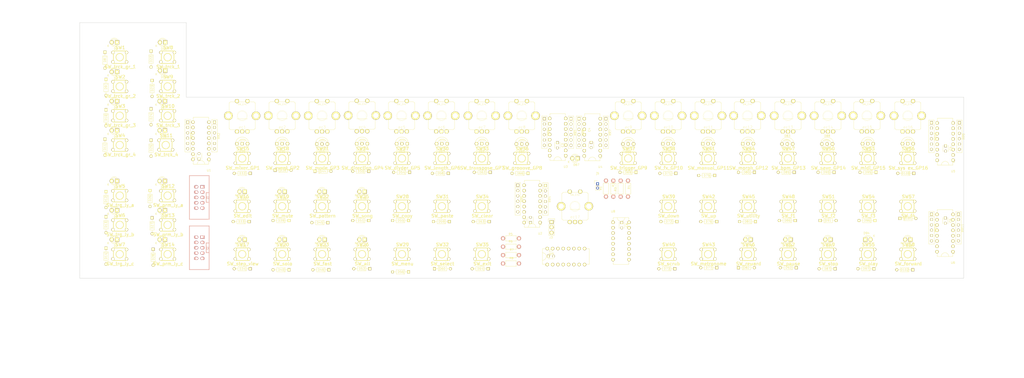
<source format=kicad_pcb>
(kicad_pcb (version 4) (host pcbnew 4.0.2-stable)
  (layers (0 F.Cu signal) (31 B.Cu signal) (34 B.Paste user) (35 F.Paste user) (36 B.SilkS user) (37 F.SilkS user) (38 B.Mask user) (39 F.Mask user) (44 Edge.Cuts user))
  (net 0 "")
  (net 1 "Net-(D101-Pad1)")
  (net 2 "Net-(D102-Pad1)")
  (net 3 /I0)
  (net 4 /I1)
  (net 5 /I2)
  (net 6 /I3)
  (net 7 /I4)
  (net 8 /I5)
  (net 9 /I6)
  (net 10 /I7)
  (net 11 GND)
  (net 12 /O6)
  (net 13 /O7)
  (net 14 /O1)
  (net 15 /O3)
  (net 16 /O5)
  (net 17 /O0)
  (net 18 /O2)
  (net 19 /O4)
  (net 20 +5V)
  (net 21 /O13)
  (net 22 /O14)
  (net 23 /O15)
  (net 24 /O16)
  (net 25 /O17)
  (net 26 /O10)
  (net 27 /I14)
  (net 28 /I15)
  (net 29 /I16)
  (net 30 /I17)
  (net 31 /I10)
  (net 32 /I11)
  (net 33 /I12)
  (net 34 /I13)
  (net 35 "Net-(D8-Pad1)")
  (net 36 "Net-(D9-Pad1)")
  (net 37 "Net-(D10-Pad1)")
  (net 38 "Net-(D11-Pad1)")
  (net 39 "Net-(D12-Pad1)")
  (net 40 "Net-(D13-Pad1)")
  (net 41 "Net-(D14-Pad1)")
  (net 42 "Net-(D22-Pad1)")
  (net 43 "Net-(D23-Pad1)")
  (net 44 "Net-(D24-Pad1)")
  (net 45 "Net-(D25-Pad1)")
  (net 46 "Net-(D26-Pad1)")
  (net 47 "Net-(D27-Pad1)")
  (net 48 "Net-(D28-Pad1)")
  (net 49 "Net-(D32-Pad1)")
  (net 50 "Net-(D33-Pad1)")
  (net 51 "Net-(D34-Pad1)")
  (net 52 "Net-(D38-Pad1)")
  (net 53 "Net-(D39-Pad1)")
  (net 54 "Net-(D40-Pad1)")
  (net 55 "Net-(D44-Pad1)")
  (net 56 "Net-(D45-Pad1)")
  (net 57 "Net-(D46-Pad1)")
  (net 58 "Net-(D50-Pad1)")
  (net 59 "Net-(D51-Pad1)")
  (net 60 "Net-(D52-Pad1)")
  (net 61 "Net-(D54-Pad1)")
  (net 62 "Net-(D55-Pad1)")
  (net 63 "Net-(D56-Pad1)")
  (net 64 "Net-(D58-Pad1)")
  (net 65 "Net-(D59-Pad1)")
  (net 66 "Net-(D60-Pad1)")
  (net 67 "Net-(D62-Pad1)")
  (net 68 "Net-(D63-Pad1)")
  (net 69 "Net-(D64-Pad1)")
  (net 70 "Net-(D66-Pad1)")
  (net 71 "Net-(D69-Pad1)")
  (net 72 "Net-(D71-Pad1)")
  (net 73 "Net-(D72-Pad1)")
  (net 74 "Net-(D73-Pad1)")
  (net 75 "Net-(D75-Pad1)")
  (net 76 "Net-(D76-Pad1)")
  (net 77 "Net-(D77-Pad1)")
  (net 78 "Net-(D80-Pad1)")
  (net 79 "Net-(D81-Pad1)")
  (net 80 "Net-(D82-Pad1)")
  (net 81 "Net-(D85-Pad1)")
  (net 82 "Net-(D86-Pad1)")
  (net 83 "Net-(D87-Pad1)")
  (net 84 "Net-(D90-Pad1)")
  (net 85 "Net-(D91-Pad1)")
  (net 86 "Net-(D92-Pad1)")
  (net 87 "Net-(D95-Pad1)")
  (net 88 "Net-(D96-Pad1)")
  (net 89 "Net-(D97-Pad1)")
  (net 90 "Net-(D100-Pad1)")
  (net 91 "Net-(ec1-PadP$GN)")
  (net 92 "Net-(U1-Pad9)")
  (net 93 /I26)
  (net 94 /I27)
  (net 95 /I24)
  (net 96 /I25)
  (net 97 /I22)
  (net 98 /I23)
  (net 99 /I20)
  (net 100 /I21)
  (net 101 /I56)
  (net 102 /I54)
  (net 103 /I55)
  (net 104 /I36)
  (net 105 /I37)
  (net 106 /I34)
  (net 107 /I35)
  (net 108 /I32)
  (net 109 /I33)
  (net 110 /I30)
  (net 111 /I31)
  (net 112 /I46)
  (net 113 /I47)
  (net 114 /I44)
  (net 115 /I45)
  (net 116 /I42)
  (net 117 /I43)
  (net 118 /I40)
  (net 119 /I41)
  (net 120 /I53)
  (net 121 /I52)
  (net 122 /I51)
  (net 123 /I50)
  (net 124 /011)
  (net 125 /012)
  (net 126 /02)
  (net 127 /I57)
  (net 128 "Net-(R8-Pad1)")
  (net 129 "Net-(R1-Pad1)")
  (net 130 "Net-(R2-Pad1)")
  (net 131 "Net-(R3-Pad1)")
  (net 132 "Net-(R4-Pad1)")
  (net 133 "Net-(R5-Pad2)")
  (net 134 "Net-(R6-Pad1)")
  (net 135 "Net-(R7-Pad1)")
  (net 136 "Net-(RR3-Pad2)")
  (net 137 "Net-(RR5-Pad2)")
  (net 138 "Net-(RR6-Pad2)")
  (net 139 "Net-(RR8-Pad2)")
  (net 140 "Net-(RR10-Pad2)")
  (net 141 "Net-(RR12-Pad2)")
  (net 142 "Net-(U1-Pad1)")
  (net 143 "Net-(U1-Pad2)")
  (net 144 "Net-(U7-Pad14)")
  (net 145 "Net-(U8-Pad9)")
  (net 146 "Net-(J3-Pad2)")
  (net 147 "Net-(U3-Pad1)")
  (net 148 "Net-(U3-Pad2)")
  (net 149 "Net-(U7-Pad9)")
  (module DIP-16_W7.62mm (layer F.Cu) (at 102.235 141.478 180)
    (fp_text reference U1 (at 0 -5.22 180) (layer F.SilkS))
    (fp_text value 74HC165)
    (pad 1 thru_hole oval (at 0 0 180) (size 1.6 1.6) (drill 0.8) (layers *.Cu *.Mask F.SilkS) (net 142 "Net-(U1-Pad1)"))
    (pad 2 thru_hole oval (at 0 2.54 180) (size 1.6 1.6) (drill 0.8) (layers *.Cu *.Mask F.SilkS) (net 143 "Net-(U1-Pad2)"))
    (pad 3 thru_hole oval (at 0 5.08 180) (size 1.6 1.6) (drill 0.8) (layers *.Cu *.Mask F.SilkS) (net 7 /I4))
    (pad 4 thru_hole oval (at 0 7.62 180) (size 1.6 1.6) (drill 0.8) (layers *.Cu *.Mask F.SilkS) (net 8 /I5))
    (pad 5 thru_hole oval (at 0 10.16 180) (size 1.6 1.6) (drill 0.8) (layers *.Cu *.Mask F.SilkS) (net 9 /I6))
    (pad 6 thru_hole oval (at 0 12.7 180) (size 1.6 1.6) (drill 0.8) (layers *.Cu *.Mask F.SilkS) (net 10 /I7))
    (pad 7 thru_hole oval (at 0 15.24 180) (size 1.6 1.6) (drill 0.8) (layers *.Cu *.Mask F.SilkS))
    (pad 8 thru_hole oval (at 0 17.78 180) (size 1.6 1.6) (drill 0.8) (layers *.Cu *.Mask F.SilkS) (net 11 GND))
    (pad 9 thru_hole oval (at 7.62 17.78 180) (size 1.6 1.6) (drill 0.8) (layers *.Cu *.Mask F.SilkS) (net 92 "Net-(U1-Pad9)"))
    (pad 10 thru_hole oval (at 7.62 15.24 180) (size 1.6 1.6) (drill 0.8) (layers *.Cu *.Mask F.SilkS) (net 136 "Net-(RR3-Pad2)"))
    (pad 11 thru_hole oval (at 7.62 12.7 180) (size 1.6 1.6) (drill 0.8) (layers *.Cu *.Mask F.SilkS) (net 3 /I0))
    (pad 12 thru_hole oval (at 7.62 10.16 180) (size 1.6 1.6) (drill 0.8) (layers *.Cu *.Mask F.SilkS) (net 4 /I1))
    (pad 13 thru_hole oval (at 7.62 7.62 180) (size 1.6 1.6) (drill 0.8) (layers *.Cu *.Mask F.SilkS) (net 5 /I2))
    (pad 14 thru_hole oval (at 7.62 5.08 180) (size 1.6 1.6) (drill 0.8) (layers *.Cu *.Mask F.SilkS) (net 6 /I3))
    (pad 15 thru_hole oval (at 7.62 2.54 180) (size 1.6 1.6) (drill 0.8) (layers *.Cu *.Mask F.SilkS) (net 11 GND))
    (pad 16 thru_hole oval (at 7.62 0 180) (size 1.6 1.6) (drill 0.8) (layers *.Cu *.Mask F.SilkS) (net 20 +5V))
  )
  (module LEDs:LED-5MM-3 (layer F.Cu) (at 120.65 133.985 180)
    (fp_text reference D29 (at 2.54508 -3.91668 180) (layer F.SilkS))
    (fp_text value Led_gp1)
    (pad 1 thru_hole circle (at 0 0) (size 1.6764 1.6764) (drill 0.8128) (layers *.Cu *.Mask F.SilkS) (net 124 /011))
    (pad 2 thru_hole circle (at 2.54 0) (size 1.6764 1.6764) (drill 0.8128) (layers *.Cu *.Mask F.SilkS) (net 15 /O3))
    (pad 3 thru_hole circle (at 5.08 0) (size 1.6764 1.6764) (drill 0.8128) (layers *.Cu *.Mask F.SilkS) (net 26 /O10))
  )
  (module LEDs:LED-5MM-3 (layer F.Cu) (at 139.7 133.985 180)
    (fp_text reference D35 (at 2.54508 -3.91668 180) (layer F.SilkS))
    (fp_text value Led_gp2)
    (pad 1 thru_hole circle (at 0 0) (size 1.6764 1.6764) (drill 0.8128) (layers *.Cu *.Mask F.SilkS) (net 21 /O13))
    (pad 2 thru_hole circle (at 2.54 0) (size 1.6764 1.6764) (drill 0.8128) (layers *.Cu *.Mask F.SilkS) (net 15 /O3))
    (pad 3 thru_hole circle (at 5.08 0) (size 1.6764 1.6764) (drill 0.8128) (layers *.Cu *.Mask F.SilkS) (net 125 /012))
  )
  (module LEDs:LED-5MM-3 (layer F.Cu) (at 158.75 134.112 180)
    (fp_text reference D41 (at 2.54508 -3.91668 180) (layer F.SilkS))
    (fp_text value Led_gp3)
    (pad 1 thru_hole circle (at 0 0) (size 1.6764 1.6764) (drill 0.8128) (layers *.Cu *.Mask F.SilkS) (net 23 /O15))
    (pad 2 thru_hole circle (at 2.54 0) (size 1.6764 1.6764) (drill 0.8128) (layers *.Cu *.Mask F.SilkS) (net 18 /O2))
    (pad 3 thru_hole circle (at 5.08 0) (size 1.6764 1.6764) (drill 0.8128) (layers *.Cu *.Mask F.SilkS) (net 22 /O14))
  )
  (module LEDs:LED-5MM-3 (layer F.Cu) (at 177.8 133.985 180)
    (fp_text reference D47 (at 2.54508 -3.91668 180) (layer F.SilkS))
    (fp_text value Led_gp4)
    (pad 1 thru_hole circle (at 0 0) (size 1.6764 1.6764) (drill 0.8128) (layers *.Cu *.Mask F.SilkS) (net 25 /O17))
    (pad 2 thru_hole circle (at 2.54 0) (size 1.6764 1.6764) (drill 0.8128) (layers *.Cu *.Mask F.SilkS) (net 18 /O2))
    (pad 3 thru_hole circle (at 5.08 0) (size 1.6764 1.6764) (drill 0.8128) (layers *.Cu *.Mask F.SilkS) (net 24 /O16))
  )
  (module LEDs:LED-5MM-3 (layer F.Cu) (at 196.85 133.985 180)
    (fp_text reference D53 (at 2.54508 -3.91668 180) (layer F.SilkS))
    (fp_text value Led_gp5)
    (pad 1 thru_hole circle (at 0 0) (size 1.6764 1.6764) (drill 0.8128) (layers *.Cu *.Mask F.SilkS) (net 124 /011))
    (pad 2 thru_hole circle (at 2.54 0) (size 1.6764 1.6764) (drill 0.8128) (layers *.Cu *.Mask F.SilkS) (net 14 /O1))
    (pad 3 thru_hole circle (at 5.08 0) (size 1.6764 1.6764) (drill 0.8128) (layers *.Cu *.Mask F.SilkS) (net 26 /O10))
  )
  (module LEDs:LED-5MM-3 (layer F.Cu) (at 215.9 133.985 180)
    (fp_text reference D57 (at 2.54508 -3.91668 180) (layer F.SilkS))
    (fp_text value Led_gp6)
    (pad 1 thru_hole circle (at 0 0) (size 1.6764 1.6764) (drill 0.8128) (layers *.Cu *.Mask F.SilkS) (net 21 /O13))
    (pad 2 thru_hole circle (at 2.54 0) (size 1.6764 1.6764) (drill 0.8128) (layers *.Cu *.Mask F.SilkS) (net 14 /O1))
    (pad 3 thru_hole circle (at 5.08 0) (size 1.6764 1.6764) (drill 0.8128) (layers *.Cu *.Mask F.SilkS) (net 125 /012))
  )
  (module LEDs:LED-5MM-3 (layer F.Cu) (at 234.95 133.985 180)
    (fp_text reference D61 (at 2.54508 -3.91668 180) (layer F.SilkS))
    (fp_text value Led_gp7)
    (pad 1 thru_hole circle (at 0 0) (size 1.6764 1.6764) (drill 0.8128) (layers *.Cu *.Mask F.SilkS) (net 23 /O15))
    (pad 2 thru_hole circle (at 2.54 0) (size 1.6764 1.6764) (drill 0.8128) (layers *.Cu *.Mask F.SilkS) (net 17 /O0))
    (pad 3 thru_hole circle (at 5.08 0) (size 1.6764 1.6764) (drill 0.8128) (layers *.Cu *.Mask F.SilkS) (net 22 /O14))
  )
  (module LEDs:LED-5MM-3 (layer F.Cu) (at 254 134.112 180)
    (fp_text reference D65 (at 2.54508 -3.91668 180) (layer F.SilkS))
    (fp_text value Led_gp8)
    (pad 1 thru_hole circle (at 0 0) (size 1.6764 1.6764) (drill 0.8128) (layers *.Cu *.Mask F.SilkS) (net 25 /O17))
    (pad 2 thru_hole circle (at 2.54 0) (size 1.6764 1.6764) (drill 0.8128) (layers *.Cu *.Mask F.SilkS) (net 17 /O0))
    (pad 3 thru_hole circle (at 5.08 0) (size 1.6764 1.6764) (drill 0.8128) (layers *.Cu *.Mask F.SilkS) (net 24 /O16))
  )
  (module LEDs:LED-5MM-3 (layer F.Cu) (at 304.8 134.112 180)
    (fp_text reference D68 (at 2.54508 -3.91668 180) (layer F.SilkS))
    (fp_text value Led_gp9)
    (pad 1 thru_hole circle (at 0 0) (size 1.6764 1.6764) (drill 0.8128) (layers *.Cu *.Mask F.SilkS) (net 124 /011))
    (pad 2 thru_hole circle (at 2.54 0) (size 1.6764 1.6764) (drill 0.8128) (layers *.Cu *.Mask F.SilkS) (net 19 /O4))
    (pad 3 thru_hole circle (at 5.08 0) (size 1.6764 1.6764) (drill 0.8128) (layers *.Cu *.Mask F.SilkS) (net 26 /O10))
  )
  (module LEDs:LED-5MM-3 (layer F.Cu) (at 323.85 133.985 180)
    (fp_text reference D70 (at 2.54508 -3.91668 180) (layer F.SilkS))
    (fp_text value Led_gp10)
    (pad 1 thru_hole circle (at 0 0) (size 1.6764 1.6764) (drill 0.8128) (layers *.Cu *.Mask F.SilkS) (net 21 /O13))
    (pad 2 thru_hole circle (at 2.54 0) (size 1.6764 1.6764) (drill 0.8128) (layers *.Cu *.Mask F.SilkS) (net 19 /O4))
    (pad 3 thru_hole circle (at 5.08 0) (size 1.6764 1.6764) (drill 0.8128) (layers *.Cu *.Mask F.SilkS) (net 125 /012))
  )
  (module LEDs:LED-5MM-3 (layer F.Cu) (at 342.9 133.985 180)
    (fp_text reference D74 (at 2.54508 -3.91668 180) (layer F.SilkS))
    (fp_text value Led_gp11)
    (pad 1 thru_hole circle (at 0 0) (size 1.6764 1.6764) (drill 0.8128) (layers *.Cu *.Mask F.SilkS) (net 23 /O15))
    (pad 2 thru_hole circle (at 2.54 0) (size 1.6764 1.6764) (drill 0.8128) (layers *.Cu *.Mask F.SilkS) (net 16 /O5))
    (pad 3 thru_hole circle (at 5.08 0) (size 1.6764 1.6764) (drill 0.8128) (layers *.Cu *.Mask F.SilkS) (net 22 /O14))
  )
  (module LEDs:LED-5MM-3 (layer F.Cu) (at 361.95 133.985 180)
    (fp_text reference D78 (at 2.54508 -3.91668 180) (layer F.SilkS))
    (fp_text value Led_gp12)
    (pad 1 thru_hole circle (at 0 0) (size 1.6764 1.6764) (drill 0.8128) (layers *.Cu *.Mask F.SilkS) (net 25 /O17))
    (pad 2 thru_hole circle (at 2.54 0) (size 1.6764 1.6764) (drill 0.8128) (layers *.Cu *.Mask F.SilkS) (net 16 /O5))
    (pad 3 thru_hole circle (at 5.08 0) (size 1.6764 1.6764) (drill 0.8128) (layers *.Cu *.Mask F.SilkS) (net 24 /O16))
  )
  (module LEDs:LED-5MM-3 (layer F.Cu) (at 375.60516 134.12294)
    (fp_text reference D83 (at 2.54508 -3.91668) (layer F.SilkS))
    (fp_text value Led_gp13)
    (pad 1 thru_hole circle (at 0 0 180) (size 1.6764 1.6764) (drill 0.8128) (layers *.Cu *.Mask F.SilkS) (net 124 /011))
    (pad 2 thru_hole circle (at 2.54 0 180) (size 1.6764 1.6764) (drill 0.8128) (layers *.Cu *.Mask F.SilkS) (net 12 /O6))
    (pad 3 thru_hole circle (at 5.08 0 180) (size 1.6764 1.6764) (drill 0.8128) (layers *.Cu *.Mask F.SilkS) (net 26 /O10))
  )
  (module LEDs:LED-5MM-3 (layer F.Cu) (at 394.60516 134.12294)
    (fp_text reference D88 (at 2.54508 -3.91668) (layer F.SilkS))
    (fp_text value Led_gp14)
    (pad 1 thru_hole circle (at 0 0 180) (size 1.6764 1.6764) (drill 0.8128) (layers *.Cu *.Mask F.SilkS) (net 21 /O13))
    (pad 2 thru_hole circle (at 2.54 0 180) (size 1.6764 1.6764) (drill 0.8128) (layers *.Cu *.Mask F.SilkS) (net 12 /O6))
    (pad 3 thru_hole circle (at 5.08 0 180) (size 1.6764 1.6764) (drill 0.8128) (layers *.Cu *.Mask F.SilkS) (net 125 /012))
  )
  (module LEDs:LED-5MM-3 (layer F.Cu) (at 419.1 133.985 180)
    (fp_text reference D93 (at 2.54508 -3.91668 180) (layer F.SilkS))
    (fp_text value Led_gp15)
    (pad 1 thru_hole circle (at 0 0) (size 1.6764 1.6764) (drill 0.8128) (layers *.Cu *.Mask F.SilkS) (net 23 /O15))
    (pad 2 thru_hole circle (at 2.54 0) (size 1.6764 1.6764) (drill 0.8128) (layers *.Cu *.Mask F.SilkS) (net 13 /O7))
    (pad 3 thru_hole circle (at 5.08 0) (size 1.6764 1.6764) (drill 0.8128) (layers *.Cu *.Mask F.SilkS) (net 22 /O14))
  )
  (module LEDs:LED-5MM-3 (layer F.Cu) (at 438.15 133.985 180)
    (fp_text reference D99 (at 2.54508 -3.91668 180) (layer F.SilkS))
    (fp_text value Led_gp16)
    (pad 1 thru_hole circle (at 0 0) (size 1.6764 1.6764) (drill 0.8128) (layers *.Cu *.Mask F.SilkS) (net 25 /O17))
    (pad 2 thru_hole circle (at 2.54 0) (size 1.6764 1.6764) (drill 0.8128) (layers *.Cu *.Mask F.SilkS) (net 13 /O7))
    (pad 3 thru_hole circle (at 5.08 0) (size 1.6764 1.6764) (drill 0.8128) (layers *.Cu *.Mask F.SilkS) (net 24 /O16))
  )
  (module midibox:PEC11-Switch (layer F.Cu) (at 118.11 120.65)
    (fp_text reference ec1 (at 0.11938 5.4737) (layer F.SilkS) (effects (font (size 1.27 1.27) (thickness 0.0889))))
    (fp_text value SW_Enc (at 0 -5.4864) (layer F.SilkS) (effects (font (size 0.8128 0.8128) (thickness 0.0889))))
    (pad P$1 thru_hole circle (at -2.49936 -7.00024) (size 1.99898 1.99898) (drill 1.00076) (layers *.Cu F.Paste F.SilkS F.Mask) (net 11 GND))
    (pad P$2 thru_hole circle (at 2.49936 -7.00024) (size 1.99898 1.99898) (drill 0.99822) (layers *.Cu F.Paste F.SilkS F.Mask) (net 127 /I57))
    (pad P$A thru_hole circle (at -2.49936 7.50062) (size 1.99898 1.99898) (drill 1.00076) (layers *.Cu F.Paste F.SilkS F.Mask) (net 9 /I6))
    (pad P$B thru_hole circle (at 2.49936 7.50062) (size 1.99898 1.99898) (drill 1.00076) (layers *.Cu F.Paste F.SilkS F.Mask) (net 10 /I7))
    (pad P$C thru_hole circle (at 0 7.50062) (size 1.99898 1.99898) (drill 1.00076) (layers *.Cu F.Paste F.SilkS F.Mask) (net 11 GND))
    (pad P$GN thru_hole circle (at -6.59892 0) (size 4.09956 4.09956) (drill 2.60096) (layers *.Cu F.Paste F.SilkS F.Mask) (net 91 "Net-(ec1-PadP$GN)"))
    (pad P$GN thru_hole circle (at 6.59892 0) (size 4.09956 4.09956) (drill 2.60096) (layers *.Cu F.Paste F.SilkS F.Mask) (net 91 "Net-(ec1-PadP$GN)"))
  )
  (module midibox:PEC11-Switch (layer F.Cu) (at 137.14516 120.62294)
    (fp_text reference ec2 (at 0.11938 5.4737) (layer F.SilkS) (effects (font (size 1.27 1.27) (thickness 0.0889))))
    (fp_text value SW_Enc (at 0 -5.4864) (layer F.SilkS) (effects (font (size 0.8128 0.8128) (thickness 0.0889))))
    (pad P$1 thru_hole circle (at -2.49936 -7.00024) (size 1.99898 1.99898) (drill 1.00076) (layers *.Cu F.Paste F.SilkS F.Mask) (net 11 GND))
    (pad P$2 thru_hole circle (at 2.49936 -7.00024) (size 1.99898 1.99898) (drill 0.99822) (layers *.Cu F.Paste F.SilkS F.Mask) (net 127 /I57))
    (pad P$A thru_hole circle (at -2.49936 7.50062) (size 1.99898 1.99898) (drill 1.00076) (layers *.Cu F.Paste F.SilkS F.Mask) (net 7 /I4))
    (pad P$B thru_hole circle (at 2.49936 7.50062) (size 1.99898 1.99898) (drill 1.00076) (layers *.Cu F.Paste F.SilkS F.Mask) (net 8 /I5))
    (pad P$C thru_hole circle (at 0 7.50062) (size 1.99898 1.99898) (drill 1.00076) (layers *.Cu F.Paste F.SilkS F.Mask) (net 11 GND))
    (pad P$GN thru_hole circle (at -6.59892 0) (size 4.09956 4.09956) (drill 2.60096) (layers *.Cu F.Paste F.SilkS F.Mask) (net 91 "Net-(ec1-PadP$GN)"))
    (pad P$GN thru_hole circle (at 6.59892 0) (size 4.09956 4.09956) (drill 2.60096) (layers *.Cu F.Paste F.SilkS F.Mask) (net 91 "Net-(ec1-PadP$GN)"))
  )
  (module midibox:PEC11-Switch (layer F.Cu) (at 156.21 120.65)
    (fp_text reference ec3 (at 0.11938 5.4737) (layer F.SilkS) (effects (font (size 1.27 1.27) (thickness 0.0889))))
    (fp_text value SW_Enc (at 0 -5.4864) (layer F.SilkS) (effects (font (size 0.8128 0.8128) (thickness 0.0889))))
    (pad P$1 thru_hole circle (at -2.49936 -7.00024) (size 1.99898 1.99898) (drill 1.00076) (layers *.Cu F.Paste F.SilkS F.Mask) (net 11 GND))
    (pad P$2 thru_hole circle (at 2.49936 -7.00024) (size 1.99898 1.99898) (drill 0.99822) (layers *.Cu F.Paste F.SilkS F.Mask) (net 127 /I57))
    (pad P$A thru_hole circle (at -2.49936 7.50062) (size 1.99898 1.99898) (drill 1.00076) (layers *.Cu F.Paste F.SilkS F.Mask) (net 5 /I2))
    (pad P$B thru_hole circle (at 2.49936 7.50062) (size 1.99898 1.99898) (drill 1.00076) (layers *.Cu F.Paste F.SilkS F.Mask) (net 6 /I3))
    (pad P$C thru_hole circle (at 0 7.50062) (size 1.99898 1.99898) (drill 1.00076) (layers *.Cu F.Paste F.SilkS F.Mask) (net 11 GND))
    (pad P$GN thru_hole circle (at -6.59892 0) (size 4.09956 4.09956) (drill 2.60096) (layers *.Cu F.Paste F.SilkS F.Mask) (net 91 "Net-(ec1-PadP$GN)"))
    (pad P$GN thru_hole circle (at 6.59892 0) (size 4.09956 4.09956) (drill 2.60096) (layers *.Cu F.Paste F.SilkS F.Mask) (net 91 "Net-(ec1-PadP$GN)"))
  )
  (module midibox:PEC11-Switch (layer F.Cu) (at 175.26 120.523)
    (fp_text reference ec4 (at 0.11938 5.4737) (layer F.SilkS) (effects (font (size 1.27 1.27) (thickness 0.0889))))
    (fp_text value SW_Enc (at 0 -5.4864) (layer F.SilkS) (effects (font (size 0.8128 0.8128) (thickness 0.0889))))
    (pad P$1 thru_hole circle (at -2.49936 -7.00024) (size 1.99898 1.99898) (drill 1.00076) (layers *.Cu F.Paste F.SilkS F.Mask) (net 11 GND))
    (pad P$2 thru_hole circle (at 2.49936 -7.00024) (size 1.99898 1.99898) (drill 0.99822) (layers *.Cu F.Paste F.SilkS F.Mask) (net 127 /I57))
    (pad P$A thru_hole circle (at -2.49936 7.50062) (size 1.99898 1.99898) (drill 1.00076) (layers *.Cu F.Paste F.SilkS F.Mask) (net 3 /I0))
    (pad P$B thru_hole circle (at 2.49936 7.50062) (size 1.99898 1.99898) (drill 1.00076) (layers *.Cu F.Paste F.SilkS F.Mask) (net 4 /I1))
    (pad P$C thru_hole circle (at 0 7.50062) (size 1.99898 1.99898) (drill 1.00076) (layers *.Cu F.Paste F.SilkS F.Mask) (net 11 GND))
    (pad P$GN thru_hole circle (at -6.59892 0) (size 4.09956 4.09956) (drill 2.60096) (layers *.Cu F.Paste F.SilkS F.Mask) (net 91 "Net-(ec1-PadP$GN)"))
    (pad P$GN thru_hole circle (at 6.59892 0) (size 4.09956 4.09956) (drill 2.60096) (layers *.Cu F.Paste F.SilkS F.Mask) (net 91 "Net-(ec1-PadP$GN)"))
  )
  (module midibox:PEC11-Switch (layer F.Cu) (at 194.14516 120.62294)
    (fp_text reference ec5 (at 0.11938 5.4737) (layer F.SilkS) (effects (font (size 1.27 1.27) (thickness 0.0889))))
    (fp_text value SW_Enc (at 0 -5.4864) (layer F.SilkS) (effects (font (size 0.8128 0.8128) (thickness 0.0889))))
    (pad P$1 thru_hole circle (at -2.49936 -7.00024) (size 1.99898 1.99898) (drill 1.00076) (layers *.Cu F.Paste F.SilkS F.Mask) (net 11 GND))
    (pad P$2 thru_hole circle (at 2.49936 -7.00024) (size 1.99898 1.99898) (drill 0.99822) (layers *.Cu F.Paste F.SilkS F.Mask) (net 127 /I57))
    (pad P$A thru_hole circle (at -2.49936 7.50062) (size 1.99898 1.99898) (drill 1.00076) (layers *.Cu F.Paste F.SilkS F.Mask) (net 93 /I26))
    (pad P$B thru_hole circle (at 2.49936 7.50062) (size 1.99898 1.99898) (drill 1.00076) (layers *.Cu F.Paste F.SilkS F.Mask) (net 94 /I27))
    (pad P$C thru_hole circle (at 0 7.50062) (size 1.99898 1.99898) (drill 1.00076) (layers *.Cu F.Paste F.SilkS F.Mask) (net 11 GND))
    (pad P$GN thru_hole circle (at -6.59892 0) (size 4.09956 4.09956) (drill 2.60096) (layers *.Cu F.Paste F.SilkS F.Mask) (net 91 "Net-(ec1-PadP$GN)"))
    (pad P$GN thru_hole circle (at 6.59892 0) (size 4.09956 4.09956) (drill 2.60096) (layers *.Cu F.Paste F.SilkS F.Mask) (net 91 "Net-(ec1-PadP$GN)"))
  )
  (module midibox:PEC11-Switch (layer F.Cu) (at 213.14516 120.62294)
    (fp_text reference ec6 (at 0.11938 5.4737) (layer F.SilkS) (effects (font (size 1.27 1.27) (thickness 0.0889))))
    (fp_text value SW_Enc (at 0 -5.4864) (layer F.SilkS) (effects (font (size 0.8128 0.8128) (thickness 0.0889))))
    (pad P$1 thru_hole circle (at -2.49936 -7.00024) (size 1.99898 1.99898) (drill 1.00076) (layers *.Cu F.Paste F.SilkS F.Mask) (net 11 GND))
    (pad P$2 thru_hole circle (at 2.49936 -7.00024) (size 1.99898 1.99898) (drill 0.99822) (layers *.Cu F.Paste F.SilkS F.Mask) (net 127 /I57))
    (pad P$A thru_hole circle (at -2.49936 7.50062) (size 1.99898 1.99898) (drill 1.00076) (layers *.Cu F.Paste F.SilkS F.Mask) (net 95 /I24))
    (pad P$B thru_hole circle (at 2.49936 7.50062) (size 1.99898 1.99898) (drill 1.00076) (layers *.Cu F.Paste F.SilkS F.Mask) (net 96 /I25))
    (pad P$C thru_hole circle (at 0 7.50062) (size 1.99898 1.99898) (drill 1.00076) (layers *.Cu F.Paste F.SilkS F.Mask) (net 11 GND))
    (pad P$GN thru_hole circle (at -6.59892 0) (size 4.09956 4.09956) (drill 2.60096) (layers *.Cu F.Paste F.SilkS F.Mask) (net 91 "Net-(ec1-PadP$GN)"))
    (pad P$GN thru_hole circle (at 6.59892 0) (size 4.09956 4.09956) (drill 2.60096) (layers *.Cu F.Paste F.SilkS F.Mask) (net 91 "Net-(ec1-PadP$GN)"))
  )
  (module midibox:PEC11-Switch (layer F.Cu) (at 232.41 120.65)
    (fp_text reference ec7 (at 0.11938 5.4737) (layer F.SilkS) (effects (font (size 1.27 1.27) (thickness 0.0889))))
    (fp_text value SW_Enc (at 0 -5.4864) (layer F.SilkS) (effects (font (size 0.8128 0.8128) (thickness 0.0889))))
    (pad P$1 thru_hole circle (at -2.49936 -7.00024) (size 1.99898 1.99898) (drill 1.00076) (layers *.Cu F.Paste F.SilkS F.Mask) (net 11 GND))
    (pad P$2 thru_hole circle (at 2.49936 -7.00024) (size 1.99898 1.99898) (drill 0.99822) (layers *.Cu F.Paste F.SilkS F.Mask) (net 127 /I57))
    (pad P$A thru_hole circle (at -2.49936 7.50062) (size 1.99898 1.99898) (drill 1.00076) (layers *.Cu F.Paste F.SilkS F.Mask) (net 97 /I22))
    (pad P$B thru_hole circle (at 2.49936 7.50062) (size 1.99898 1.99898) (drill 1.00076) (layers *.Cu F.Paste F.SilkS F.Mask) (net 98 /I23))
    (pad P$C thru_hole circle (at 0 7.50062) (size 1.99898 1.99898) (drill 1.00076) (layers *.Cu F.Paste F.SilkS F.Mask) (net 11 GND))
    (pad P$GN thru_hole circle (at -6.59892 0) (size 4.09956 4.09956) (drill 2.60096) (layers *.Cu F.Paste F.SilkS F.Mask) (net 91 "Net-(ec1-PadP$GN)"))
    (pad P$GN thru_hole circle (at 6.59892 0) (size 4.09956 4.09956) (drill 2.60096) (layers *.Cu F.Paste F.SilkS F.Mask) (net 91 "Net-(ec1-PadP$GN)"))
  )
  (module midibox:PEC11-Switch (layer F.Cu) (at 251.46 120.65)
    (fp_text reference ec8 (at 0.11938 5.4737) (layer F.SilkS) (effects (font (size 1.27 1.27) (thickness 0.0889))))
    (fp_text value SW_Enc (at 0 -5.4864) (layer F.SilkS) (effects (font (size 0.8128 0.8128) (thickness 0.0889))))
    (pad P$1 thru_hole circle (at -2.49936 -7.00024) (size 1.99898 1.99898) (drill 1.00076) (layers *.Cu F.Paste F.SilkS F.Mask) (net 11 GND))
    (pad P$2 thru_hole circle (at 2.49936 -7.00024) (size 1.99898 1.99898) (drill 0.99822) (layers *.Cu F.Paste F.SilkS F.Mask) (net 127 /I57))
    (pad P$A thru_hole circle (at -2.49936 7.50062) (size 1.99898 1.99898) (drill 1.00076) (layers *.Cu F.Paste F.SilkS F.Mask) (net 99 /I20))
    (pad P$B thru_hole circle (at 2.49936 7.50062) (size 1.99898 1.99898) (drill 1.00076) (layers *.Cu F.Paste F.SilkS F.Mask) (net 100 /I21))
    (pad P$C thru_hole circle (at 0 7.50062) (size 1.99898 1.99898) (drill 1.00076) (layers *.Cu F.Paste F.SilkS F.Mask) (net 11 GND))
    (pad P$GN thru_hole circle (at -6.59892 0) (size 4.09956 4.09956) (drill 2.60096) (layers *.Cu F.Paste F.SilkS F.Mask) (net 91 "Net-(ec1-PadP$GN)"))
    (pad P$GN thru_hole circle (at 6.59892 0) (size 4.09956 4.09956) (drill 2.60096) (layers *.Cu F.Paste F.SilkS F.Mask) (net 91 "Net-(ec1-PadP$GN)"))
  )
  (module midibox:PEC11-Switch (layer F.Cu) (at 302.26 120.65)
    (fp_text reference ec9 (at 0.11938 5.4737) (layer F.SilkS) (effects (font (size 1.27 1.27) (thickness 0.0889))))
    (fp_text value SW_Enc (at 0 -5.4864) (layer F.SilkS) (effects (font (size 0.8128 0.8128) (thickness 0.0889))))
    (pad P$1 thru_hole circle (at -2.49936 -7.00024) (size 1.99898 1.99898) (drill 1.00076) (layers *.Cu F.Paste F.SilkS F.Mask) (net 11 GND))
    (pad P$2 thru_hole circle (at 2.49936 -7.00024) (size 1.99898 1.99898) (drill 0.99822) (layers *.Cu F.Paste F.SilkS F.Mask) (net 101 /I56))
    (pad P$A thru_hole circle (at -2.49936 7.50062) (size 1.99898 1.99898) (drill 1.00076) (layers *.Cu F.Paste F.SilkS F.Mask) (net 102 /I54))
    (pad P$B thru_hole circle (at 2.49936 7.50062) (size 1.99898 1.99898) (drill 1.00076) (layers *.Cu F.Paste F.SilkS F.Mask) (net 103 /I55))
    (pad P$C thru_hole circle (at 0 7.50062) (size 1.99898 1.99898) (drill 1.00076) (layers *.Cu F.Paste F.SilkS F.Mask) (net 11 GND))
    (pad P$GN thru_hole circle (at -6.59892 0) (size 4.09956 4.09956) (drill 2.60096) (layers *.Cu F.Paste F.SilkS F.Mask) (net 11 GND))
    (pad P$GN thru_hole circle (at 6.59892 0) (size 4.09956 4.09956) (drill 2.60096) (layers *.Cu F.Paste F.SilkS F.Mask) (net 11 GND))
  )
  (module midibox:PEC11-Switch (layer F.Cu) (at 321.31 120.65)
    (fp_text reference ec10 (at 0.11938 5.4737) (layer F.SilkS) (effects (font (size 1.27 1.27) (thickness 0.0889))))
    (fp_text value SW_Enc (at 0 -5.4864) (layer F.SilkS) (effects (font (size 0.8128 0.8128) (thickness 0.0889))))
    (pad P$1 thru_hole circle (at -2.49936 -7.00024) (size 1.99898 1.99898) (drill 1.00076) (layers *.Cu F.Paste F.SilkS F.Mask) (net 11 GND))
    (pad P$2 thru_hole circle (at 2.49936 -7.00024) (size 1.99898 1.99898) (drill 0.99822) (layers *.Cu F.Paste F.SilkS F.Mask) (net 127 /I57))
    (pad P$A thru_hole circle (at -2.49936 7.50062) (size 1.99898 1.99898) (drill 1.00076) (layers *.Cu F.Paste F.SilkS F.Mask) (net 104 /I36))
    (pad P$B thru_hole circle (at 2.49936 7.50062) (size 1.99898 1.99898) (drill 1.00076) (layers *.Cu F.Paste F.SilkS F.Mask) (net 105 /I37))
    (pad P$C thru_hole circle (at 0 7.50062) (size 1.99898 1.99898) (drill 1.00076) (layers *.Cu F.Paste F.SilkS F.Mask) (net 11 GND))
    (pad P$GN thru_hole circle (at -6.59892 0) (size 4.09956 4.09956) (drill 2.60096) (layers *.Cu F.Paste F.SilkS F.Mask) (net 91 "Net-(ec1-PadP$GN)"))
    (pad P$GN thru_hole circle (at 6.59892 0) (size 4.09956 4.09956) (drill 2.60096) (layers *.Cu F.Paste F.SilkS F.Mask) (net 91 "Net-(ec1-PadP$GN)"))
  )
  (module midibox:PEC11-Switch (layer F.Cu) (at 340.36 120.65)
    (fp_text reference ec11 (at 0.11938 5.4737) (layer F.SilkS) (effects (font (size 1.27 1.27) (thickness 0.0889))))
    (fp_text value SW_Enc (at 0 -5.4864) (layer F.SilkS) (effects (font (size 0.8128 0.8128) (thickness 0.0889))))
    (pad P$1 thru_hole circle (at -2.49936 -7.00024) (size 1.99898 1.99898) (drill 1.00076) (layers *.Cu F.Paste F.SilkS F.Mask) (net 11 GND))
    (pad P$2 thru_hole circle (at 2.49936 -7.00024) (size 1.99898 1.99898) (drill 0.99822) (layers *.Cu F.Paste F.SilkS F.Mask) (net 127 /I57))
    (pad P$A thru_hole circle (at -2.49936 7.50062) (size 1.99898 1.99898) (drill 1.00076) (layers *.Cu F.Paste F.SilkS F.Mask) (net 106 /I34))
    (pad P$B thru_hole circle (at 2.49936 7.50062) (size 1.99898 1.99898) (drill 1.00076) (layers *.Cu F.Paste F.SilkS F.Mask) (net 107 /I35))
    (pad P$C thru_hole circle (at 0 7.50062) (size 1.99898 1.99898) (drill 1.00076) (layers *.Cu F.Paste F.SilkS F.Mask) (net 11 GND))
    (pad P$GN thru_hole circle (at -6.59892 0) (size 4.09956 4.09956) (drill 2.60096) (layers *.Cu F.Paste F.SilkS F.Mask) (net 91 "Net-(ec1-PadP$GN)"))
    (pad P$GN thru_hole circle (at 6.59892 0) (size 4.09956 4.09956) (drill 2.60096) (layers *.Cu F.Paste F.SilkS F.Mask) (net 91 "Net-(ec1-PadP$GN)"))
  )
  (module midibox:PEC11-Switch (layer F.Cu) (at 359.14516 120.62294)
    (fp_text reference ec12 (at 0.11938 5.4737) (layer F.SilkS) (effects (font (size 1.27 1.27) (thickness 0.0889))))
    (fp_text value SW_Enc (at 0 -5.4864) (layer F.SilkS) (effects (font (size 0.8128 0.8128) (thickness 0.0889))))
    (pad P$1 thru_hole circle (at -2.49936 -7.00024) (size 1.99898 1.99898) (drill 1.00076) (layers *.Cu F.Paste F.SilkS F.Mask) (net 11 GND))
    (pad P$2 thru_hole circle (at 2.49936 -7.00024) (size 1.99898 1.99898) (drill 0.99822) (layers *.Cu F.Paste F.SilkS F.Mask) (net 127 /I57))
    (pad P$A thru_hole circle (at -2.49936 7.50062) (size 1.99898 1.99898) (drill 1.00076) (layers *.Cu F.Paste F.SilkS F.Mask) (net 108 /I32))
    (pad P$B thru_hole circle (at 2.49936 7.50062) (size 1.99898 1.99898) (drill 1.00076) (layers *.Cu F.Paste F.SilkS F.Mask) (net 109 /I33))
    (pad P$C thru_hole circle (at 0 7.50062) (size 1.99898 1.99898) (drill 1.00076) (layers *.Cu F.Paste F.SilkS F.Mask) (net 11 GND))
    (pad P$GN thru_hole circle (at -6.59892 0) (size 4.09956 4.09956) (drill 2.60096) (layers *.Cu F.Paste F.SilkS F.Mask) (net 91 "Net-(ec1-PadP$GN)"))
    (pad P$GN thru_hole circle (at 6.59892 0) (size 4.09956 4.09956) (drill 2.60096) (layers *.Cu F.Paste F.SilkS F.Mask) (net 91 "Net-(ec1-PadP$GN)"))
  )
  (module midibox:PEC11-Switch (layer F.Cu) (at 378.46 120.65)
    (fp_text reference ec13 (at 0.11938 5.4737) (layer F.SilkS) (effects (font (size 1.27 1.27) (thickness 0.0889))))
    (fp_text value SW_Enc (at 0 -5.4864) (layer F.SilkS) (effects (font (size 0.8128 0.8128) (thickness 0.0889))))
    (pad P$1 thru_hole circle (at -2.49936 -7.00024) (size 1.99898 1.99898) (drill 1.00076) (layers *.Cu F.Paste F.SilkS F.Mask) (net 11 GND))
    (pad P$2 thru_hole circle (at 2.49936 -7.00024) (size 1.99898 1.99898) (drill 0.99822) (layers *.Cu F.Paste F.SilkS F.Mask) (net 127 /I57))
    (pad P$A thru_hole circle (at -2.49936 7.50062) (size 1.99898 1.99898) (drill 1.00076) (layers *.Cu F.Paste F.SilkS F.Mask) (net 110 /I30))
    (pad P$B thru_hole circle (at 2.49936 7.50062) (size 1.99898 1.99898) (drill 1.00076) (layers *.Cu F.Paste F.SilkS F.Mask) (net 111 /I31))
    (pad P$C thru_hole circle (at 0 7.50062) (size 1.99898 1.99898) (drill 1.00076) (layers *.Cu F.Paste F.SilkS F.Mask) (net 11 GND))
    (pad P$GN thru_hole circle (at -6.59892 0) (size 4.09956 4.09956) (drill 2.60096) (layers *.Cu F.Paste F.SilkS F.Mask) (net 91 "Net-(ec1-PadP$GN)"))
    (pad P$GN thru_hole circle (at 6.59892 0) (size 4.09956 4.09956) (drill 2.60096) (layers *.Cu F.Paste F.SilkS F.Mask) (net 91 "Net-(ec1-PadP$GN)"))
  )
  (module midibox:PEC11-Switch (layer F.Cu) (at 397.51 120.65)
    (fp_text reference ec14 (at 0.11938 5.4737) (layer F.SilkS) (effects (font (size 1.27 1.27) (thickness 0.0889))))
    (fp_text value SW_Enc (at 0 -5.4864) (layer F.SilkS) (effects (font (size 0.8128 0.8128) (thickness 0.0889))))
    (pad P$1 thru_hole circle (at -2.49936 -7.00024) (size 1.99898 1.99898) (drill 1.00076) (layers *.Cu F.Paste F.SilkS F.Mask) (net 11 GND))
    (pad P$2 thru_hole circle (at 2.49936 -7.00024) (size 1.99898 1.99898) (drill 0.99822) (layers *.Cu F.Paste F.SilkS F.Mask) (net 127 /I57))
    (pad P$A thru_hole circle (at -2.49936 7.50062) (size 1.99898 1.99898) (drill 1.00076) (layers *.Cu F.Paste F.SilkS F.Mask) (net 112 /I46))
    (pad P$B thru_hole circle (at 2.49936 7.50062) (size 1.99898 1.99898) (drill 1.00076) (layers *.Cu F.Paste F.SilkS F.Mask) (net 113 /I47))
    (pad P$C thru_hole circle (at 0 7.50062) (size 1.99898 1.99898) (drill 1.00076) (layers *.Cu F.Paste F.SilkS F.Mask) (net 11 GND))
    (pad P$GN thru_hole circle (at -6.59892 0) (size 4.09956 4.09956) (drill 2.60096) (layers *.Cu F.Paste F.SilkS F.Mask) (net 91 "Net-(ec1-PadP$GN)"))
    (pad P$GN thru_hole circle (at 6.59892 0) (size 4.09956 4.09956) (drill 2.60096) (layers *.Cu F.Paste F.SilkS F.Mask) (net 91 "Net-(ec1-PadP$GN)"))
  )
  (module midibox:PEC11-Switch (layer F.Cu) (at 416.14516 120.62294)
    (fp_text reference ec15 (at 0.11938 5.4737) (layer F.SilkS) (effects (font (size 1.27 1.27) (thickness 0.0889))))
    (fp_text value SW_Enc (at 0 -5.4864) (layer F.SilkS) (effects (font (size 0.8128 0.8128) (thickness 0.0889))))
    (pad P$1 thru_hole circle (at -2.49936 -7.00024) (size 1.99898 1.99898) (drill 1.00076) (layers *.Cu F.Paste F.SilkS F.Mask) (net 11 GND))
    (pad P$2 thru_hole circle (at 2.49936 -7.00024) (size 1.99898 1.99898) (drill 0.99822) (layers *.Cu F.Paste F.SilkS F.Mask) (net 127 /I57))
    (pad P$A thru_hole circle (at -2.49936 7.50062) (size 1.99898 1.99898) (drill 1.00076) (layers *.Cu F.Paste F.SilkS F.Mask) (net 114 /I44))
    (pad P$B thru_hole circle (at 2.49936 7.50062) (size 1.99898 1.99898) (drill 1.00076) (layers *.Cu F.Paste F.SilkS F.Mask) (net 115 /I45))
    (pad P$C thru_hole circle (at 0 7.50062) (size 1.99898 1.99898) (drill 1.00076) (layers *.Cu F.Paste F.SilkS F.Mask) (net 11 GND))
    (pad P$GN thru_hole circle (at -6.59892 0) (size 4.09956 4.09956) (drill 2.60096) (layers *.Cu F.Paste F.SilkS F.Mask) (net 91 "Net-(ec1-PadP$GN)"))
    (pad P$GN thru_hole circle (at 6.59892 0) (size 4.09956 4.09956) (drill 2.60096) (layers *.Cu F.Paste F.SilkS F.Mask) (net 91 "Net-(ec1-PadP$GN)"))
  )
  (module midibox:PEC11-Switch (layer F.Cu) (at 435.61 120.65)
    (fp_text reference ec16 (at 0.11938 5.4737) (layer F.SilkS) (effects (font (size 1.27 1.27) (thickness 0.0889))))
    (fp_text value SW_Enc (at 0 -5.4864) (layer F.SilkS) (effects (font (size 0.8128 0.8128) (thickness 0.0889))))
    (pad P$1 thru_hole circle (at -2.49936 -7.00024) (size 1.99898 1.99898) (drill 1.00076) (layers *.Cu F.Paste F.SilkS F.Mask) (net 11 GND))
    (pad P$2 thru_hole circle (at 2.49936 -7.00024) (size 1.99898 1.99898) (drill 0.99822) (layers *.Cu F.Paste F.SilkS F.Mask) (net 127 /I57))
    (pad P$A thru_hole circle (at -2.49936 7.50062) (size 1.99898 1.99898) (drill 1.00076) (layers *.Cu F.Paste F.SilkS F.Mask) (net 116 /I42))
    (pad P$B thru_hole circle (at 2.49936 7.50062) (size 1.99898 1.99898) (drill 1.00076) (layers *.Cu F.Paste F.SilkS F.Mask) (net 117 /I43))
    (pad P$C thru_hole circle (at 0 7.50062) (size 1.99898 1.99898) (drill 1.00076) (layers *.Cu F.Paste F.SilkS F.Mask) (net 11 GND))
    (pad P$GN thru_hole circle (at -6.59892 0) (size 4.09956 4.09956) (drill 2.60096) (layers *.Cu F.Paste F.SilkS F.Mask) (net 91 "Net-(ec1-PadP$GN)"))
    (pad P$GN thru_hole circle (at 6.59892 0) (size 4.09956 4.09956) (drill 2.60096) (layers *.Cu F.Paste F.SilkS F.Mask) (net 91 "Net-(ec1-PadP$GN)"))
  )
  (module midibox:PEC11-Switch (layer F.Cu) (at 276.86 163.83)
    (fp_text reference ec17 (at 0.06 5.11) (layer F.SilkS) (effects (font (size 1.27 1.27) (thickness 0.0889))))
    (fp_text value SW_Enc (at 0 -5.4864) (layer F.SilkS) (effects (font (size 0.8128 0.8128) (thickness 0.0889))))
    (pad P$1 thru_hole circle (at -2.49936 -7.00024) (size 1.99898 1.99898) (drill 1.00076) (layers *.Cu F.Paste F.SilkS F.Mask) (net 11 GND))
    (pad P$2 thru_hole circle (at 2.49936 -7.00024) (size 1.99898 1.99898) (drill 0.99822) (layers *.Cu F.Paste F.SilkS F.Mask) (net 127 /I57))
    (pad P$A thru_hole circle (at -2.49936 7.50062) (size 1.99898 1.99898) (drill 1.00076) (layers *.Cu F.Paste F.SilkS F.Mask) (net 118 /I40))
    (pad P$B thru_hole circle (at 2.49936 7.50062) (size 1.99898 1.99898) (drill 1.00076) (layers *.Cu F.Paste F.SilkS F.Mask) (net 119 /I41))
    (pad P$C thru_hole circle (at 0 7.50062) (size 1.99898 1.99898) (drill 1.00076) (layers *.Cu F.Paste F.SilkS F.Mask) (net 11 GND))
    (pad P$GN thru_hole circle (at -6.59892 0) (size 4.09956 4.09956) (drill 2.60096) (layers *.Cu F.Paste F.SilkS F.Mask) (net 91 "Net-(ec1-PadP$GN)"))
    (pad P$GN thru_hole circle (at 6.59892 0) (size 4.09956 4.09956) (drill 2.60096) (layers *.Cu F.Paste F.SilkS F.Mask) (net 91 "Net-(ec1-PadP$GN)"))
  )
  (module "empreinte ksir:vasch_strip_5x2" (layer B.Cu) (at 97.64516 183.62294 270)
    (fp_text reference j2 (at 0.2 -4 270) (layer B.SilkS) (effects (font (thickness 0.2032)) (justify mirror)))
    (fp_text value CONN_02X05 hide)
    (pad 9 thru_hole oval (at 5.08 -1.27 270) (size 1.5 2) (drill 1 (offset 0 -0.25)) (layers *.Cu *.Mask B.SilkS))
    (pad 10 thru_hole oval (at 5.08 1.27 270) (size 1.5 2) (drill 1 (offset 0 0.25)) (layers *.Cu *.Mask B.SilkS) (net 142 "Net-(U1-Pad1)"))
    (pad 8 thru_hole oval (at 2.54 1.27 270) (size 1.5 2) (drill 1 (offset 0 0.25)) (layers *.Cu *.Mask B.SilkS) (net 143 "Net-(U1-Pad2)"))
    (pad 7 thru_hole oval (at 2.54 -1.27 270) (size 1.5 2) (drill 1 (offset 0 -0.25)) (layers *.Cu *.Mask B.SilkS) (net 143 "Net-(U1-Pad2)"))
    (pad 1 thru_hole rect (at -5.08 -1.27 270) (size 1.5 2) (drill 1 (offset 0 -0.25)) (layers *.Cu *.Mask B.SilkS) (net 11 GND))
    (pad 2 thru_hole oval (at -5.08 1.27 270) (size 1.5 2) (drill 1 (offset 0 0.25)) (layers *.Cu *.Mask B.SilkS) (net 11 GND))
    (pad 3 thru_hole oval (at -2.54 -1.27 270) (size 1.5 2) (drill 1 (offset 0 -0.25)) (layers *.Cu *.Mask B.SilkS) (net 20 +5V))
    (pad 4 thru_hole oval (at -2.54 1.27 270) (size 1.5 2) (drill 1 (offset 0 0.25)) (layers *.Cu *.Mask B.SilkS) (net 20 +5V))
    (pad 5 thru_hole oval (at 0 -1.27 270) (size 1.5 2) (drill 1 (offset 0 -0.25)) (layers *.Cu *.Mask B.SilkS) (net 140 "Net-(RR10-Pad2)"))
    (pad 6 thru_hole oval (at 0 1.27 270) (size 1.5 2) (drill 1 (offset 0 0.25)) (layers *.Cu *.Mask B.SilkS) (net 145 "Net-(U8-Pad9)"))
  )
  (module "empreinte ksir:vasch_strip_5x2" (layer B.Cu) (at 97.64516 159.62294 270)
    (fp_text reference j1 (at 0.2 -4 270) (layer B.SilkS) (effects (font (thickness 0.2032)) (justify mirror)))
    (fp_text value CONN_02X05 hide)
    (pad 9 thru_hole oval (at 5.08 -1.27 270) (size 1.5 2) (drill 1 (offset 0 -0.25)) (layers *.Cu *.Mask B.SilkS))
    (pad 10 thru_hole oval (at 5.08 1.27 270) (size 1.5 2) (drill 1 (offset 0 0.25)) (layers *.Cu *.Mask B.SilkS) (net 142 "Net-(U1-Pad1)"))
    (pad 8 thru_hole oval (at 2.54 1.27 270) (size 1.5 2) (drill 1 (offset 0 0.25)) (layers *.Cu *.Mask B.SilkS) (net 143 "Net-(U1-Pad2)"))
    (pad 7 thru_hole oval (at 2.54 -1.27 270) (size 1.5 2) (drill 1 (offset 0 -0.25)) (layers *.Cu *.Mask B.SilkS) (net 143 "Net-(U1-Pad2)"))
    (pad 1 thru_hole rect (at -5.08 -1.27 270) (size 1.5 2) (drill 1 (offset 0 -0.25)) (layers *.Cu *.Mask B.SilkS) (net 11 GND))
    (pad 2 thru_hole oval (at -5.08 1.27 270) (size 1.5 2) (drill 1 (offset 0 0.25)) (layers *.Cu *.Mask B.SilkS) (net 11 GND))
    (pad 3 thru_hole oval (at -2.54 -1.27 270) (size 1.5 2) (drill 1 (offset 0 -0.25)) (layers *.Cu *.Mask B.SilkS) (net 20 +5V))
    (pad 4 thru_hole oval (at -2.54 1.27 270) (size 1.5 2) (drill 1 (offset 0 0.25)) (layers *.Cu *.Mask B.SilkS) (net 20 +5V))
    (pad 5 thru_hole oval (at 0 -1.27 270) (size 1.5 2) (drill 1 (offset 0 -0.25)) (layers *.Cu *.Mask B.SilkS) (net 92 "Net-(U1-Pad9)"))
    (pad 6 thru_hole oval (at 0 1.27 270) (size 1.5 2) (drill 1 (offset 0 0.25)) (layers *.Cu *.Mask B.SilkS) (net 144 "Net-(U7-Pad14)"))
  )
  (module Resistors_ThroughHole:Resistor_Horizontal_RM7mm (layer F.Cu) (at 242.52516 191.12294)
    (fp_text reference R8 (at 4 -2.5) (layer F.SilkS))
    (fp_text value r220)
    (pad 1 thru_hole circle (at 0 0) (size 1.99898 1.99898) (drill 1.00076) (layers *.Cu *.SilkS *.Mask) (net 128 "Net-(R8-Pad1)"))
    (pad 2 thru_hole circle (at 7.62 0) (size 1.99898 1.99898) (drill 1.00076) (layers *.Cu *.SilkS *.Mask) (net 21 /O13))
  )
  (module "empreinte ksir:DIP-16_W7.62mm" (layer F.Cu) (at 295.02516 171.50294)
    (fp_text reference U8 (at 0 -5.22) (layer F.SilkS))
    (fp_text value 74HC595PWR)
    (pad 1 thru_hole oval (at 0 0) (size 1.6 1.6) (drill 0.8) (layers *.Cu *.Mask F.SilkS) (net 134 "Net-(R6-Pad1)"))
    (pad 2 thru_hole oval (at 0 2.54) (size 1.6 1.6) (drill 0.8) (layers *.Cu *.Mask F.SilkS) (net 135 "Net-(R7-Pad1)"))
    (pad 3 thru_hole oval (at 0 5.08) (size 1.6 1.6) (drill 0.8) (layers *.Cu *.Mask F.SilkS) (net 128 "Net-(R8-Pad1)"))
    (pad 4 thru_hole oval (at 0 7.62) (size 1.6 1.6) (drill 0.8) (layers *.Cu *.Mask F.SilkS) (net 132 "Net-(R4-Pad1)"))
    (pad 5 thru_hole oval (at 0 10.16) (size 1.6 1.6) (drill 0.8) (layers *.Cu *.Mask F.SilkS) (net 131 "Net-(R3-Pad1)"))
    (pad 6 thru_hole oval (at 0 12.7) (size 1.6 1.6) (drill 0.8) (layers *.Cu *.Mask F.SilkS) (net 130 "Net-(R2-Pad1)"))
    (pad 7 thru_hole oval (at 0 15.24) (size 1.6 1.6) (drill 0.8) (layers *.Cu *.Mask F.SilkS) (net 129 "Net-(R1-Pad1)"))
    (pad 8 thru_hole oval (at 0 17.78) (size 1.6 1.6) (drill 0.8) (layers *.Cu *.Mask F.SilkS) (net 11 GND))
    (pad 9 thru_hole oval (at 7.62 17.78) (size 1.6 1.6) (drill 0.8) (layers *.Cu *.Mask F.SilkS) (net 145 "Net-(U8-Pad9)"))
    (pad 10 thru_hole oval (at 7.62 15.24) (size 1.6 1.6) (drill 0.8) (layers *.Cu *.Mask F.SilkS) (net 20 +5V))
    (pad 11 thru_hole oval (at 7.62 12.7) (size 1.6 1.6) (drill 0.8) (layers *.Cu *.Mask F.SilkS) (net 142 "Net-(U1-Pad1)"))
    (pad 12 thru_hole oval (at 7.62 10.16) (size 1.6 1.6) (drill 0.8) (layers *.Cu *.Mask F.SilkS) (net 143 "Net-(U1-Pad2)"))
    (pad 13 thru_hole oval (at 7.62 7.62) (size 1.6 1.6) (drill 0.8) (layers *.Cu *.Mask F.SilkS) (net 11 GND))
    (pad 14 thru_hole oval (at 7.62 5.08) (size 1.6 1.6) (drill 0.8) (layers *.Cu *.Mask F.SilkS) (net 149 "Net-(U7-Pad9)"))
    (pad 15 thru_hole oval (at 7.62 2.54) (size 1.6 1.6) (drill 0.8) (layers *.Cu *.Mask F.SilkS) (net 133 "Net-(R5-Pad2)"))
    (pad 16 thru_hole oval (at 7.62 0) (size 1.6 1.6) (drill 0.8) (layers *.Cu *.Mask F.SilkS) (net 20 +5V))
  )
  (module "empreinte ksir:DIP-16_W7.62mm" (layer F.Cu) (at 263.64516 191.62294 90)
    (fp_text reference U7 (at 5 2 180) (layer F.SilkS))
    (fp_text value 74HC595PWR)
    (pad 1 thru_hole oval (at 0 0 90) (size 1.6 1.6) (drill 0.8) (layers *.Cu *.Mask F.SilkS))
    (pad 2 thru_hole oval (at 0 2.54 90) (size 1.6 1.6) (drill 0.8) (layers *.Cu *.Mask F.SilkS) (net 126 /02))
    (pad 3 thru_hole oval (at 0 5.08 90) (size 1.6 1.6) (drill 0.8) (layers *.Cu *.Mask F.SilkS) (net 15 /O3))
    (pad 4 thru_hole oval (at 0 7.62 90) (size 1.6 1.6) (drill 0.8) (layers *.Cu *.Mask F.SilkS) (net 19 /O4))
    (pad 5 thru_hole oval (at 0 10.16 90) (size 1.6 1.6) (drill 0.8) (layers *.Cu *.Mask F.SilkS) (net 16 /O5))
    (pad 6 thru_hole oval (at 0 12.7 90) (size 1.6 1.6) (drill 0.8) (layers *.Cu *.Mask F.SilkS) (net 12 /O6))
    (pad 7 thru_hole oval (at 0 15.24 90) (size 1.6 1.6) (drill 0.8) (layers *.Cu *.Mask F.SilkS) (net 13 /O7))
    (pad 8 thru_hole oval (at 0 17.78 90) (size 1.6 1.6) (drill 0.8) (layers *.Cu *.Mask F.SilkS) (net 11 GND))
    (pad 9 thru_hole oval (at 7.62 17.78 90) (size 1.6 1.6) (drill 0.8) (layers *.Cu *.Mask F.SilkS) (net 149 "Net-(U7-Pad9)"))
    (pad 10 thru_hole oval (at 7.62 15.24 90) (size 1.6 1.6) (drill 0.8) (layers *.Cu *.Mask F.SilkS) (net 20 +5V))
    (pad 11 thru_hole oval (at 7.62 12.7 90) (size 1.6 1.6) (drill 0.8) (layers *.Cu *.Mask F.SilkS) (net 143 "Net-(U1-Pad2)"))
    (pad 12 thru_hole oval (at 7.62 10.16 90) (size 1.6 1.6) (drill 0.8) (layers *.Cu *.Mask F.SilkS) (net 142 "Net-(U1-Pad1)"))
    (pad 13 thru_hole oval (at 7.62 7.62 90) (size 1.6 1.6) (drill 0.8) (layers *.Cu *.Mask F.SilkS) (net 11 GND))
    (pad 14 thru_hole oval (at 7.62 5.08 90) (size 1.6 1.6) (drill 0.8) (layers *.Cu *.Mask F.SilkS) (net 144 "Net-(U7-Pad14)"))
    (pad 15 thru_hole oval (at 7.62 2.54 90) (size 1.6 1.6) (drill 0.8) (layers *.Cu *.Mask F.SilkS) (net 17 /O0))
    (pad 16 thru_hole oval (at 7.62 0 90) (size 1.6 1.6) (drill 0.8) (layers *.Cu *.Mask F.SilkS) (net 20 +5V))
  )
  (module "empreinte ksir:DIP-16_W7.62mm" (layer F.Cu) (at 457.170864 185.485912 180)
    (fp_text reference U6 (at 0 -5.22 180) (layer F.SilkS))
    (fp_text value 74HC165)
    (pad 1 thru_hole oval (at 0 0 180) (size 1.6 1.6) (drill 0.8) (layers *.Cu *.Mask F.SilkS) (net 147 "Net-(U3-Pad1)"))
    (pad 2 thru_hole oval (at 0 2.54 180) (size 1.6 1.6) (drill 0.8) (layers *.Cu *.Mask F.SilkS) (net 148 "Net-(U3-Pad2)"))
    (pad 3 thru_hole oval (at 0 5.08 180) (size 1.6 1.6) (drill 0.8) (layers *.Cu *.Mask F.SilkS) (net 102 /I54))
    (pad 4 thru_hole oval (at 0 7.62 180) (size 1.6 1.6) (drill 0.8) (layers *.Cu *.Mask F.SilkS) (net 103 /I55))
    (pad 5 thru_hole oval (at 0 10.16 180) (size 1.6 1.6) (drill 0.8) (layers *.Cu *.Mask F.SilkS) (net 101 /I56))
    (pad 6 thru_hole oval (at 0 12.7 180) (size 1.6 1.6) (drill 0.8) (layers *.Cu *.Mask F.SilkS) (net 127 /I57))
    (pad 7 thru_hole oval (at 0 15.24 180) (size 1.6 1.6) (drill 0.8) (layers *.Cu *.Mask F.SilkS))
    (pad 8 thru_hole oval (at 0 17.78 180) (size 1.6 1.6) (drill 0.8) (layers *.Cu *.Mask F.SilkS) (net 11 GND))
    (pad 9 thru_hole oval (at 7.62 17.78 180) (size 1.6 1.6) (drill 0.8) (layers *.Cu *.Mask F.SilkS) (net 139 "Net-(RR8-Pad2)"))
    (pad 10 thru_hole oval (at 7.62 15.24 180) (size 1.6 1.6) (drill 0.8) (layers *.Cu *.Mask F.SilkS) (net 141 "Net-(RR12-Pad2)"))
    (pad 11 thru_hole oval (at 7.62 12.7 180) (size 1.6 1.6) (drill 0.8) (layers *.Cu *.Mask F.SilkS) (net 123 /I50))
    (pad 12 thru_hole oval (at 7.62 10.16 180) (size 1.6 1.6) (drill 0.8) (layers *.Cu *.Mask F.SilkS) (net 122 /I51))
    (pad 13 thru_hole oval (at 7.62 7.62 180) (size 1.6 1.6) (drill 0.8) (layers *.Cu *.Mask F.SilkS) (net 121 /I52))
    (pad 14 thru_hole oval (at 7.62 5.08 180) (size 1.6 1.6) (drill 0.8) (layers *.Cu *.Mask F.SilkS) (net 120 /I53))
    (pad 15 thru_hole oval (at 7.62 2.54 180) (size 1.6 1.6) (drill 0.8) (layers *.Cu *.Mask F.SilkS) (net 11 GND))
    (pad 16 thru_hole oval (at 7.62 0 180) (size 1.6 1.6) (drill 0.8) (layers *.Cu *.Mask F.SilkS) (net 20 +5V))
  )
  (module "empreinte ksir:DIP-16_W7.62mm" (layer F.Cu) (at 457.251194 141.875812 180)
    (fp_text reference U5 (at 0 -5.22 180) (layer F.SilkS))
    (fp_text value 74HC165)
    (pad 1 thru_hole oval (at 0 0 180) (size 1.6 1.6) (drill 0.8) (layers *.Cu *.Mask F.SilkS) (net 147 "Net-(U3-Pad1)"))
    (pad 2 thru_hole oval (at 0 2.54 180) (size 1.6 1.6) (drill 0.8) (layers *.Cu *.Mask F.SilkS) (net 148 "Net-(U3-Pad2)"))
    (pad 3 thru_hole oval (at 0 5.08 180) (size 1.6 1.6) (drill 0.8) (layers *.Cu *.Mask F.SilkS) (net 114 /I44))
    (pad 4 thru_hole oval (at 0 7.62 180) (size 1.6 1.6) (drill 0.8) (layers *.Cu *.Mask F.SilkS) (net 115 /I45))
    (pad 5 thru_hole oval (at 0 10.16 180) (size 1.6 1.6) (drill 0.8) (layers *.Cu *.Mask F.SilkS) (net 112 /I46))
    (pad 6 thru_hole oval (at 0 12.7 180) (size 1.6 1.6) (drill 0.8) (layers *.Cu *.Mask F.SilkS) (net 113 /I47))
    (pad 7 thru_hole oval (at 0 15.24 180) (size 1.6 1.6) (drill 0.8) (layers *.Cu *.Mask F.SilkS))
    (pad 8 thru_hole oval (at 0 17.78 180) (size 1.6 1.6) (drill 0.8) (layers *.Cu *.Mask F.SilkS) (net 11 GND))
    (pad 9 thru_hole oval (at 7.62 17.78 180) (size 1.6 1.6) (drill 0.8) (layers *.Cu *.Mask F.SilkS) (net 141 "Net-(RR12-Pad2)"))
    (pad 10 thru_hole oval (at 7.62 15.24 180) (size 1.6 1.6) (drill 0.8) (layers *.Cu *.Mask F.SilkS) (net 140 "Net-(RR10-Pad2)"))
    (pad 11 thru_hole oval (at 7.62 12.7 180) (size 1.6 1.6) (drill 0.8) (layers *.Cu *.Mask F.SilkS) (net 118 /I40))
    (pad 12 thru_hole oval (at 7.62 10.16 180) (size 1.6 1.6) (drill 0.8) (layers *.Cu *.Mask F.SilkS) (net 119 /I41))
    (pad 13 thru_hole oval (at 7.62 7.62 180) (size 1.6 1.6) (drill 0.8) (layers *.Cu *.Mask F.SilkS) (net 116 /I42))
    (pad 14 thru_hole oval (at 7.62 5.08 180) (size 1.6 1.6) (drill 0.8) (layers *.Cu *.Mask F.SilkS) (net 117 /I43))
    (pad 15 thru_hole oval (at 7.62 2.54 180) (size 1.6 1.6) (drill 0.8) (layers *.Cu *.Mask F.SilkS) (net 11 GND))
    (pad 16 thru_hole oval (at 7.62 0 180) (size 1.6 1.6) (drill 0.8) (layers *.Cu *.Mask F.SilkS) (net 20 +5V))
  )
  (module "empreinte ksir:DIP-16_W7.62mm" (layer F.Cu) (at 288.925 139.827 180)
    (fp_text reference U4 (at 0 -5.22 180) (layer F.SilkS))
    (fp_text value 74HC165)
    (pad 1 thru_hole oval (at 0 0 180) (size 1.6 1.6) (drill 0.8) (layers *.Cu *.Mask F.SilkS) (net 147 "Net-(U3-Pad1)"))
    (pad 2 thru_hole oval (at 0 2.54 180) (size 1.6 1.6) (drill 0.8) (layers *.Cu *.Mask F.SilkS) (net 148 "Net-(U3-Pad2)"))
    (pad 3 thru_hole oval (at 0 5.08 180) (size 1.6 1.6) (drill 0.8) (layers *.Cu *.Mask F.SilkS) (net 106 /I34))
    (pad 4 thru_hole oval (at 0 7.62 180) (size 1.6 1.6) (drill 0.8) (layers *.Cu *.Mask F.SilkS) (net 107 /I35))
    (pad 5 thru_hole oval (at 0 10.16 180) (size 1.6 1.6) (drill 0.8) (layers *.Cu *.Mask F.SilkS) (net 104 /I36))
    (pad 6 thru_hole oval (at 0 12.7 180) (size 1.6 1.6) (drill 0.8) (layers *.Cu *.Mask F.SilkS) (net 105 /I37))
    (pad 7 thru_hole oval (at 0 15.24 180) (size 1.6 1.6) (drill 0.8) (layers *.Cu *.Mask F.SilkS))
    (pad 8 thru_hole oval (at 0 17.78 180) (size 1.6 1.6) (drill 0.8) (layers *.Cu *.Mask F.SilkS) (net 11 GND))
    (pad 9 thru_hole oval (at 7.62 17.78 180) (size 1.6 1.6) (drill 0.8) (layers *.Cu *.Mask F.SilkS) (net 138 "Net-(RR6-Pad2)"))
    (pad 10 thru_hole oval (at 7.62 15.24 180) (size 1.6 1.6) (drill 0.8) (layers *.Cu *.Mask F.SilkS) (net 139 "Net-(RR8-Pad2)"))
    (pad 11 thru_hole oval (at 7.62 12.7 180) (size 1.6 1.6) (drill 0.8) (layers *.Cu *.Mask F.SilkS) (net 110 /I30))
    (pad 12 thru_hole oval (at 7.62 10.16 180) (size 1.6 1.6) (drill 0.8) (layers *.Cu *.Mask F.SilkS) (net 111 /I31))
    (pad 13 thru_hole oval (at 7.62 7.62 180) (size 1.6 1.6) (drill 0.8) (layers *.Cu *.Mask F.SilkS) (net 108 /I32))
    (pad 14 thru_hole oval (at 7.62 5.08 180) (size 1.6 1.6) (drill 0.8) (layers *.Cu *.Mask F.SilkS) (net 109 /I33))
    (pad 15 thru_hole oval (at 7.62 2.54 180) (size 1.6 1.6) (drill 0.8) (layers *.Cu *.Mask F.SilkS) (net 11 GND))
    (pad 16 thru_hole oval (at 7.62 0 180) (size 1.6 1.6) (drill 0.8) (layers *.Cu *.Mask F.SilkS) (net 20 +5V))
  )
  (module "empreinte ksir:DIP-16_W7.62mm" (layer F.Cu) (at 272.415 139.7 180)
    (fp_text reference U3 (at 0 -5.22 180) (layer F.SilkS))
    (fp_text value 74HC165)
    (pad 1 thru_hole oval (at 0 0 180) (size 1.6 1.6) (drill 0.8) (layers *.Cu *.Mask F.SilkS) (net 147 "Net-(U3-Pad1)"))
    (pad 2 thru_hole oval (at 0 2.54 180) (size 1.6 1.6) (drill 0.8) (layers *.Cu *.Mask F.SilkS) (net 148 "Net-(U3-Pad2)"))
    (pad 3 thru_hole oval (at 0 5.08 180) (size 1.6 1.6) (drill 0.8) (layers *.Cu *.Mask F.SilkS) (net 95 /I24))
    (pad 4 thru_hole oval (at 0 7.62 180) (size 1.6 1.6) (drill 0.8) (layers *.Cu *.Mask F.SilkS) (net 96 /I25))
    (pad 5 thru_hole oval (at 0 10.16 180) (size 1.6 1.6) (drill 0.8) (layers *.Cu *.Mask F.SilkS) (net 93 /I26))
    (pad 6 thru_hole oval (at 0 12.7 180) (size 1.6 1.6) (drill 0.8) (layers *.Cu *.Mask F.SilkS) (net 94 /I27))
    (pad 7 thru_hole oval (at 0 15.24 180) (size 1.6 1.6) (drill 0.8) (layers *.Cu *.Mask F.SilkS))
    (pad 8 thru_hole oval (at 0 17.78 180) (size 1.6 1.6) (drill 0.8) (layers *.Cu *.Mask F.SilkS) (net 11 GND))
    (pad 9 thru_hole oval (at 7.62 17.78 180) (size 1.6 1.6) (drill 0.8) (layers *.Cu *.Mask F.SilkS) (net 137 "Net-(RR5-Pad2)"))
    (pad 10 thru_hole oval (at 7.62 15.24 180) (size 1.6 1.6) (drill 0.8) (layers *.Cu *.Mask F.SilkS) (net 138 "Net-(RR6-Pad2)"))
    (pad 11 thru_hole oval (at 7.62 12.7 180) (size 1.6 1.6) (drill 0.8) (layers *.Cu *.Mask F.SilkS) (net 99 /I20))
    (pad 12 thru_hole oval (at 7.62 10.16 180) (size 1.6 1.6) (drill 0.8) (layers *.Cu *.Mask F.SilkS) (net 100 /I21))
    (pad 13 thru_hole oval (at 7.62 7.62 180) (size 1.6 1.6) (drill 0.8) (layers *.Cu *.Mask F.SilkS) (net 97 /I22))
    (pad 14 thru_hole oval (at 7.62 5.08 180) (size 1.6 1.6) (drill 0.8) (layers *.Cu *.Mask F.SilkS) (net 98 /I23))
    (pad 15 thru_hole oval (at 7.62 2.54 180) (size 1.6 1.6) (drill 0.8) (layers *.Cu *.Mask F.SilkS) (net 11 GND))
    (pad 16 thru_hole oval (at 7.62 0 180) (size 1.6 1.6) (drill 0.8) (layers *.Cu *.Mask F.SilkS) (net 20 +5V))
  )
  (module "empreinte ksir:DIP-16_W7.62mm" (layer F.Cu) (at 260.223 171.577 180)
    (fp_text reference U2 (at 0 -5.22 180) (layer F.SilkS))
    (fp_text value 74HC165)
    (pad 1 thru_hole oval (at 0 0 180) (size 1.6 1.6) (drill 0.8) (layers *.Cu *.Mask F.SilkS) (net 142 "Net-(U1-Pad1)"))
    (pad 2 thru_hole oval (at 0 2.54 180) (size 1.6 1.6) (drill 0.8) (layers *.Cu *.Mask F.SilkS) (net 143 "Net-(U1-Pad2)"))
    (pad 3 thru_hole oval (at 0 5.08 180) (size 1.6 1.6) (drill 0.8) (layers *.Cu *.Mask F.SilkS) (net 27 /I14))
    (pad 4 thru_hole oval (at 0 7.62 180) (size 1.6 1.6) (drill 0.8) (layers *.Cu *.Mask F.SilkS) (net 28 /I15))
    (pad 5 thru_hole oval (at 0 10.16 180) (size 1.6 1.6) (drill 0.8) (layers *.Cu *.Mask F.SilkS) (net 29 /I16))
    (pad 6 thru_hole oval (at 0 12.7 180) (size 1.6 1.6) (drill 0.8) (layers *.Cu *.Mask F.SilkS) (net 30 /I17))
    (pad 7 thru_hole oval (at 0 15.24 180) (size 1.6 1.6) (drill 0.8) (layers *.Cu *.Mask F.SilkS))
    (pad 8 thru_hole oval (at 0 17.78 180) (size 1.6 1.6) (drill 0.8) (layers *.Cu *.Mask F.SilkS) (net 11 GND))
    (pad 9 thru_hole oval (at 7.62 17.78 180) (size 1.6 1.6) (drill 0.8) (layers *.Cu *.Mask F.SilkS) (net 136 "Net-(RR3-Pad2)"))
    (pad 10 thru_hole oval (at 7.62 15.24 180) (size 1.6 1.6) (drill 0.8) (layers *.Cu *.Mask F.SilkS) (net 137 "Net-(RR5-Pad2)"))
    (pad 11 thru_hole oval (at 7.62 12.7 180) (size 1.6 1.6) (drill 0.8) (layers *.Cu *.Mask F.SilkS) (net 31 /I10))
    (pad 12 thru_hole oval (at 7.62 10.16 180) (size 1.6 1.6) (drill 0.8) (layers *.Cu *.Mask F.SilkS) (net 32 /I11))
    (pad 13 thru_hole oval (at 7.62 7.62 180) (size 1.6 1.6) (drill 0.8) (layers *.Cu *.Mask F.SilkS) (net 33 /I12))
    (pad 14 thru_hole oval (at 7.62 5.08 180) (size 1.6 1.6) (drill 0.8) (layers *.Cu *.Mask F.SilkS) (net 34 /I13))
    (pad 15 thru_hole oval (at 7.62 2.54 180) (size 1.6 1.6) (drill 0.8) (layers *.Cu *.Mask F.SilkS) (net 11 GND))
    (pad 16 thru_hole oval (at 7.62 0 180) (size 1.6 1.6) (drill 0.8) (layers *.Cu *.Mask F.SilkS) (net 20 +5V))
  )
  (module Resistors_ThroughHole:Resistor_Horizontal_RM7mm (layer F.Cu) (at 291.64516 159.24294 90)
    (fp_text reference R1 (at 4 -2.5 90) (layer F.SilkS))
    (fp_text value 470ohm)
    (pad 1 thru_hole circle (at 0 0 90) (size 1.99898 1.99898) (drill 1.00076) (layers *.Cu *.SilkS *.Mask) (net 129 "Net-(R1-Pad1)"))
    (pad 2 thru_hole circle (at 7.62 0 90) (size 1.99898 1.99898) (drill 1.00076) (layers *.Cu *.SilkS *.Mask) (net 25 /O17))
  )
  (module Resistors_ThroughHole:Resistor_Horizontal_RM7mm (layer F.Cu) (at 295.14516 159.24294 90)
    (fp_text reference R2 (at 5.62 0 90) (layer F.SilkS))
    (fp_text value 1k)
    (pad 1 thru_hole circle (at 0 0 90) (size 1.99898 1.99898) (drill 1.00076) (layers *.Cu *.SilkS *.Mask) (net 130 "Net-(R2-Pad1)"))
    (pad 2 thru_hole circle (at 7.62 0 90) (size 1.99898 1.99898) (drill 1.00076) (layers *.Cu *.SilkS *.Mask) (net 24 /O16))
  )
  (module Resistors_ThroughHole:Resistor_Horizontal_RM7mm (layer F.Cu) (at 298.64516 159.24294 90)
    (fp_text reference R3 (at 3.5 -2.5 90) (layer F.SilkS))
    (fp_text value 470ohm)
    (pad 1 thru_hole circle (at 0 0 90) (size 1.99898 1.99898) (drill 1.00076) (layers *.Cu *.SilkS *.Mask) (net 131 "Net-(R3-Pad1)"))
    (pad 2 thru_hole circle (at 7.62 0 90) (size 1.99898 1.99898) (drill 1.00076) (layers *.Cu *.SilkS *.Mask) (net 23 /O15))
  )
  (module Resistors_ThroughHole:Resistor_Horizontal_RM7mm (layer F.Cu) (at 302.14516 159.24294 90)
    (fp_text reference R4 (at 4.5 0.5 90) (layer F.SilkS))
    (fp_text value 1k)
    (pad 1 thru_hole circle (at 0 0 90) (size 1.99898 1.99898) (drill 1.00076) (layers *.Cu *.SilkS *.Mask) (net 132 "Net-(R4-Pad1)"))
    (pad 2 thru_hole circle (at 7.62 0 90) (size 1.99898 1.99898) (drill 1.00076) (layers *.Cu *.SilkS *.Mask) (net 22 /O14))
  )
  (module Resistors_ThroughHole:Resistor_Horizontal_RM7mm (layer F.Cu) (at 242.52516 179.12294)
    (fp_text reference R5 (at 3.62 -2) (layer F.SilkS))
    (fp_text value r220)
    (pad 1 thru_hole circle (at 0 0) (size 1.99898 1.99898) (drill 1.00076) (layers *.Cu *.SilkS *.Mask) (net 26 /O10))
    (pad 2 thru_hole circle (at 7.62 0) (size 1.99898 1.99898) (drill 1.00076) (layers *.Cu *.SilkS *.Mask) (net 133 "Net-(R5-Pad2)"))
  )
  (module Resistors_ThroughHole:Resistor_Horizontal_RM7mm (layer F.Cu) (at 242.52516 183.12294)
    (fp_text reference R6 (at 3.62 -2.5) (layer F.SilkS))
    (fp_text value r220)
    (pad 1 thru_hole circle (at 0 0) (size 1.99898 1.99898) (drill 1.00076) (layers *.Cu *.SilkS *.Mask) (net 134 "Net-(R6-Pad1)"))
    (pad 2 thru_hole circle (at 7.62 0) (size 1.99898 1.99898) (drill 1.00076) (layers *.Cu *.SilkS *.Mask) (net 124 /011))
  )
  (module Resistors_ThroughHole:Resistor_Horizontal_RM7mm (layer F.Cu) (at 242.52516 187.12294)
    (fp_text reference R7 (at 4.12 -2.5) (layer F.SilkS))
    (fp_text value r220)
    (pad 1 thru_hole circle (at 0 0) (size 1.99898 1.99898) (drill 1.00076) (layers *.Cu *.SilkS *.Mask) (net 135 "Net-(R7-Pad1)"))
    (pad 2 thru_hole circle (at 7.62 0) (size 1.99898 1.99898) (drill 1.00076) (layers *.Cu *.SilkS *.Mask) (net 125 /012))
  )
  (module "empreinte ksir:Resistor_Array_SIP6" (layer F.Cu) (at 104.902 130.048 270)
    (fp_text reference RR2 (at 0.254 -2.032 270) (layer F.SilkS))
    (fp_text value 5x10k)
    (pad 1 thru_hole rect (at -6.35 0 270) (size 1.397 1.397) (drill 0.8128) (layers *.Cu *.Mask F.SilkS) (net 146 "Net-(J3-Pad2)"))
    (pad 2 thru_hole circle (at -3.81 0 270) (size 1.397 1.397) (drill 0.8128) (layers *.Cu *.Mask F.SilkS))
    (pad 3 thru_hole circle (at -1.27 0 270) (size 1.397 1.397) (drill 0.8128) (layers *.Cu *.Mask F.SilkS) (net 10 /I7))
    (pad 4 thru_hole circle (at 1.27 0 270) (size 1.397 1.397) (drill 0.8128) (layers *.Cu *.Mask F.SilkS) (net 9 /I6))
    (pad 5 thru_hole circle (at 3.81 0 270) (size 1.397 1.397) (drill 0.8128) (layers *.Cu *.Mask F.SilkS) (net 8 /I5))
    (pad 6 thru_hole circle (at 6.35 0 270) (size 1.397 1.397) (drill 0.8128) (layers *.Cu *.Mask F.SilkS) (net 7 /I4))
  )
  (module "empreinte ksir:Resistor_Array_SIP6" (layer F.Cu) (at 274.955 128.397 270)
    (fp_text reference RR1 (at 0.254 -2.032 270) (layer F.SilkS))
    (fp_text value 5x10k)
    (pad 1 thru_hole rect (at -6.35 0 270) (size 1.397 1.397) (drill 0.8128) (layers *.Cu *.Mask F.SilkS) (net 146 "Net-(J3-Pad2)"))
    (pad 2 thru_hole circle (at -3.81 0 270) (size 1.397 1.397) (drill 0.8128) (layers *.Cu *.Mask F.SilkS))
    (pad 3 thru_hole circle (at -1.27 0 270) (size 1.397 1.397) (drill 0.8128) (layers *.Cu *.Mask F.SilkS) (net 94 /I27))
    (pad 4 thru_hole circle (at 1.27 0 270) (size 1.397 1.397) (drill 0.8128) (layers *.Cu *.Mask F.SilkS) (net 93 /I26))
    (pad 5 thru_hole circle (at 3.81 0 270) (size 1.397 1.397) (drill 0.8128) (layers *.Cu *.Mask F.SilkS) (net 96 /I25))
    (pad 6 thru_hole circle (at 6.35 0 270) (size 1.397 1.397) (drill 0.8128) (layers *.Cu *.Mask F.SilkS) (net 95 /I24))
  )
  (module "empreinte ksir:Resistor_Array_SIP6" (layer F.Cu) (at 92.075 130.048 270)
    (fp_text reference RR3 (at 0.254 -2.032 270) (layer F.SilkS))
    (fp_text value 5x10k)
    (pad 1 thru_hole rect (at -6.35 0 270) (size 1.397 1.397) (drill 0.8128) (layers *.Cu *.Mask F.SilkS) (net 146 "Net-(J3-Pad2)"))
    (pad 2 thru_hole circle (at -3.81 0 270) (size 1.397 1.397) (drill 0.8128) (layers *.Cu *.Mask F.SilkS) (net 136 "Net-(RR3-Pad2)"))
    (pad 3 thru_hole circle (at -1.27 0 270) (size 1.397 1.397) (drill 0.8128) (layers *.Cu *.Mask F.SilkS) (net 3 /I0))
    (pad 4 thru_hole circle (at 1.27 0 270) (size 1.397 1.397) (drill 0.8128) (layers *.Cu *.Mask F.SilkS) (net 4 /I1))
    (pad 5 thru_hole circle (at 3.81 0 270) (size 1.397 1.397) (drill 0.8128) (layers *.Cu *.Mask F.SilkS) (net 5 /I2))
    (pad 6 thru_hole circle (at 6.35 0 270) (size 1.397 1.397) (drill 0.8128) (layers *.Cu *.Mask F.SilkS) (net 6 /I3))
  )
  (module "empreinte ksir:Resistor_Array_SIP6" (layer F.Cu) (at 262.763 160.274 270)
    (fp_text reference RR4 (at 0.254 -2.032 270) (layer F.SilkS))
    (fp_text value 5x10k)
    (pad 1 thru_hole rect (at -6.35 0 270) (size 1.397 1.397) (drill 0.8128) (layers *.Cu *.Mask F.SilkS) (net 146 "Net-(J3-Pad2)"))
    (pad 2 thru_hole circle (at -3.81 0 270) (size 1.397 1.397) (drill 0.8128) (layers *.Cu *.Mask F.SilkS))
    (pad 3 thru_hole circle (at -1.27 0 270) (size 1.397 1.397) (drill 0.8128) (layers *.Cu *.Mask F.SilkS) (net 30 /I17))
    (pad 4 thru_hole circle (at 1.27 0 270) (size 1.397 1.397) (drill 0.8128) (layers *.Cu *.Mask F.SilkS) (net 29 /I16))
    (pad 5 thru_hole circle (at 3.81 0 270) (size 1.397 1.397) (drill 0.8128) (layers *.Cu *.Mask F.SilkS) (net 28 /I15))
    (pad 6 thru_hole circle (at 6.35 0 270) (size 1.397 1.397) (drill 0.8128) (layers *.Cu *.Mask F.SilkS) (net 27 /I14))
  )
  (module "empreinte ksir:Resistor_Array_SIP6" (layer F.Cu) (at 249.555 160.147 270)
    (fp_text reference RR5 (at 0.254 -2.032 270) (layer F.SilkS))
    (fp_text value 5x10k)
    (pad 1 thru_hole rect (at -6.35 0 270) (size 1.397 1.397) (drill 0.8128) (layers *.Cu *.Mask F.SilkS) (net 146 "Net-(J3-Pad2)"))
    (pad 2 thru_hole circle (at -3.81 0 270) (size 1.397 1.397) (drill 0.8128) (layers *.Cu *.Mask F.SilkS) (net 137 "Net-(RR5-Pad2)"))
    (pad 3 thru_hole circle (at -1.27 0 270) (size 1.397 1.397) (drill 0.8128) (layers *.Cu *.Mask F.SilkS) (net 31 /I10))
    (pad 4 thru_hole circle (at 1.27 0 270) (size 1.397 1.397) (drill 0.8128) (layers *.Cu *.Mask F.SilkS) (net 32 /I11))
    (pad 5 thru_hole circle (at 3.81 0 270) (size 1.397 1.397) (drill 0.8128) (layers *.Cu *.Mask F.SilkS) (net 33 /I12))
    (pad 6 thru_hole circle (at 6.35 0 270) (size 1.397 1.397) (drill 0.8128) (layers *.Cu *.Mask F.SilkS) (net 34 /I13))
  )
  (module "empreinte ksir:Resistor_Array_SIP6" (layer F.Cu) (at 262.255 128.397 270)
    (fp_text reference RR6 (at 0.254 -2.032 270) (layer F.SilkS))
    (fp_text value 5x10k)
    (pad 1 thru_hole rect (at -6.35 0 270) (size 1.397 1.397) (drill 0.8128) (layers *.Cu *.Mask F.SilkS) (net 146 "Net-(J3-Pad2)"))
    (pad 2 thru_hole circle (at -3.81 0 270) (size 1.397 1.397) (drill 0.8128) (layers *.Cu *.Mask F.SilkS) (net 138 "Net-(RR6-Pad2)"))
    (pad 3 thru_hole circle (at -1.27 0 270) (size 1.397 1.397) (drill 0.8128) (layers *.Cu *.Mask F.SilkS) (net 99 /I20))
    (pad 4 thru_hole circle (at 1.27 0 270) (size 1.397 1.397) (drill 0.8128) (layers *.Cu *.Mask F.SilkS) (net 100 /I21))
    (pad 5 thru_hole circle (at 3.81 0 270) (size 1.397 1.397) (drill 0.8128) (layers *.Cu *.Mask F.SilkS) (net 97 /I22))
    (pad 6 thru_hole circle (at 6.35 0 270) (size 1.397 1.397) (drill 0.8128) (layers *.Cu *.Mask F.SilkS) (net 98 /I23))
  )
  (module "empreinte ksir:Resistor_Array_SIP6" (layer F.Cu) (at 291.592 128.397 270)
    (fp_text reference RR7 (at 0.254 -2.032 270) (layer F.SilkS))
    (fp_text value 5x10k)
    (pad 1 thru_hole rect (at -6.35 0 270) (size 1.397 1.397) (drill 0.8128) (layers *.Cu *.Mask F.SilkS) (net 146 "Net-(J3-Pad2)"))
    (pad 2 thru_hole circle (at -3.81 0 270) (size 1.397 1.397) (drill 0.8128) (layers *.Cu *.Mask F.SilkS))
    (pad 3 thru_hole circle (at -1.27 0 270) (size 1.397 1.397) (drill 0.8128) (layers *.Cu *.Mask F.SilkS) (net 105 /I37))
    (pad 4 thru_hole circle (at 1.27 0 270) (size 1.397 1.397) (drill 0.8128) (layers *.Cu *.Mask F.SilkS) (net 104 /I36))
    (pad 5 thru_hole circle (at 3.81 0 270) (size 1.397 1.397) (drill 0.8128) (layers *.Cu *.Mask F.SilkS) (net 107 /I35))
    (pad 6 thru_hole circle (at 6.35 0 270) (size 1.397 1.397) (drill 0.8128) (layers *.Cu *.Mask F.SilkS) (net 106 /I34))
  )
  (module "empreinte ksir:Resistor_Array_SIP6" (layer F.Cu) (at 278.765 128.397 270)
    (fp_text reference RR8 (at 0.254 -2.032 270) (layer F.SilkS))
    (fp_text value 5x10k)
    (pad 1 thru_hole rect (at -6.35 0 270) (size 1.397 1.397) (drill 0.8128) (layers *.Cu *.Mask F.SilkS) (net 146 "Net-(J3-Pad2)"))
    (pad 2 thru_hole circle (at -3.81 0 270) (size 1.397 1.397) (drill 0.8128) (layers *.Cu *.Mask F.SilkS) (net 139 "Net-(RR8-Pad2)"))
    (pad 3 thru_hole circle (at -1.27 0 270) (size 1.397 1.397) (drill 0.8128) (layers *.Cu *.Mask F.SilkS) (net 110 /I30))
    (pad 4 thru_hole circle (at 1.27 0 270) (size 1.397 1.397) (drill 0.8128) (layers *.Cu *.Mask F.SilkS) (net 111 /I31))
    (pad 5 thru_hole circle (at 3.81 0 270) (size 1.397 1.397) (drill 0.8128) (layers *.Cu *.Mask F.SilkS) (net 108 /I32))
    (pad 6 thru_hole circle (at 6.35 0 270) (size 1.397 1.397) (drill 0.8128) (layers *.Cu *.Mask F.SilkS) (net 109 /I33))
  )
  (module "empreinte ksir:Resistor_Array_SIP6" (layer F.Cu) (at 460.237354 130.322752 270)
    (fp_text reference RR9 (at 0.254 -2.032 270) (layer F.SilkS))
    (fp_text value 5x10k)
    (pad 1 thru_hole rect (at -6.35 0 270) (size 1.397 1.397) (drill 0.8128) (layers *.Cu *.Mask F.SilkS) (net 146 "Net-(J3-Pad2)"))
    (pad 2 thru_hole circle (at -3.81 0 270) (size 1.397 1.397) (drill 0.8128) (layers *.Cu *.Mask F.SilkS))
    (pad 3 thru_hole circle (at -1.27 0 270) (size 1.397 1.397) (drill 0.8128) (layers *.Cu *.Mask F.SilkS) (net 113 /I47))
    (pad 4 thru_hole circle (at 1.27 0 270) (size 1.397 1.397) (drill 0.8128) (layers *.Cu *.Mask F.SilkS) (net 112 /I46))
    (pad 5 thru_hole circle (at 3.81 0 270) (size 1.397 1.397) (drill 0.8128) (layers *.Cu *.Mask F.SilkS) (net 115 /I45))
    (pad 6 thru_hole circle (at 6.35 0 270) (size 1.397 1.397) (drill 0.8128) (layers *.Cu *.Mask F.SilkS) (net 114 /I44))
  )
  (module "empreinte ksir:Resistor_Array_SIP6" (layer F.Cu) (at 446.902354 130.322752 270)
    (fp_text reference RR10 (at 0.254 -2.032 270) (layer F.SilkS))
    (fp_text value 5x10k)
    (pad 1 thru_hole rect (at -6.35 0 270) (size 1.397 1.397) (drill 0.8128) (layers *.Cu *.Mask F.SilkS) (net 146 "Net-(J3-Pad2)"))
    (pad 2 thru_hole circle (at -3.81 0 270) (size 1.397 1.397) (drill 0.8128) (layers *.Cu *.Mask F.SilkS) (net 140 "Net-(RR10-Pad2)"))
    (pad 3 thru_hole circle (at -1.27 0 270) (size 1.397 1.397) (drill 0.8128) (layers *.Cu *.Mask F.SilkS) (net 118 /I40))
    (pad 4 thru_hole circle (at 1.27 0 270) (size 1.397 1.397) (drill 0.8128) (layers *.Cu *.Mask F.SilkS) (net 119 /I41))
    (pad 5 thru_hole circle (at 3.81 0 270) (size 1.397 1.397) (drill 0.8128) (layers *.Cu *.Mask F.SilkS) (net 116 /I42))
    (pad 6 thru_hole circle (at 6.35 0 270) (size 1.397 1.397) (drill 0.8128) (layers *.Cu *.Mask F.SilkS) (net 117 /I43))
  )
  (module "empreinte ksir:Resistor_Array_SIP6" (layer F.Cu) (at 459.771824 173.956852 270)
    (fp_text reference RR11 (at 0.254 -2.032 270) (layer F.SilkS))
    (fp_text value 5x10k)
    (pad 1 thru_hole rect (at -6.35 0 270) (size 1.397 1.397) (drill 0.8128) (layers *.Cu *.Mask F.SilkS) (net 146 "Net-(J3-Pad2)"))
    (pad 2 thru_hole circle (at -3.81 0 270) (size 1.397 1.397) (drill 0.8128) (layers *.Cu *.Mask F.SilkS))
    (pad 3 thru_hole circle (at -1.27 0 270) (size 1.397 1.397) (drill 0.8128) (layers *.Cu *.Mask F.SilkS) (net 127 /I57))
    (pad 4 thru_hole circle (at 1.27 0 270) (size 1.397 1.397) (drill 0.8128) (layers *.Cu *.Mask F.SilkS) (net 101 /I56))
    (pad 5 thru_hole circle (at 3.81 0 270) (size 1.397 1.397) (drill 0.8128) (layers *.Cu *.Mask F.SilkS) (net 103 /I55))
    (pad 6 thru_hole circle (at 6.35 0 270) (size 1.397 1.397) (drill 0.8128) (layers *.Cu *.Mask F.SilkS) (net 102 /I54))
  )
  (module "empreinte ksir:Resistor_Array_SIP6" (layer F.Cu) (at 446.944824 173.956852 270)
    (fp_text reference RR12 (at 0.254 -2.032 270) (layer F.SilkS))
    (fp_text value 5x10k)
    (pad 1 thru_hole rect (at -6.35 0 270) (size 1.397 1.397) (drill 0.8128) (layers *.Cu *.Mask F.SilkS) (net 146 "Net-(J3-Pad2)"))
    (pad 2 thru_hole circle (at -3.81 0 270) (size 1.397 1.397) (drill 0.8128) (layers *.Cu *.Mask F.SilkS) (net 141 "Net-(RR12-Pad2)"))
    (pad 3 thru_hole circle (at -1.27 0 270) (size 1.397 1.397) (drill 0.8128) (layers *.Cu *.Mask F.SilkS) (net 123 /I50))
    (pad 4 thru_hole circle (at 1.27 0 270) (size 1.397 1.397) (drill 0.8128) (layers *.Cu *.Mask F.SilkS) (net 122 /I51))
    (pad 5 thru_hole circle (at 3.81 0 270) (size 1.397 1.397) (drill 0.8128) (layers *.Cu *.Mask F.SilkS) (net 121 /I52))
    (pad 6 thru_hole circle (at 6.35 0 270) (size 1.397 1.397) (drill 0.8128) (layers *.Cu *.Mask F.SilkS) (net 120 /I53))
  )
  (module Discret:DO-35 (layer F.Cu) (at 52.64516 94.12294 90)
    (fp_text reference D8 (at 0 0 90) (layer F.SilkS))
    (fp_text value D)
    (pad 1 thru_hole rect (at 3.81 0 90) (size 1.4224 1.4224) (drill 0.6096) (layers *.Cu *.Mask F.SilkS) (net 35 "Net-(D8-Pad1)"))
    (pad 2 thru_hole circle (at -3.81 0 90) (size 1.4224 1.4224) (drill 0.6096) (layers *.Cu *.Mask F.SilkS) (net 29 /I16))
  )
  (module Discret:DO-35 (layer F.Cu) (at 53.14516 107.12294 90)
    (fp_text reference D9 (at 0 0 90) (layer F.SilkS))
    (fp_text value D)
    (pad 1 thru_hole rect (at 3.81 0 90) (size 1.4224 1.4224) (drill 0.6096) (layers *.Cu *.Mask F.SilkS) (net 36 "Net-(D9-Pad1)"))
    (pad 2 thru_hole circle (at -3.81 0 90) (size 1.4224 1.4224) (drill 0.6096) (layers *.Cu *.Mask F.SilkS) (net 30 /I17))
  )
  (module Discret:DO-35 (layer F.Cu) (at 53.14516 121.62294 90)
    (fp_text reference D10 (at 0 0 90) (layer F.SilkS))
    (fp_text value D)
    (pad 1 thru_hole rect (at 3.81 0 90) (size 1.4224 1.4224) (drill 0.6096) (layers *.Cu *.Mask F.SilkS) (net 37 "Net-(D10-Pad1)"))
    (pad 2 thru_hole circle (at -3.81 0 90) (size 1.4224 1.4224) (drill 0.6096) (layers *.Cu *.Mask F.SilkS) (net 29 /I16))
  )
  (module Discret:DO-35 (layer F.Cu) (at 52.64516 135.62294 90)
    (fp_text reference D11 (at 0 0 90) (layer F.SilkS))
    (fp_text value D)
    (pad 1 thru_hole rect (at 3.81 0 90) (size 1.4224 1.4224) (drill 0.6096) (layers *.Cu *.Mask F.SilkS) (net 38 "Net-(D11-Pad1)"))
    (pad 2 thru_hole circle (at -3.81 0 90) (size 1.4224 1.4224) (drill 0.6096) (layers *.Cu *.Mask F.SilkS) (net 30 /I17))
  )
  (module Discret:DO-35 (layer F.Cu) (at 53.14516 160.62294 90)
    (fp_text reference D12 (at 0 0 90) (layer F.SilkS))
    (fp_text value D)
    (pad 1 thru_hole rect (at 3.81 0 90) (size 1.4224 1.4224) (drill 0.6096) (layers *.Cu *.Mask F.SilkS) (net 39 "Net-(D12-Pad1)"))
    (pad 2 thru_hole circle (at -3.81 0 90) (size 1.4224 1.4224) (drill 0.6096) (layers *.Cu *.Mask F.SilkS) (net 29 /I16))
  )
  (module Discret:DO-35 (layer F.Cu) (at 53.14516 172.62294 90)
    (fp_text reference D13 (at 0 0 90) (layer F.SilkS))
    (fp_text value D)
    (pad 1 thru_hole rect (at 3.81 0 90) (size 1.4224 1.4224) (drill 0.6096) (layers *.Cu *.Mask F.SilkS) (net 40 "Net-(D13-Pad1)"))
    (pad 2 thru_hole circle (at -3.81 0 90) (size 1.4224 1.4224) (drill 0.6096) (layers *.Cu *.Mask F.SilkS) (net 30 /I17))
  )
  (module Discret:DO-35 (layer F.Cu) (at 53.14516 187.62294 90)
    (fp_text reference D14 (at 0 0 90) (layer F.SilkS))
    (fp_text value D)
    (pad 1 thru_hole rect (at 3.81 0 90) (size 1.4224 1.4224) (drill 0.6096) (layers *.Cu *.Mask F.SilkS) (net 41 "Net-(D14-Pad1)"))
    (pad 2 thru_hole circle (at -3.81 0 90) (size 1.4224 1.4224) (drill 0.6096) (layers *.Cu *.Mask F.SilkS) (net 29 /I16))
  )
  (module Discret:DO-35 (layer F.Cu) (at 74.64516 93.62294 90)
    (fp_text reference D22 (at 0 0 90) (layer F.SilkS))
    (fp_text value D)
    (pad 1 thru_hole rect (at 3.81 0 90) (size 1.4224 1.4224) (drill 0.6096) (layers *.Cu *.Mask F.SilkS) (net 42 "Net-(D22-Pad1)"))
    (pad 2 thru_hole circle (at -3.81 0 90) (size 1.4224 1.4224) (drill 0.6096) (layers *.Cu *.Mask F.SilkS) (net 29 /I16))
  )
  (module Discret:DO-35 (layer F.Cu) (at 75.14516 107.62294 90)
    (fp_text reference D23 (at 0 0 90) (layer F.SilkS))
    (fp_text value D)
    (pad 1 thru_hole rect (at 3.81 0 90) (size 1.4224 1.4224) (drill 0.6096) (layers *.Cu *.Mask F.SilkS) (net 43 "Net-(D23-Pad1)"))
    (pad 2 thru_hole circle (at -3.81 0 90) (size 1.4224 1.4224) (drill 0.6096) (layers *.Cu *.Mask F.SilkS) (net 30 /I17))
  )
  (module Discret:DO-35 (layer F.Cu) (at 74.64516 121.12294 90)
    (fp_text reference D24 (at 0 0 90) (layer F.SilkS))
    (fp_text value D)
    (pad 1 thru_hole rect (at 3.81 0 90) (size 1.4224 1.4224) (drill 0.6096) (layers *.Cu *.Mask F.SilkS) (net 44 "Net-(D24-Pad1)"))
    (pad 2 thru_hole circle (at -3.81 0 90) (size 1.4224 1.4224) (drill 0.6096) (layers *.Cu *.Mask F.SilkS) (net 29 /I16))
  )
  (module Discret:DO-35 (layer F.Cu) (at 74.64516 136.12294 90)
    (fp_text reference D25 (at 0 0 90) (layer F.SilkS))
    (fp_text value D)
    (pad 1 thru_hole rect (at 3.81 0 90) (size 1.4224 1.4224) (drill 0.6096) (layers *.Cu *.Mask F.SilkS) (net 45 "Net-(D25-Pad1)"))
    (pad 2 thru_hole circle (at -3.81 0 90) (size 1.4224 1.4224) (drill 0.6096) (layers *.Cu *.Mask F.SilkS) (net 30 /I17))
  )
  (module Discret:DO-35 (layer F.Cu) (at 74.14516 160.12294 90)
    (fp_text reference D26 (at 0 0 90) (layer F.SilkS))
    (fp_text value D)
    (pad 1 thru_hole rect (at 3.81 0 90) (size 1.4224 1.4224) (drill 0.6096) (layers *.Cu *.Mask F.SilkS) (net 46 "Net-(D26-Pad1)"))
    (pad 2 thru_hole circle (at -3.81 0 90) (size 1.4224 1.4224) (drill 0.6096) (layers *.Cu *.Mask F.SilkS) (net 29 /I16))
  )
  (module Discret:DO-35 (layer F.Cu) (at 75.14516 173.12294 90)
    (fp_text reference D27 (at 0 0 90) (layer F.SilkS))
    (fp_text value D)
    (pad 1 thru_hole rect (at 3.81 0 90) (size 1.4224 1.4224) (drill 0.6096) (layers *.Cu *.Mask F.SilkS) (net 47 "Net-(D27-Pad1)"))
    (pad 2 thru_hole circle (at -3.81 0 90) (size 1.4224 1.4224) (drill 0.6096) (layers *.Cu *.Mask F.SilkS) (net 30 /I17))
  )
  (module Discret:DO-35 (layer F.Cu) (at 75.64516 188.12294 90)
    (fp_text reference D28 (at 0 0 90) (layer F.SilkS))
    (fp_text value D)
    (pad 1 thru_hole rect (at 3.81 0 90) (size 1.4224 1.4224) (drill 0.6096) (layers *.Cu *.Mask F.SilkS) (net 48 "Net-(D28-Pad1)"))
    (pad 2 thru_hole circle (at -3.81 0 90) (size 1.4224 1.4224) (drill 0.6096) (layers *.Cu *.Mask F.SilkS) (net 29 /I16))
  )
  (module Discret:DO-35 (layer F.Cu) (at 118.14516 148.12294)
    (fp_text reference D32 (at 0 0) (layer F.SilkS))
    (fp_text value D)
    (pad 1 thru_hole rect (at 3.81 0) (size 1.4224 1.4224) (drill 0.6096) (layers *.Cu *.Mask F.SilkS) (net 49 "Net-(D32-Pad1)"))
    (pad 2 thru_hole circle (at -3.81 0) (size 1.4224 1.4224) (drill 0.6096) (layers *.Cu *.Mask F.SilkS) (net 31 /I10))
  )
  (module Discret:DO-35 (layer F.Cu) (at 117.64516 171.12294)
    (fp_text reference D33 (at 0 0) (layer F.SilkS))
    (fp_text value D)
    (pad 1 thru_hole rect (at 3.81 0) (size 1.4224 1.4224) (drill 0.6096) (layers *.Cu *.Mask F.SilkS) (net 50 "Net-(D33-Pad1)"))
    (pad 2 thru_hole circle (at -3.81 0) (size 1.4224 1.4224) (drill 0.6096) (layers *.Cu *.Mask F.SilkS) (net 34 /I13))
  )
  (module Discret:DO-35 (layer F.Cu) (at 118.14516 193.62294)
    (fp_text reference D34 (at 0 0) (layer F.SilkS))
    (fp_text value D)
    (pad 1 thru_hole rect (at 3.81 0) (size 1.4224 1.4224) (drill 0.6096) (layers *.Cu *.Mask F.SilkS) (net 51 "Net-(D34-Pad1)"))
    (pad 2 thru_hole circle (at -3.81 0) (size 1.4224 1.4224) (drill 0.6096) (layers *.Cu *.Mask F.SilkS) (net 28 /I15))
  )
  (module Discret:DO-35 (layer F.Cu) (at 137.64516 146.62294 180)
    (fp_text reference D38 (at 0 0 180) (layer F.SilkS))
    (fp_text value D)
    (pad 1 thru_hole rect (at 3.81 0 180) (size 1.4224 1.4224) (drill 0.6096) (layers *.Cu *.Mask F.SilkS) (net 52 "Net-(D38-Pad1)"))
    (pad 2 thru_hole circle (at -3.81 0 180) (size 1.4224 1.4224) (drill 0.6096) (layers *.Cu *.Mask F.SilkS) (net 32 /I11))
  )
  (module Discret:DO-35 (layer F.Cu) (at 136.64516 170.62294)
    (fp_text reference D39 (at 0 0) (layer F.SilkS))
    (fp_text value D)
    (pad 1 thru_hole rect (at 3.81 0) (size 1.4224 1.4224) (drill 0.6096) (layers *.Cu *.Mask F.SilkS) (net 53 "Net-(D39-Pad1)"))
    (pad 2 thru_hole circle (at -3.81 0) (size 1.4224 1.4224) (drill 0.6096) (layers *.Cu *.Mask F.SilkS) (net 33 /I12))
  )
  (module Discret:DO-35 (layer F.Cu) (at 136.64516 194.12294)
    (fp_text reference D40 (at 0 0) (layer F.SilkS))
    (fp_text value D)
    (pad 1 thru_hole rect (at 3.81 0) (size 1.4224 1.4224) (drill 0.6096) (layers *.Cu *.Mask F.SilkS) (net 54 "Net-(D40-Pad1)"))
    (pad 2 thru_hole circle (at -3.81 0) (size 1.4224 1.4224) (drill 0.6096) (layers *.Cu *.Mask F.SilkS) (net 27 /I14))
  )
  (module Discret:DO-35 (layer F.Cu) (at 156.64516 147.12294 180)
    (fp_text reference D44 (at 0 0 180) (layer F.SilkS))
    (fp_text value D)
    (pad 1 thru_hole rect (at 3.81 0 180) (size 1.4224 1.4224) (drill 0.6096) (layers *.Cu *.Mask F.SilkS) (net 55 "Net-(D44-Pad1)"))
    (pad 2 thru_hole circle (at -3.81 0 180) (size 1.4224 1.4224) (drill 0.6096) (layers *.Cu *.Mask F.SilkS) (net 31 /I10))
  )
  (module Discret:DO-35 (layer F.Cu) (at 155.14516 171.62294)
    (fp_text reference D45 (at 0 0) (layer F.SilkS))
    (fp_text value D)
    (pad 1 thru_hole rect (at 3.81 0) (size 1.4224 1.4224) (drill 0.6096) (layers *.Cu *.Mask F.SilkS) (net 56 "Net-(D45-Pad1)"))
    (pad 2 thru_hole circle (at -3.81 0) (size 1.4224 1.4224) (drill 0.6096) (layers *.Cu *.Mask F.SilkS) (net 34 /I13))
  )
  (module Discret:DO-35 (layer F.Cu) (at 155.64516 194.12294)
    (fp_text reference D46 (at 0 0) (layer F.SilkS))
    (fp_text value D)
    (pad 1 thru_hole rect (at 3.81 0) (size 1.4224 1.4224) (drill 0.6096) (layers *.Cu *.Mask F.SilkS) (net 57 "Net-(D46-Pad1)"))
    (pad 2 thru_hole circle (at -3.81 0) (size 1.4224 1.4224) (drill 0.6096) (layers *.Cu *.Mask F.SilkS) (net 28 /I15))
  )
  (module Discret:DO-35 (layer F.Cu) (at 174.64516 147.12294)
    (fp_text reference D50 (at 0 0) (layer F.SilkS))
    (fp_text value D)
    (pad 1 thru_hole rect (at 3.81 0) (size 1.4224 1.4224) (drill 0.6096) (layers *.Cu *.Mask F.SilkS) (net 58 "Net-(D50-Pad1)"))
    (pad 2 thru_hole circle (at -3.81 0) (size 1.4224 1.4224) (drill 0.6096) (layers *.Cu *.Mask F.SilkS) (net 32 /I11))
  )
  (module Discret:DO-35 (layer F.Cu) (at 174.64516 170.62294)
    (fp_text reference D51 (at 0 0) (layer F.SilkS))
    (fp_text value D)
    (pad 1 thru_hole rect (at 3.81 0) (size 1.4224 1.4224) (drill 0.6096) (layers *.Cu *.Mask F.SilkS) (net 59 "Net-(D51-Pad1)"))
    (pad 2 thru_hole circle (at -3.81 0) (size 1.4224 1.4224) (drill 0.6096) (layers *.Cu *.Mask F.SilkS) (net 33 /I12))
  )
  (module Discret:DO-35 (layer F.Cu) (at 175.14516 193.62294)
    (fp_text reference D52 (at 0 0) (layer F.SilkS))
    (fp_text value D)
    (pad 1 thru_hole rect (at 3.81 0) (size 1.4224 1.4224) (drill 0.6096) (layers *.Cu *.Mask F.SilkS) (net 60 "Net-(D52-Pad1)"))
    (pad 2 thru_hole circle (at -3.81 0) (size 1.4224 1.4224) (drill 0.6096) (layers *.Cu *.Mask F.SilkS) (net 27 /I14))
  )
  (module Discret:DO-35 (layer F.Cu) (at 194.14516 147.62294)
    (fp_text reference D54 (at 0 0) (layer F.SilkS))
    (fp_text value D)
    (pad 1 thru_hole rect (at 3.81 0) (size 1.4224 1.4224) (drill 0.6096) (layers *.Cu *.Mask F.SilkS) (net 61 "Net-(D54-Pad1)"))
    (pad 2 thru_hole circle (at -3.81 0) (size 1.4224 1.4224) (drill 0.6096) (layers *.Cu *.Mask F.SilkS) (net 31 /I10))
  )
  (module Discret:DO-35 (layer F.Cu) (at 193.64516 170.62294)
    (fp_text reference D55 (at 0 0) (layer F.SilkS))
    (fp_text value D)
    (pad 1 thru_hole rect (at 3.81 0) (size 1.4224 1.4224) (drill 0.6096) (layers *.Cu *.Mask F.SilkS) (net 62 "Net-(D55-Pad1)"))
    (pad 2 thru_hole circle (at -3.81 0) (size 1.4224 1.4224) (drill 0.6096) (layers *.Cu *.Mask F.SilkS) (net 34 /I13))
  )
  (module Discret:DO-35 (layer F.Cu) (at 193.64516 195.12294)
    (fp_text reference D56 (at 0 0) (layer F.SilkS))
    (fp_text value D)
    (pad 1 thru_hole rect (at 3.81 0) (size 1.4224 1.4224) (drill 0.6096) (layers *.Cu *.Mask F.SilkS) (net 63 "Net-(D56-Pad1)"))
    (pad 2 thru_hole circle (at -3.81 0) (size 1.4224 1.4224) (drill 0.6096) (layers *.Cu *.Mask F.SilkS) (net 28 /I15))
  )
  (module Discret:DO-35 (layer F.Cu) (at 212.64516 148.12294)
    (fp_text reference D58 (at 0 0) (layer F.SilkS))
    (fp_text value D)
    (pad 1 thru_hole rect (at 3.81 0) (size 1.4224 1.4224) (drill 0.6096) (layers *.Cu *.Mask F.SilkS) (net 64 "Net-(D58-Pad1)"))
    (pad 2 thru_hole circle (at -3.81 0) (size 1.4224 1.4224) (drill 0.6096) (layers *.Cu *.Mask F.SilkS) (net 32 /I11))
  )
  (module Discret:DO-35 (layer F.Cu) (at 213.14516 171.12294)
    (fp_text reference D59 (at 0 0) (layer F.SilkS))
    (fp_text value D)
    (pad 1 thru_hole rect (at 3.81 0) (size 1.4224 1.4224) (drill 0.6096) (layers *.Cu *.Mask F.SilkS) (net 65 "Net-(D59-Pad1)"))
    (pad 2 thru_hole circle (at -3.81 0) (size 1.4224 1.4224) (drill 0.6096) (layers *.Cu *.Mask F.SilkS) (net 33 /I12))
  )
  (module Discret:DO-35 (layer F.Cu) (at 213.64516 193.62294 180)
    (fp_text reference D60 (at 0 0 180) (layer F.SilkS))
    (fp_text value D)
    (pad 1 thru_hole rect (at 3.81 0 180) (size 1.4224 1.4224) (drill 0.6096) (layers *.Cu *.Mask F.SilkS) (net 66 "Net-(D60-Pad1)"))
    (pad 2 thru_hole circle (at -3.81 0 180) (size 1.4224 1.4224) (drill 0.6096) (layers *.Cu *.Mask F.SilkS) (net 27 /I14))
  )
  (module Discret:DO-35 (layer F.Cu) (at 232.64516 147.62294)
    (fp_text reference D62 (at 0 0) (layer F.SilkS))
    (fp_text value D)
    (pad 1 thru_hole rect (at 3.81 0) (size 1.4224 1.4224) (drill 0.6096) (layers *.Cu *.Mask F.SilkS) (net 67 "Net-(D62-Pad1)"))
    (pad 2 thru_hole circle (at -3.81 0) (size 1.4224 1.4224) (drill 0.6096) (layers *.Cu *.Mask F.SilkS) (net 31 /I10))
  )
  (module Discret:DO-35 (layer F.Cu) (at 232.14516 171.12294)
    (fp_text reference D63 (at 0 0) (layer F.SilkS))
    (fp_text value D)
    (pad 1 thru_hole rect (at 3.81 0) (size 1.4224 1.4224) (drill 0.6096) (layers *.Cu *.Mask F.SilkS) (net 68 "Net-(D63-Pad1)"))
    (pad 2 thru_hole circle (at -3.81 0) (size 1.4224 1.4224) (drill 0.6096) (layers *.Cu *.Mask F.SilkS) (net 34 /I13))
  )
  (module Discret:DO-35 (layer F.Cu) (at 231.64516 193.62294)
    (fp_text reference D64 (at 0 0) (layer F.SilkS))
    (fp_text value D)
    (pad 1 thru_hole rect (at 3.81 0) (size 1.4224 1.4224) (drill 0.6096) (layers *.Cu *.Mask F.SilkS) (net 69 "Net-(D64-Pad1)"))
    (pad 2 thru_hole circle (at -3.81 0) (size 1.4224 1.4224) (drill 0.6096) (layers *.Cu *.Mask F.SilkS) (net 28 /I15))
  )
  (module Discret:DO-35 (layer F.Cu) (at 250.64516 148.12294)
    (fp_text reference D66 (at 0 0) (layer F.SilkS))
    (fp_text value D)
    (pad 1 thru_hole rect (at 3.81 0) (size 1.4224 1.4224) (drill 0.6096) (layers *.Cu *.Mask F.SilkS) (net 70 "Net-(D66-Pad1)"))
    (pad 2 thru_hole circle (at -3.81 0) (size 1.4224 1.4224) (drill 0.6096) (layers *.Cu *.Mask F.SilkS) (net 32 /I11))
  )
  (module Discret:DO-35 (layer F.Cu) (at 302.14516 147.62294)
    (fp_text reference D69 (at 0 0) (layer F.SilkS))
    (fp_text value D)
    (pad 1 thru_hole rect (at 3.81 0) (size 1.4224 1.4224) (drill 0.6096) (layers *.Cu *.Mask F.SilkS) (net 71 "Net-(D69-Pad1)"))
    (pad 2 thru_hole circle (at -3.81 0) (size 1.4224 1.4224) (drill 0.6096) (layers *.Cu *.Mask F.SilkS) (net 31 /I10))
  )
  (module Discret:DO-35 (layer F.Cu) (at 321.14516 148.12294)
    (fp_text reference D71 (at 0 0) (layer F.SilkS))
    (fp_text value D)
    (pad 1 thru_hole rect (at 3.81 0) (size 1.4224 1.4224) (drill 0.6096) (layers *.Cu *.Mask F.SilkS) (net 72 "Net-(D71-Pad1)"))
    (pad 2 thru_hole circle (at -3.81 0) (size 1.4224 1.4224) (drill 0.6096) (layers *.Cu *.Mask F.SilkS) (net 32 /I11))
  )
  (module Discret:DO-35 (layer F.Cu) (at 321.64516 171.12294)
    (fp_text reference D72 (at 0 0) (layer F.SilkS))
    (fp_text value D)
    (pad 1 thru_hole rect (at 3.81 0) (size 1.4224 1.4224) (drill 0.6096) (layers *.Cu *.Mask F.SilkS) (net 73 "Net-(D72-Pad1)"))
    (pad 2 thru_hole circle (at -3.81 0) (size 1.4224 1.4224) (drill 0.6096) (layers *.Cu *.Mask F.SilkS) (net 33 /I12))
  )
  (module Discret:DO-35 (layer F.Cu) (at 320.64516 193.62294)
    (fp_text reference D73 (at 0 0) (layer F.SilkS))
    (fp_text value D)
    (pad 1 thru_hole rect (at 3.81 0) (size 1.4224 1.4224) (drill 0.6096) (layers *.Cu *.Mask F.SilkS) (net 74 "Net-(D73-Pad1)"))
    (pad 2 thru_hole circle (at -3.81 0) (size 1.4224 1.4224) (drill 0.6096) (layers *.Cu *.Mask F.SilkS) (net 27 /I14))
  )
  (module Discret:DO-35 (layer F.Cu) (at 339.64516 149.12294)
    (fp_text reference D75 (at 0 0) (layer F.SilkS))
    (fp_text value D)
    (pad 1 thru_hole rect (at 3.81 0) (size 1.4224 1.4224) (drill 0.6096) (layers *.Cu *.Mask F.SilkS) (net 75 "Net-(D75-Pad1)"))
    (pad 2 thru_hole circle (at -3.81 0) (size 1.4224 1.4224) (drill 0.6096) (layers *.Cu *.Mask F.SilkS) (net 31 /I10))
  )
  (module Discret:DO-35 (layer F.Cu) (at 340.64516 171.12294)
    (fp_text reference D76 (at 0 0) (layer F.SilkS))
    (fp_text value D)
    (pad 1 thru_hole rect (at 3.81 0) (size 1.4224 1.4224) (drill 0.6096) (layers *.Cu *.Mask F.SilkS) (net 76 "Net-(D76-Pad1)"))
    (pad 2 thru_hole circle (at -3.81 0) (size 1.4224 1.4224) (drill 0.6096) (layers *.Cu *.Mask F.SilkS) (net 34 /I13))
  )
  (module Discret:DO-35 (layer F.Cu) (at 340.64516 193.12294)
    (fp_text reference D77 (at 0 0) (layer F.SilkS))
    (fp_text value D)
    (pad 1 thru_hole rect (at 3.81 0) (size 1.4224 1.4224) (drill 0.6096) (layers *.Cu *.Mask F.SilkS) (net 77 "Net-(D77-Pad1)"))
    (pad 2 thru_hole circle (at -3.81 0) (size 1.4224 1.4224) (drill 0.6096) (layers *.Cu *.Mask F.SilkS) (net 28 /I15))
  )
  (module Discret:DO-35 (layer F.Cu) (at 358.64516 147.62294)
    (fp_text reference D80 (at 0 0) (layer F.SilkS))
    (fp_text value D)
    (pad 1 thru_hole rect (at 3.81 0) (size 1.4224 1.4224) (drill 0.6096) (layers *.Cu *.Mask F.SilkS) (net 78 "Net-(D80-Pad1)"))
    (pad 2 thru_hole circle (at -3.81 0) (size 1.4224 1.4224) (drill 0.6096) (layers *.Cu *.Mask F.SilkS) (net 32 /I11))
  )
  (module Discret:DO-35 (layer F.Cu) (at 359.14516 171.12294)
    (fp_text reference D81 (at 0 0) (layer F.SilkS))
    (fp_text value D)
    (pad 1 thru_hole rect (at 3.81 0) (size 1.4224 1.4224) (drill 0.6096) (layers *.Cu *.Mask F.SilkS) (net 79 "Net-(D81-Pad1)"))
    (pad 2 thru_hole circle (at -3.81 0) (size 1.4224 1.4224) (drill 0.6096) (layers *.Cu *.Mask F.SilkS) (net 33 /I12))
  )
  (module Discret:DO-35 (layer F.Cu) (at 358.64516 193.12294 180)
    (fp_text reference D82 (at 0 0 180) (layer F.SilkS))
    (fp_text value D)
    (pad 1 thru_hole rect (at 3.81 0 180) (size 1.4224 1.4224) (drill 0.6096) (layers *.Cu *.Mask F.SilkS) (net 80 "Net-(D82-Pad1)"))
    (pad 2 thru_hole circle (at -3.81 0 180) (size 1.4224 1.4224) (drill 0.6096) (layers *.Cu *.Mask F.SilkS) (net 27 /I14))
  )
  (module Discret:DO-35 (layer F.Cu) (at 377.64516 147.62294)
    (fp_text reference D85 (at 0 0) (layer F.SilkS))
    (fp_text value D)
    (pad 1 thru_hole rect (at 3.81 0) (size 1.4224 1.4224) (drill 0.6096) (layers *.Cu *.Mask F.SilkS) (net 81 "Net-(D85-Pad1)"))
    (pad 2 thru_hole circle (at -3.81 0) (size 1.4224 1.4224) (drill 0.6096) (layers *.Cu *.Mask F.SilkS) (net 31 /I10))
  )
  (module Discret:DO-35 (layer F.Cu) (at 378.14516 170.62294)
    (fp_text reference D86 (at 0 0) (layer F.SilkS))
    (fp_text value D)
    (pad 1 thru_hole rect (at 3.81 0) (size 1.4224 1.4224) (drill 0.6096) (layers *.Cu *.Mask F.SilkS) (net 82 "Net-(D86-Pad1)"))
    (pad 2 thru_hole circle (at -3.81 0) (size 1.4224 1.4224) (drill 0.6096) (layers *.Cu *.Mask F.SilkS) (net 34 /I13))
  )
  (module Discret:DO-35 (layer F.Cu) (at 397.14516 193.62294)
    (fp_text reference D87 (at 0 0) (layer F.SilkS))
    (fp_text value D)
    (pad 1 thru_hole rect (at 3.81 0) (size 1.4224 1.4224) (drill 0.6096) (layers *.Cu *.Mask F.SilkS) (net 83 "Net-(D87-Pad1)"))
    (pad 2 thru_hole circle (at -3.81 0) (size 1.4224 1.4224) (drill 0.6096) (layers *.Cu *.Mask F.SilkS) (net 28 /I15))
  )
  (module Discret:DO-35 (layer F.Cu) (at 396.64516 147.62294)
    (fp_text reference D90 (at 0 0) (layer F.SilkS))
    (fp_text value D)
    (pad 1 thru_hole rect (at 3.81 0) (size 1.4224 1.4224) (drill 0.6096) (layers *.Cu *.Mask F.SilkS) (net 84 "Net-(D90-Pad1)"))
    (pad 2 thru_hole circle (at -3.81 0) (size 1.4224 1.4224) (drill 0.6096) (layers *.Cu *.Mask F.SilkS) (net 32 /I11))
  )
  (module Discret:DO-35 (layer F.Cu) (at 397.64516 170.62294 180)
    (fp_text reference D91 (at 0 0 180) (layer F.SilkS))
    (fp_text value D)
    (pad 1 thru_hole rect (at 3.81 0 180) (size 1.4224 1.4224) (drill 0.6096) (layers *.Cu *.Mask F.SilkS) (net 85 "Net-(D91-Pad1)"))
    (pad 2 thru_hole circle (at -3.81 0 180) (size 1.4224 1.4224) (drill 0.6096) (layers *.Cu *.Mask F.SilkS) (net 33 /I12))
  )
  (module Discret:DO-35 (layer F.Cu) (at 378.64516 193.12294)
    (fp_text reference D92 (at 0 0) (layer F.SilkS))
    (fp_text value D)
    (pad 1 thru_hole rect (at 3.81 0) (size 1.4224 1.4224) (drill 0.6096) (layers *.Cu *.Mask F.SilkS) (net 86 "Net-(D92-Pad1)"))
    (pad 2 thru_hole circle (at -3.81 0) (size 1.4224 1.4224) (drill 0.6096) (layers *.Cu *.Mask F.SilkS) (net 27 /I14))
  )
  (module Discret:DO-35 (layer F.Cu) (at 416.64516 147.62294)
    (fp_text reference D95 (at 0 0) (layer F.SilkS))
    (fp_text value D)
    (pad 1 thru_hole rect (at 3.81 0) (size 1.4224 1.4224) (drill 0.6096) (layers *.Cu *.Mask F.SilkS) (net 87 "Net-(D95-Pad1)"))
    (pad 2 thru_hole circle (at -3.81 0) (size 1.4224 1.4224) (drill 0.6096) (layers *.Cu *.Mask F.SilkS) (net 31 /I10))
  )
  (module Discret:DO-35 (layer F.Cu) (at 416.14516 170.62294)
    (fp_text reference D96 (at 0 0) (layer F.SilkS))
    (fp_text value D)
    (pad 1 thru_hole rect (at 3.81 0) (size 1.4224 1.4224) (drill 0.6096) (layers *.Cu *.Mask F.SilkS) (net 88 "Net-(D96-Pad1)"))
    (pad 2 thru_hole circle (at -3.81 0) (size 1.4224 1.4224) (drill 0.6096) (layers *.Cu *.Mask F.SilkS) (net 34 /I13))
  )
  (module Discret:DO-35 (layer F.Cu) (at 415.64516 193.62294)
    (fp_text reference D97 (at 0 0) (layer F.SilkS))
    (fp_text value D)
    (pad 1 thru_hole rect (at 3.81 0) (size 1.4224 1.4224) (drill 0.6096) (layers *.Cu *.Mask F.SilkS) (net 89 "Net-(D97-Pad1)"))
    (pad 2 thru_hole circle (at -3.81 0) (size 1.4224 1.4224) (drill 0.6096) (layers *.Cu *.Mask F.SilkS) (net 28 /I15))
  )
  (module Discret:DO-35 (layer F.Cu) (at 434.64516 148.12294)
    (fp_text reference D100 (at 0 0) (layer F.SilkS))
    (fp_text value D)
    (pad 1 thru_hole rect (at 3.81 0) (size 1.4224 1.4224) (drill 0.6096) (layers *.Cu *.Mask F.SilkS) (net 90 "Net-(D100-Pad1)"))
    (pad 2 thru_hole circle (at -3.81 0) (size 1.4224 1.4224) (drill 0.6096) (layers *.Cu *.Mask F.SilkS) (net 32 /I11))
  )
  (module Discret:DO-35 (layer F.Cu) (at 435.64516 169.62294 180)
    (fp_text reference D101 (at 0 0 180) (layer F.SilkS))
    (fp_text value D)
    (pad 1 thru_hole rect (at 3.81 0 180) (size 1.4224 1.4224) (drill 0.6096) (layers *.Cu *.Mask F.SilkS) (net 1 "Net-(D101-Pad1)"))
    (pad 2 thru_hole circle (at -3.81 0 180) (size 1.4224 1.4224) (drill 0.6096) (layers *.Cu *.Mask F.SilkS) (net 33 /I12))
  )
  (module Discret:DO-35 (layer F.Cu) (at 434.14516 194.12294)
    (fp_text reference D102 (at 0 0) (layer F.SilkS))
    (fp_text value D)
    (pad 1 thru_hole rect (at 3.81 0) (size 1.4224 1.4224) (drill 0.6096) (layers *.Cu *.Mask F.SilkS) (net 2 "Net-(D102-Pad1)"))
    (pad 2 thru_hole circle (at -3.81 0) (size 1.4224 1.4224) (drill 0.6096) (layers *.Cu *.Mask F.SilkS) (net 27 /I14))
  )
  (module Pin_Headers:Pin_Header_Straight_1x02_Pitch2.00mm (layer F.Cu) (at 287.64516 153.12294)
    (fp_text reference j5 (at 0 -5) (layer F.SilkS))
    (fp_text value CONN_01X02)
    (pad 1 thru_hole rect (at 0 0) (size 1.35 1.35) (drill 0.8) (layers *.Cu *.Mask) (net 20 +5V))
    (pad 2 thru_hole circle (at 0 2) (size 1.35 1.35) (drill 0.8) (layers *.Cu *.Mask) (net 11 GND))
  )
  (module Capacitors_ThroughHole:C_Disc_D3_P2.5 (layer F.Cu) (at 299.14516 171.62294 270)
    (fp_text reference C8 (at 1.25 -2.5 270) (layer F.SilkS))
    (fp_text value C)
    (pad 1 thru_hole rect (at 0 0 270) (size 1.3 1.3) (drill 0.8) (layers *.Cu *.Mask F.SilkS) (net 20 +5V))
    (pad 2 thru_hole circle (at 2.5 0 270) (size 1.3 1.3) (drill 0.8001) (layers *.Cu *.Mask F.SilkS) (net 11 GND))
  )
  (module Capacitors_ThroughHole:C_Disc_D3_P2.5 (layer F.Cu) (at 264.14516 187.62294)
    (fp_text reference C7 (at 1.25 -2.5) (layer F.SilkS))
    (fp_text value C)
    (pad 1 thru_hole rect (at 0 0) (size 1.3 1.3) (drill 0.8) (layers *.Cu *.Mask F.SilkS) (net 20 +5V))
    (pad 2 thru_hole circle (at 2.5 0) (size 1.3 1.3) (drill 0.8001) (layers *.Cu *.Mask F.SilkS) (net 11 GND))
  )
  (module Capacitors_ThroughHole:C_Disc_D3_P2.5 (layer F.Cu) (at 453.517 169.418 270)
    (fp_text reference C6 (at 1.25 -2.5 270) (layer F.SilkS))
    (fp_text value C)
    (pad 1 thru_hole rect (at 0 0 270) (size 1.3 1.3) (drill 0.8) (layers *.Cu *.Mask F.SilkS) (net 20 +5V))
    (pad 2 thru_hole circle (at 2.5 0 270) (size 1.3 1.3) (drill 0.8001) (layers *.Cu *.Mask F.SilkS) (net 11 GND))
  )
  (module Capacitors_ThroughHole:C_Disc_D3_P2.5 (layer F.Cu) (at 453.644 135.001 270)
    (fp_text reference C5 (at 1.25 -2.5 270) (layer F.SilkS))
    (fp_text value C)
    (pad 1 thru_hole rect (at 0 0 270) (size 1.3 1.3) (drill 0.8) (layers *.Cu *.Mask F.SilkS) (net 20 +5V))
    (pad 2 thru_hole circle (at 2.5 0 270) (size 1.3 1.3) (drill 0.8001) (layers *.Cu *.Mask F.SilkS) (net 11 GND))
  )
  (module Capacitors_ThroughHole:C_Disc_D3_P2.5 (layer F.Cu) (at 284.607 133.35 270)
    (fp_text reference C4 (at -5.989 0.929 270) (layer F.SilkS))
    (fp_text value C)
    (pad 1 thru_hole rect (at 0 0 270) (size 1.3 1.3) (drill 0.8) (layers *.Cu *.Mask F.SilkS) (net 20 +5V))
    (pad 2 thru_hole circle (at 2.5 0 270) (size 1.3 1.3) (drill 0.8001) (layers *.Cu *.Mask F.SilkS) (net 11 GND))
  )
  (module Capacitors_ThroughHole:C_Disc_D3_P2.5 (layer F.Cu) (at 268.478 133.477 270)
    (fp_text reference C3 (at 1.25 -2.5 270) (layer F.SilkS))
    (fp_text value C)
    (pad 1 thru_hole rect (at 0 0 270) (size 1.3 1.3) (drill 0.8) (layers *.Cu *.Mask F.SilkS) (net 20 +5V))
    (pad 2 thru_hole circle (at 2.5 0 270) (size 1.3 1.3) (drill 0.8001) (layers *.Cu *.Mask F.SilkS) (net 11 GND))
  )
  (module Capacitors_ThroughHole:C_Disc_D3_P2.5 (layer F.Cu) (at 255.64516 171.62294 90)
    (fp_text reference C2 (at 1.25 -2.5 90) (layer F.SilkS))
    (fp_text value C)
    (pad 1 thru_hole rect (at 0 0 90) (size 1.3 1.3) (drill 0.8) (layers *.Cu *.Mask F.SilkS) (net 20 +5V))
    (pad 2 thru_hole circle (at 2.5 0 90) (size 1.3 1.3) (drill 0.8001) (layers *.Cu *.Mask F.SilkS) (net 11 GND))
  )
  (module Capacitors_ThroughHole:C_Disc_D3_P2.5 (layer F.Cu) (at 97.536 141.224 90)
    (fp_text reference C1 (at 1.25 -2.5 90) (layer F.SilkS))
    (fp_text value C)
    (pad 1 thru_hole rect (at 0 0 90) (size 1.3 1.3) (drill 0.8) (layers *.Cu *.Mask F.SilkS) (net 20 +5V))
    (pad 2 thru_hole circle (at 2.5 0 90) (size 1.3 1.3) (drill 0.8001) (layers *.Cu *.Mask F.SilkS) (net 11 GND))
  )
  (module "empreinte ksir:LED-3MM" (layer F.Cu) (at 118.11 156.845)
    (fp_text reference D30 (at 0.64 3.06) (layer F.SilkS))
    (fp_text value "LED edit")
    (fp_text user K (at -2.96 1.74) (layer F.SilkS))
    (pad 1 thru_hole rect (at 1.27 0 270) (size 2 2) (drill 1.00076) (layers *.Cu *.Mask F.SilkS) (net 15 /O3))
    (pad 2 thru_hole circle (at -1.27 0 180) (size 2 2) (drill 1.00076) (layers *.Cu *.Mask F.SilkS) (net 22 /O14))
  )
  (module "empreinte ksir:LED-3MM" (layer F.Cu) (at 435.61 179.705)
    (fp_text reference D98 (at 0.64 3.06) (layer F.SilkS))
    (fp_text value "LED fwd")
    (fp_text user K (at -2.96 1.74) (layer F.SilkS))
    (pad 1 thru_hole rect (at 1.27 0 270) (size 2 2) (drill 1.00076) (layers *.Cu *.Mask F.SilkS) (net 13 /O7))
    (pad 2 thru_hole circle (at -1.27 0 180) (size 2 2) (drill 1.00076) (layers *.Cu *.Mask F.SilkS) (net 23 /O15))
  )
  (module "empreinte ksir:LED-3MM" (layer F.Cu) (at 416.56 179.705 180)
    (fp_text reference D94 (at 0.64 3.06 180) (layer F.SilkS))
    (fp_text value "LED play")
    (fp_text user K (at -2.96 1.74 180) (layer F.SilkS))
    (pad 1 thru_hole rect (at 1.27 0 90) (size 2 2) (drill 1.00076) (layers *.Cu *.Mask F.SilkS) (net 13 /O7))
    (pad 2 thru_hole circle (at -1.27 0) (size 2 2) (drill 1.00076) (layers *.Cu *.Mask F.SilkS) (net 22 /O14))
  )
  (module "empreinte ksir:LED-3MM" (layer F.Cu) (at 378.46 179.705)
    (fp_text reference D89 (at 0.64 3.06) (layer F.SilkS))
    (fp_text value "LED pause")
    (fp_text user K (at -2.96 1.74) (layer F.SilkS))
    (pad 1 thru_hole rect (at 1.27 0 270) (size 2 2) (drill 1.00076) (layers *.Cu *.Mask F.SilkS) (net 12 /O6))
    (pad 2 thru_hole circle (at -1.27 0 180) (size 2 2) (drill 1.00076) (layers *.Cu *.Mask F.SilkS) (net 22 /O14))
  )
  (module "empreinte ksir:LED-3MM" (layer F.Cu) (at 397.51 179.705)
    (fp_text reference D84 (at 0.64 3.06) (layer F.SilkS))
    (fp_text value "LED stop")
    (fp_text user K (at -2.96 1.74) (layer F.SilkS))
    (pad 1 thru_hole rect (at 1.27 0 270) (size 2 2) (drill 1.00076) (layers *.Cu *.Mask F.SilkS) (net 16 /O5))
    (pad 2 thru_hole circle (at -1.27 0 180) (size 2 2) (drill 1.00076) (layers *.Cu *.Mask F.SilkS) (net 22 /O14))
  )
  (module "empreinte ksir:LED-3MM" (layer F.Cu) (at 359.41 179.705)
    (fp_text reference D79 (at 0.64 3.06) (layer F.SilkS))
    (fp_text value "LED rwd")
    (fp_text user K (at -2.96 1.74) (layer F.SilkS))
    (pad 1 thru_hole rect (at 1.27 0 270) (size 2 2) (drill 1.00076) (layers *.Cu *.Mask F.SilkS) (net 12 /O6))
    (pad 2 thru_hole circle (at -1.27 0 180) (size 2 2) (drill 1.00076) (layers *.Cu *.Mask F.SilkS) (net 23 /O15))
  )
  (module "empreinte ksir:LED-3MM" (layer F.Cu) (at 276.86 140.97)
    (fp_text reference D67 (at 0.64 3.06) (layer F.SilkS))
    (fp_text value "LED beat")
    (fp_text user K (at -2.96 1.74) (layer F.SilkS))
    (pad 1 thru_hole rect (at 1.27 0 270) (size 2 2) (drill 1.00076) (layers *.Cu *.Mask F.SilkS) (net 13 /O7))
    (pad 2 thru_hole circle (at -1.27 0 180) (size 2 2) (drill 1.00076) (layers *.Cu *.Mask F.SilkS) (net 25 /O17))
  )
  (module "empreinte ksir:LED-3MM" (layer F.Cu) (at 175.26 179.705)
    (fp_text reference D49 (at 0.64 3.06) (layer F.SilkS))
    (fp_text value "LED all")
    (fp_text user K (at -2.96 1.74) (layer F.SilkS))
    (pad 1 thru_hole rect (at 1.27 0 270) (size 2 2) (drill 1.00076) (layers *.Cu *.Mask F.SilkS) (net 126 /02))
    (pad 2 thru_hole circle (at -1.27 0 180) (size 2 2) (drill 1.00076) (layers *.Cu *.Mask F.SilkS) (net 25 /O17))
  )
  (module "empreinte ksir:LED-3MM" (layer F.Cu) (at 175.26 156.845)
    (fp_text reference D48 (at 0.64 3.06) (layer F.SilkS))
    (fp_text value "LED song")
    (fp_text user K (at -2.96 1.74) (layer F.SilkS))
    (pad 1 thru_hole rect (at 1.27 0 270) (size 2 2) (drill 1.00076) (layers *.Cu *.Mask F.SilkS) (net 126 /02))
    (pad 2 thru_hole circle (at -1.27 0 180) (size 2 2) (drill 1.00076) (layers *.Cu *.Mask F.SilkS) (net 23 /O15))
  )
  (module "empreinte ksir:LED-3MM" (layer F.Cu) (at 156.21 179.705)
    (fp_text reference D43 (at 0.64 3.06) (layer F.SilkS))
    (fp_text value "LED fast")
    (fp_text user K (at -2.96 1.74) (layer F.SilkS))
    (pad 1 thru_hole rect (at 1.27 0 270) (size 2 2) (drill 1.00076) (layers *.Cu *.Mask F.SilkS) (net 126 /02))
    (pad 2 thru_hole circle (at -1.27 0 180) (size 2 2) (drill 1.00076) (layers *.Cu *.Mask F.SilkS) (net 24 /O16))
  )
  (module "empreinte ksir:LED-3MM" (layer F.Cu) (at 156.21 156.845)
    (fp_text reference D42 (at 0.64 3.06) (layer F.SilkS))
    (fp_text value "LED patern")
    (fp_text user K (at -2.96 1.74) (layer F.SilkS))
    (pad 1 thru_hole rect (at 1.27 0 270) (size 2 2) (drill 1.00076) (layers *.Cu *.Mask F.SilkS) (net 126 /02))
    (pad 2 thru_hole circle (at -1.27 0 180) (size 2 2) (drill 1.00076) (layers *.Cu *.Mask F.SilkS) (net 22 /O14))
  )
  (module "empreinte ksir:LED-3MM" (layer F.Cu) (at 137.16 179.705)
    (fp_text reference D37 (at 0.64 3.06) (layer F.SilkS))
    (fp_text value "LED solo")
    (fp_text user K (at -2.96 1.74) (layer F.SilkS))
    (pad 1 thru_hole rect (at 1.27 0 270) (size 2 2) (drill 1.00076) (layers *.Cu *.Mask F.SilkS) (net 18 /O2))
    (pad 2 thru_hole circle (at -1.27 0 180) (size 2 2) (drill 1.00076) (layers *.Cu *.Mask F.SilkS) (net 24 /O16))
  )
  (module "empreinte ksir:LED-3MM" (layer F.Cu) (at 137.16 156.845)
    (fp_text reference D36 (at 0.64 3.06) (layer F.SilkS))
    (fp_text value "LED mute")
    (fp_text user K (at -2.96 1.74) (layer F.SilkS))
    (pad 1 thru_hole rect (at 1.27 0 270) (size 2 2) (drill 1.00076) (layers *.Cu *.Mask F.SilkS) (net 126 /02))
    (pad 2 thru_hole circle (at -1.27 0 180) (size 2 2) (drill 1.00076) (layers *.Cu *.Mask F.SilkS) (net 22 /O14))
  )
  (module "empreinte ksir:LED-3MM" (layer F.Cu) (at 118.11 179.705)
    (fp_text reference D31 (at 0.64 3.06) (layer F.SilkS))
    (fp_text value "LED step view")
    (fp_text user K (at -2.96 1.74) (layer F.SilkS))
    (pad 1 thru_hole rect (at 1.27 0 270) (size 2 2) (drill 1.00076) (layers *.Cu *.Mask F.SilkS) (net 16 /O5))
    (pad 2 thru_hole circle (at -1.27 0 180) (size 2 2) (drill 1.00076) (layers *.Cu *.Mask F.SilkS) (net 24 /O16))
  )
  (module "empreinte ksir:LED-3MM" (layer F.Cu) (at 80.01 179.705)
    (fp_text reference D21 (at 0.64 3.06) (layer F.SilkS))
    (fp_text value LED_prm_ly_c)
    (fp_text user K (at -2.96 1.74) (layer F.SilkS))
    (pad 1 thru_hole rect (at 1.27 0 270) (size 2 2) (drill 1.00076) (layers *.Cu *.Mask F.SilkS) (net 19 /O4))
    (pad 2 thru_hole circle (at -1.27 0 180) (size 2 2) (drill 1.00076) (layers *.Cu *.Mask F.SilkS) (net 25 /O17))
  )
  (module "empreinte ksir:LED-3MM" (layer F.Cu) (at 80.01 165.735)
    (fp_text reference D20 (at 0.64 3.06) (layer F.SilkS))
    (fp_text value LED_prm_ly_b)
    (fp_text user K (at -2.96 1.74) (layer F.SilkS))
    (pad 1 thru_hole rect (at 1.27 0 270) (size 2 2) (drill 1.00076) (layers *.Cu *.Mask F.SilkS) (net 19 /O4))
    (pad 2 thru_hole circle (at -1.27 0 180) (size 2 2) (drill 1.00076) (layers *.Cu *.Mask F.SilkS) (net 24 /O16))
  )
  (module "empreinte ksir:LED-3MM" (layer F.Cu) (at 80.01 151.765)
    (fp_text reference D19 (at 0.64 3.06) (layer F.SilkS))
    (fp_text value LED_prm_ly_a)
    (fp_text user K (at -2.96 1.74) (layer F.SilkS))
    (pad 1 thru_hole rect (at 1.27 0 270) (size 2 2) (drill 1.00076) (layers *.Cu *.Mask F.SilkS) (net 19 /O4))
    (pad 2 thru_hole circle (at -1.27 0 180) (size 2 2) (drill 1.00076) (layers *.Cu *.Mask F.SilkS) (net 23 /O15))
  )
  (module "empreinte ksir:LED-3MM" (layer F.Cu) (at 80.01 127.635)
    (fp_text reference D18 (at 0.64 3.06) (layer F.SilkS))
    (fp_text value "LED trck 4")
    (fp_text user K (at -2.96 1.74) (layer F.SilkS))
    (pad 1 thru_hole rect (at 1.27 0 270) (size 2 2) (drill 1.00076) (layers *.Cu *.Mask F.SilkS) (net 15 /O3))
    (pad 2 thru_hole circle (at -1.27 0 180) (size 2 2) (drill 1.00076) (layers *.Cu *.Mask F.SilkS) (net 24 /O16))
  )
  (module "empreinte ksir:LED-3MM" (layer F.Cu) (at 80.01 113.665)
    (fp_text reference D17 (at 0.64 3.06) (layer F.SilkS))
    (fp_text value "LED trck 3")
    (fp_text user K (at -2.96 1.74) (layer F.SilkS))
    (pad 1 thru_hole rect (at 1.27 0 270) (size 2 2) (drill 1.00076) (layers *.Cu *.Mask F.SilkS) (net 14 /O1))
    (pad 2 thru_hole circle (at -1.27 0 180) (size 2 2) (drill 1.00076) (layers *.Cu *.Mask F.SilkS) (net 23 /O15))
  )
  (module "empreinte ksir:LED-3MM" (layer F.Cu) (at 80.14516 99.12294)
    (fp_text reference D16 (at 0.64 3.06) (layer F.SilkS))
    (fp_text value "LED trck 2")
    (fp_text user K (at -2.96 1.74) (layer F.SilkS))
    (pad 1 thru_hole rect (at 1.27 0 270) (size 2 2) (drill 1.00076) (layers *.Cu *.Mask F.SilkS) (net 15 /O3))
    (pad 2 thru_hole circle (at -1.27 0 180) (size 2 2) (drill 1.00076) (layers *.Cu *.Mask F.SilkS) (net 23 /O15))
  )
  (module "empreinte ksir:LED-3MM" (layer F.Cu) (at 80.14516 85.62294)
    (fp_text reference D15 (at 0.64 3.06) (layer F.SilkS))
    (fp_text value "LED trck 1")
    (fp_text user K (at -2.96 1.74) (layer F.SilkS))
    (pad 1 thru_hole rect (at 1.27 0 270) (size 2 2) (drill 1.00076) (layers *.Cu *.Mask F.SilkS) (net 14 /O1))
    (pad 2 thru_hole circle (at -1.27 0 180) (size 2 2) (drill 1.00076) (layers *.Cu *.Mask F.SilkS) (net 24 /O16))
  )
  (module "empreinte ksir:LED-3MM" (layer F.Cu) (at 57.15 179.705)
    (fp_text reference D7 (at 0.64 3.06) (layer F.SilkS))
    (fp_text value LED_trg_ly_c)
    (fp_text user K (at -2.96 1.74) (layer F.SilkS))
    (pad 1 thru_hole rect (at 1.27 0 270) (size 2 2) (drill 1.00076) (layers *.Cu *.Mask F.SilkS) (net 12 /O6))
    (pad 2 thru_hole circle (at -1.27 0 180) (size 2 2) (drill 1.00076) (layers *.Cu *.Mask F.SilkS) (net 25 /O17))
  )
  (module "empreinte ksir:LED-3MM" (layer F.Cu) (at 57.15 165.735)
    (fp_text reference D6 (at 0.64 3.06) (layer F.SilkS))
    (fp_text value LED_trg_ly_b)
    (fp_text user K (at -2.96 1.74) (layer F.SilkS))
    (pad 1 thru_hole rect (at 1.27 0 270) (size 2 2) (drill 1.00076) (layers *.Cu *.Mask F.SilkS) (net 12 /O6))
    (pad 2 thru_hole circle (at -1.27 0 180) (size 2 2) (drill 1.00076) (layers *.Cu *.Mask F.SilkS) (net 24 /O16))
  )
  (module "empreinte ksir:LED-3MM" (layer F.Cu) (at 57.15 151.765)
    (fp_text reference D5 (at 0.64 3.06) (layer F.SilkS))
    (fp_text value LED_trg_ly_a)
    (fp_text user K (at -2.96 1.74) (layer F.SilkS))
    (pad 1 thru_hole rect (at 1.27 0 270) (size 2 2) (drill 1.00076) (layers *.Cu *.Mask F.SilkS) (net 12 /O6))
    (pad 2 thru_hole circle (at -1.27 0 180) (size 2 2) (drill 1.00076) (layers *.Cu *.Mask F.SilkS) (net 23 /O15))
  )
  (module "empreinte ksir:LED-3MM" (layer F.Cu) (at 57.15 127.635)
    (fp_text reference D4 (at 0.64 3.06) (layer F.SilkS))
    (fp_text value LED_trck_gr_4)
    (fp_text user K (at -2.96 1.74) (layer F.SilkS))
    (pad 1 thru_hole rect (at 1.27 0 270) (size 2 2) (drill 1.00076) (layers *.Cu *.Mask F.SilkS) (net 17 /O0))
    (pad 2 thru_hole circle (at -1.27 0 180) (size 2 2) (drill 1.00076) (layers *.Cu *.Mask F.SilkS) (net 25 /O17))
  )
  (module "empreinte ksir:LED-3MM" (layer F.Cu) (at 57.15 113.665)
    (fp_text reference D3 (at 0.64 3.06) (layer F.SilkS))
    (fp_text value LED_trck_gr_3)
    (fp_text user K (at -2.96 1.74) (layer F.SilkS))
    (pad 1 thru_hole rect (at 1.27 0 270) (size 2 2) (drill 1.00076) (layers *.Cu *.Mask F.SilkS) (net 17 /O0))
    (pad 2 thru_hole circle (at -1.27 0 180) (size 2 2) (drill 1.00076) (layers *.Cu *.Mask F.SilkS) (net 24 /O16))
  )
  (module "empreinte ksir:LED-3MM" (layer F.Cu) (at 57.15 99.695)
    (fp_text reference D2 (at 0.64 3.06) (layer F.SilkS))
    (fp_text value "LED trck gr 2")
    (fp_text user K (at -2.96 1.74) (layer F.SilkS))
    (pad 1 thru_hole rect (at 1.27 0 270) (size 2 2) (drill 1.00076) (layers *.Cu *.Mask F.SilkS) (net 17 /O0))
    (pad 2 thru_hole circle (at -1.27 0 180) (size 2 2) (drill 1.00076) (layers *.Cu *.Mask F.SilkS) (net 23 /O15))
  )
  (module "empreinte ksir:LED-3MM" (layer F.Cu) (at 57.15 85.598)
    (fp_text reference D1 (at 0.64 3.06) (layer F.SilkS))
    (fp_text value "LED trck gr 1")
    (fp_text user K (at -2.96 1.74) (layer F.SilkS))
    (pad 1 thru_hole rect (at 1.27 0 270) (size 2 2) (drill 1.00076) (layers *.Cu *.Mask F.SilkS) (net 17 /O0))
    (pad 2 thru_hole circle (at -1.27 0 180) (size 2 2) (drill 1.00076) (layers *.Cu *.Mask F.SilkS) (net 22 /O14))
  )
  (module "empreinte ksir:Tact6mm-PanasonicLTS" (layer F.Cu) (at 59.69 92.71)
    (fp_text reference SW1 (at 0.254 -4.572) (layer F.SilkS) (effects (font (thickness 0.3048))))
    (fp_text value SW_trck_gr_1 (at 0.254 4.572) (layer F.SilkS) (effects (font (thickness 0.3048))))
    (pad 2 thru_hole circle (at -3.2512 2.25044) (size 1.524 1.524) (drill 1.00076) (layers *.Cu *.Mask F.SilkS) (net 17 /O0))
    (pad 2 thru_hole circle (at 3.2512 2.25044) (size 1.524 1.524) (drill 1.00076) (layers *.Cu *.Mask F.SilkS) (net 17 /O0))
    (pad 1 thru_hole circle (at -3.2512 -2.25044) (size 1.524 1.524) (drill 1.00076) (layers *.Cu *.Mask F.SilkS) (net 35 "Net-(D8-Pad1)"))
    (pad 1 thru_hole circle (at 3.2512 -2.25044) (size 1.524 1.524) (drill 1.00076) (layers *.Cu *.Mask F.SilkS) (net 35 "Net-(D8-Pad1)"))
  )
  (module "empreinte ksir:Tact6mm-PanasonicLTS" (layer F.Cu) (at 59.69 106.68)
    (fp_text reference SW2 (at 0.254 -4.572) (layer F.SilkS) (effects (font (thickness 0.3048))))
    (fp_text value SW_trck_gr_2 (at 0.254 4.572) (layer F.SilkS) (effects (font (thickness 0.3048))))
    (pad 2 thru_hole circle (at -3.2512 2.25044) (size 1.524 1.524) (drill 1.00076) (layers *.Cu *.Mask F.SilkS) (net 17 /O0))
    (pad 2 thru_hole circle (at 3.2512 2.25044) (size 1.524 1.524) (drill 1.00076) (layers *.Cu *.Mask F.SilkS) (net 17 /O0))
    (pad 1 thru_hole circle (at -3.2512 -2.25044) (size 1.524 1.524) (drill 1.00076) (layers *.Cu *.Mask F.SilkS) (net 36 "Net-(D9-Pad1)"))
    (pad 1 thru_hole circle (at 3.2512 -2.25044) (size 1.524 1.524) (drill 1.00076) (layers *.Cu *.Mask F.SilkS) (net 36 "Net-(D9-Pad1)"))
  )
  (module "empreinte ksir:Tact6mm-PanasonicLTS" (layer F.Cu) (at 59.69 120.65)
    (fp_text reference SW3 (at 0.254 -4.572) (layer F.SilkS) (effects (font (thickness 0.3048))))
    (fp_text value SW_trck_gr_3 (at 0.254 4.572) (layer F.SilkS) (effects (font (thickness 0.3048))))
    (pad 2 thru_hole circle (at -3.2512 2.25044) (size 1.524 1.524) (drill 1.00076) (layers *.Cu *.Mask F.SilkS) (net 18 /O2))
    (pad 2 thru_hole circle (at 3.2512 2.25044) (size 1.524 1.524) (drill 1.00076) (layers *.Cu *.Mask F.SilkS) (net 18 /O2))
    (pad 1 thru_hole circle (at -3.2512 -2.25044) (size 1.524 1.524) (drill 1.00076) (layers *.Cu *.Mask F.SilkS) (net 37 "Net-(D10-Pad1)"))
    (pad 1 thru_hole circle (at 3.2512 -2.25044) (size 1.524 1.524) (drill 1.00076) (layers *.Cu *.Mask F.SilkS) (net 37 "Net-(D10-Pad1)"))
  )
  (module "empreinte ksir:Tact6mm-PanasonicLTS" (layer F.Cu) (at 59.69 134.62)
    (fp_text reference SW4 (at 0.254 -4.572) (layer F.SilkS) (effects (font (thickness 0.3048))))
    (fp_text value SW_trck_gr_4 (at 0.254 4.572) (layer F.SilkS) (effects (font (thickness 0.3048))))
    (pad 2 thru_hole circle (at -3.2512 2.25044) (size 1.524 1.524) (drill 1.00076) (layers *.Cu *.Mask F.SilkS) (net 18 /O2))
    (pad 2 thru_hole circle (at 3.2512 2.25044) (size 1.524 1.524) (drill 1.00076) (layers *.Cu *.Mask F.SilkS) (net 18 /O2))
    (pad 1 thru_hole circle (at -3.2512 -2.25044) (size 1.524 1.524) (drill 1.00076) (layers *.Cu *.Mask F.SilkS) (net 38 "Net-(D11-Pad1)"))
    (pad 1 thru_hole circle (at 3.2512 -2.25044) (size 1.524 1.524) (drill 1.00076) (layers *.Cu *.Mask F.SilkS) (net 38 "Net-(D11-Pad1)"))
  )
  (module "empreinte ksir:Tact6mm-PanasonicLTS" (layer F.Cu) (at 59.69 158.75)
    (fp_text reference SW5 (at 0.254 -4.572) (layer F.SilkS) (effects (font (thickness 0.3048))))
    (fp_text value SW_trg_ly_a (at 0.254 4.572) (layer F.SilkS) (effects (font (thickness 0.3048))))
    (pad 2 thru_hole circle (at -3.2512 2.25044) (size 1.524 1.524) (drill 1.00076) (layers *.Cu *.Mask F.SilkS) (net 12 /O6))
    (pad 2 thru_hole circle (at 3.2512 2.25044) (size 1.524 1.524) (drill 1.00076) (layers *.Cu *.Mask F.SilkS) (net 12 /O6))
    (pad 1 thru_hole circle (at -3.2512 -2.25044) (size 1.524 1.524) (drill 1.00076) (layers *.Cu *.Mask F.SilkS) (net 39 "Net-(D12-Pad1)"))
    (pad 1 thru_hole circle (at 3.2512 -2.25044) (size 1.524 1.524) (drill 1.00076) (layers *.Cu *.Mask F.SilkS) (net 39 "Net-(D12-Pad1)"))
  )
  (module "empreinte ksir:Tact6mm-PanasonicLTS" (layer F.Cu) (at 59.69 172.72)
    (fp_text reference SW6 (at 0.254 -4.572) (layer F.SilkS) (effects (font (thickness 0.3048))))
    (fp_text value SW_trg_ly_b (at 0.254 4.572) (layer F.SilkS) (effects (font (thickness 0.3048))))
    (pad 2 thru_hole circle (at -3.2512 2.25044) (size 1.524 1.524) (drill 1.00076) (layers *.Cu *.Mask F.SilkS) (net 12 /O6))
    (pad 2 thru_hole circle (at 3.2512 2.25044) (size 1.524 1.524) (drill 1.00076) (layers *.Cu *.Mask F.SilkS) (net 12 /O6))
    (pad 1 thru_hole circle (at -3.2512 -2.25044) (size 1.524 1.524) (drill 1.00076) (layers *.Cu *.Mask F.SilkS) (net 40 "Net-(D13-Pad1)"))
    (pad 1 thru_hole circle (at 3.2512 -2.25044) (size 1.524 1.524) (drill 1.00076) (layers *.Cu *.Mask F.SilkS) (net 40 "Net-(D13-Pad1)"))
  )
  (module "empreinte ksir:Tact6mm-PanasonicLTS" (layer F.Cu) (at 59.69 186.69)
    (fp_text reference SW7 (at 0.254 -4.572) (layer F.SilkS) (effects (font (thickness 0.3048))))
    (fp_text value SW_trg_ly_c (at 0.254 4.572) (layer F.SilkS) (effects (font (thickness 0.3048))))
    (pad 2 thru_hole circle (at -3.2512 2.25044) (size 1.524 1.524) (drill 1.00076) (layers *.Cu *.Mask F.SilkS) (net 13 /O7))
    (pad 2 thru_hole circle (at 3.2512 2.25044) (size 1.524 1.524) (drill 1.00076) (layers *.Cu *.Mask F.SilkS) (net 13 /O7))
    (pad 1 thru_hole circle (at -3.2512 -2.25044) (size 1.524 1.524) (drill 1.00076) (layers *.Cu *.Mask F.SilkS) (net 41 "Net-(D14-Pad1)"))
    (pad 1 thru_hole circle (at 3.2512 -2.25044) (size 1.524 1.524) (drill 1.00076) (layers *.Cu *.Mask F.SilkS) (net 41 "Net-(D14-Pad1)"))
  )
  (module "empreinte ksir:Tact6mm-PanasonicLTS" (layer F.Cu) (at 82.55 92.71)
    (fp_text reference SW8 (at 0.254 -4.572) (layer F.SilkS) (effects (font (thickness 0.3048))))
    (fp_text value SW_trck_1 (at 0.254 4.572) (layer F.SilkS) (effects (font (thickness 0.3048))))
    (pad 2 thru_hole circle (at -3.2512 2.25044) (size 1.524 1.524) (drill 1.00076) (layers *.Cu *.Mask F.SilkS) (net 14 /O1))
    (pad 2 thru_hole circle (at 3.2512 2.25044) (size 1.524 1.524) (drill 1.00076) (layers *.Cu *.Mask F.SilkS) (net 14 /O1))
    (pad 1 thru_hole circle (at -3.2512 -2.25044) (size 1.524 1.524) (drill 1.00076) (layers *.Cu *.Mask F.SilkS) (net 42 "Net-(D22-Pad1)"))
    (pad 1 thru_hole circle (at 3.2512 -2.25044) (size 1.524 1.524) (drill 1.00076) (layers *.Cu *.Mask F.SilkS) (net 42 "Net-(D22-Pad1)"))
  )
  (module "empreinte ksir:Tact6mm-PanasonicLTS" (layer F.Cu) (at 82.55 106.68)
    (fp_text reference SW9 (at 0.254 -4.572) (layer F.SilkS) (effects (font (thickness 0.3048))))
    (fp_text value SW_trck_2 (at 0.254 4.572) (layer F.SilkS) (effects (font (thickness 0.3048))))
    (pad 2 thru_hole circle (at -3.2512 2.25044) (size 1.524 1.524) (drill 1.00076) (layers *.Cu *.Mask F.SilkS) (net 14 /O1))
    (pad 2 thru_hole circle (at 3.2512 2.25044) (size 1.524 1.524) (drill 1.00076) (layers *.Cu *.Mask F.SilkS) (net 14 /O1))
    (pad 1 thru_hole circle (at -3.2512 -2.25044) (size 1.524 1.524) (drill 1.00076) (layers *.Cu *.Mask F.SilkS) (net 43 "Net-(D23-Pad1)"))
    (pad 1 thru_hole circle (at 3.2512 -2.25044) (size 1.524 1.524) (drill 1.00076) (layers *.Cu *.Mask F.SilkS) (net 43 "Net-(D23-Pad1)"))
  )
  (module "empreinte ksir:Tact6mm-PanasonicLTS" (layer F.Cu) (at 82.55 120.65)
    (fp_text reference SW10 (at 0.254 -4.572) (layer F.SilkS) (effects (font (thickness 0.3048))))
    (fp_text value SW_trck_3 (at 0.254 4.572) (layer F.SilkS) (effects (font (thickness 0.3048))))
    (pad 2 thru_hole circle (at -3.2512 2.25044) (size 1.524 1.524) (drill 1.00076) (layers *.Cu *.Mask F.SilkS) (net 15 /O3))
    (pad 2 thru_hole circle (at 3.2512 2.25044) (size 1.524 1.524) (drill 1.00076) (layers *.Cu *.Mask F.SilkS) (net 15 /O3))
    (pad 1 thru_hole circle (at -3.2512 -2.25044) (size 1.524 1.524) (drill 1.00076) (layers *.Cu *.Mask F.SilkS) (net 44 "Net-(D24-Pad1)"))
    (pad 1 thru_hole circle (at 3.2512 -2.25044) (size 1.524 1.524) (drill 1.00076) (layers *.Cu *.Mask F.SilkS) (net 44 "Net-(D24-Pad1)"))
  )
  (module "empreinte ksir:Tact6mm-PanasonicLTS" (layer F.Cu) (at 81.64516 134.62294)
    (fp_text reference SW11 (at 0.254 -4.572) (layer F.SilkS) (effects (font (thickness 0.3048))))
    (fp_text value SW_trck_4 (at 0.254 4.572) (layer F.SilkS) (effects (font (thickness 0.3048))))
    (pad 2 thru_hole circle (at -3.2512 2.25044) (size 1.524 1.524) (drill 1.00076) (layers *.Cu *.Mask F.SilkS) (net 15 /O3))
    (pad 2 thru_hole circle (at 3.2512 2.25044) (size 1.524 1.524) (drill 1.00076) (layers *.Cu *.Mask F.SilkS) (net 15 /O3))
    (pad 1 thru_hole circle (at -3.2512 -2.25044) (size 1.524 1.524) (drill 1.00076) (layers *.Cu *.Mask F.SilkS) (net 45 "Net-(D25-Pad1)"))
    (pad 1 thru_hole circle (at 3.2512 -2.25044) (size 1.524 1.524) (drill 1.00076) (layers *.Cu *.Mask F.SilkS) (net 45 "Net-(D25-Pad1)"))
  )
  (module "empreinte ksir:Tact6mm-PanasonicLTS" (layer F.Cu) (at 82.55 158.75)
    (fp_text reference SW12 (at 0.254 -4.572) (layer F.SilkS) (effects (font (thickness 0.3048))))
    (fp_text value SW_prm_ly_a (at 0.254 4.572) (layer F.SilkS) (effects (font (thickness 0.3048))))
    (pad 2 thru_hole circle (at -3.2512 2.25044) (size 1.524 1.524) (drill 1.00076) (layers *.Cu *.Mask F.SilkS) (net 19 /O4))
    (pad 2 thru_hole circle (at 3.2512 2.25044) (size 1.524 1.524) (drill 1.00076) (layers *.Cu *.Mask F.SilkS) (net 19 /O4))
    (pad 1 thru_hole circle (at -3.2512 -2.25044) (size 1.524 1.524) (drill 1.00076) (layers *.Cu *.Mask F.SilkS) (net 46 "Net-(D26-Pad1)"))
    (pad 1 thru_hole circle (at 3.2512 -2.25044) (size 1.524 1.524) (drill 1.00076) (layers *.Cu *.Mask F.SilkS) (net 46 "Net-(D26-Pad1)"))
  )
  (module "empreinte ksir:Tact6mm-PanasonicLTS" (layer F.Cu) (at 82.55 172.72)
    (fp_text reference SW13 (at 0.254 -4.572) (layer F.SilkS) (effects (font (thickness 0.3048))))
    (fp_text value SW_prm_ly_b (at 0.254 4.572) (layer F.SilkS) (effects (font (thickness 0.3048))))
    (pad 2 thru_hole circle (at -3.2512 2.25044) (size 1.524 1.524) (drill 1.00076) (layers *.Cu *.Mask F.SilkS) (net 19 /O4))
    (pad 2 thru_hole circle (at 3.2512 2.25044) (size 1.524 1.524) (drill 1.00076) (layers *.Cu *.Mask F.SilkS) (net 19 /O4))
    (pad 1 thru_hole circle (at -3.2512 -2.25044) (size 1.524 1.524) (drill 1.00076) (layers *.Cu *.Mask F.SilkS) (net 47 "Net-(D27-Pad1)"))
    (pad 1 thru_hole circle (at 3.2512 -2.25044) (size 1.524 1.524) (drill 1.00076) (layers *.Cu *.Mask F.SilkS) (net 47 "Net-(D27-Pad1)"))
  )
  (module "empreinte ksir:Tact6mm-PanasonicLTS" (layer F.Cu) (at 82.55 186.69)
    (fp_text reference SW14 (at 0.254 -4.572) (layer F.SilkS) (effects (font (thickness 0.3048))))
    (fp_text value SW_prm_ly_c (at 0.254 4.572) (layer F.SilkS) (effects (font (thickness 0.3048))))
    (pad 2 thru_hole circle (at -3.2512 2.25044) (size 1.524 1.524) (drill 1.00076) (layers *.Cu *.Mask F.SilkS) (net 16 /O5))
    (pad 2 thru_hole circle (at 3.2512 2.25044) (size 1.524 1.524) (drill 1.00076) (layers *.Cu *.Mask F.SilkS) (net 16 /O5))
    (pad 1 thru_hole circle (at -3.2512 -2.25044) (size 1.524 1.524) (drill 1.00076) (layers *.Cu *.Mask F.SilkS) (net 48 "Net-(D28-Pad1)"))
    (pad 1 thru_hole circle (at 3.2512 -2.25044) (size 1.524 1.524) (drill 1.00076) (layers *.Cu *.Mask F.SilkS) (net 48 "Net-(D28-Pad1)"))
  )
  (module "empreinte ksir:Tact6mm-PanasonicLTS" (layer F.Cu) (at 118.11 140.97)
    (fp_text reference SW15 (at 0.254 -4.572) (layer F.SilkS) (effects (font (thickness 0.3048))))
    (fp_text value SW_mixer_GP1 (at 0.254 4.572) (layer F.SilkS) (effects (font (thickness 0.3048))))
    (pad 2 thru_hole circle (at -3.2512 2.25044) (size 1.524 1.524) (drill 1.00076) (layers *.Cu *.Mask F.SilkS) (net 15 /O3))
    (pad 2 thru_hole circle (at 3.2512 2.25044) (size 1.524 1.524) (drill 1.00076) (layers *.Cu *.Mask F.SilkS) (net 15 /O3))
    (pad 1 thru_hole circle (at -3.2512 -2.25044) (size 1.524 1.524) (drill 1.00076) (layers *.Cu *.Mask F.SilkS) (net 49 "Net-(D32-Pad1)"))
    (pad 1 thru_hole circle (at 3.2512 -2.25044) (size 1.524 1.524) (drill 1.00076) (layers *.Cu *.Mask F.SilkS) (net 49 "Net-(D32-Pad1)"))
  )
  (module "empreinte ksir:Tact6mm-PanasonicLTS" (layer F.Cu) (at 118.11 163.83)
    (fp_text reference SW16 (at 0.254 -4.572) (layer F.SilkS) (effects (font (thickness 0.3048))))
    (fp_text value SW_edit (at 0.254 4.572) (layer F.SilkS) (effects (font (thickness 0.3048))))
    (pad 2 thru_hole circle (at -3.2512 2.25044) (size 1.524 1.524) (drill 1.00076) (layers *.Cu *.Mask F.SilkS) (net 15 /O3))
    (pad 2 thru_hole circle (at 3.2512 2.25044) (size 1.524 1.524) (drill 1.00076) (layers *.Cu *.Mask F.SilkS) (net 15 /O3))
    (pad 1 thru_hole circle (at -3.2512 -2.25044) (size 1.524 1.524) (drill 1.00076) (layers *.Cu *.Mask F.SilkS) (net 50 "Net-(D33-Pad1)"))
    (pad 1 thru_hole circle (at 3.2512 -2.25044) (size 1.524 1.524) (drill 1.00076) (layers *.Cu *.Mask F.SilkS) (net 50 "Net-(D33-Pad1)"))
  )
  (module "empreinte ksir:Tact6mm-PanasonicLTS" (layer F.Cu) (at 118.11 186.69)
    (fp_text reference SW17 (at 0.254 -4.572) (layer F.SilkS) (effects (font (thickness 0.3048))))
    (fp_text value SW_step_view (at 0.254 4.572) (layer F.SilkS) (effects (font (thickness 0.3048))))
    (pad 2 thru_hole circle (at -3.2512 2.25044) (size 1.524 1.524) (drill 1.00076) (layers *.Cu *.Mask F.SilkS) (net 15 /O3))
    (pad 2 thru_hole circle (at 3.2512 2.25044) (size 1.524 1.524) (drill 1.00076) (layers *.Cu *.Mask F.SilkS) (net 15 /O3))
    (pad 1 thru_hole circle (at -3.2512 -2.25044) (size 1.524 1.524) (drill 1.00076) (layers *.Cu *.Mask F.SilkS) (net 51 "Net-(D34-Pad1)"))
    (pad 1 thru_hole circle (at 3.2512 -2.25044) (size 1.524 1.524) (drill 1.00076) (layers *.Cu *.Mask F.SilkS) (net 51 "Net-(D34-Pad1)"))
  )
  (module "empreinte ksir:Tact6mm-PanasonicLTS" (layer F.Cu) (at 137.16 140.97)
    (fp_text reference SW18 (at 0.254 -4.572) (layer F.SilkS) (effects (font (thickness 0.3048))))
    (fp_text value SW_event_GP2 (at 0.254 4.572) (layer F.SilkS) (effects (font (thickness 0.3048))))
    (pad 2 thru_hole circle (at -3.2512 2.25044) (size 1.524 1.524) (drill 1.00076) (layers *.Cu *.Mask F.SilkS) (net 15 /O3))
    (pad 2 thru_hole circle (at 3.2512 2.25044) (size 1.524 1.524) (drill 1.00076) (layers *.Cu *.Mask F.SilkS) (net 15 /O3))
    (pad 1 thru_hole circle (at -3.2512 -2.25044) (size 1.524 1.524) (drill 1.00076) (layers *.Cu *.Mask F.SilkS) (net 52 "Net-(D38-Pad1)"))
    (pad 1 thru_hole circle (at 3.2512 -2.25044) (size 1.524 1.524) (drill 1.00076) (layers *.Cu *.Mask F.SilkS) (net 52 "Net-(D38-Pad1)"))
  )
  (module "empreinte ksir:Tact6mm-PanasonicLTS" (layer F.Cu) (at 137.16 163.83)
    (fp_text reference SW19 (at 0.254 -4.572) (layer F.SilkS) (effects (font (thickness 0.3048))))
    (fp_text value SW_mute (at 0.254 4.572) (layer F.SilkS) (effects (font (thickness 0.3048))))
    (pad 2 thru_hole circle (at -3.2512 2.25044) (size 1.524 1.524) (drill 1.00076) (layers *.Cu *.Mask F.SilkS) (net 18 /O2))
    (pad 2 thru_hole circle (at 3.2512 2.25044) (size 1.524 1.524) (drill 1.00076) (layers *.Cu *.Mask F.SilkS) (net 18 /O2))
    (pad 1 thru_hole circle (at -3.2512 -2.25044) (size 1.524 1.524) (drill 1.00076) (layers *.Cu *.Mask F.SilkS) (net 53 "Net-(D39-Pad1)"))
    (pad 1 thru_hole circle (at 3.2512 -2.25044) (size 1.524 1.524) (drill 1.00076) (layers *.Cu *.Mask F.SilkS) (net 53 "Net-(D39-Pad1)"))
  )
  (module "empreinte ksir:Tact6mm-PanasonicLTS" (layer F.Cu) (at 137.16 186.69)
    (fp_text reference SW20 (at 0.254 -4.572) (layer F.SilkS) (effects (font (thickness 0.3048))))
    (fp_text value SW_solo (at 0.254 4.572) (layer F.SilkS) (effects (font (thickness 0.3048))))
    (pad 2 thru_hole circle (at -3.2512 2.25044) (size 1.524 1.524) (drill 1.00076) (layers *.Cu *.Mask F.SilkS) (net 18 /O2))
    (pad 2 thru_hole circle (at 3.2512 2.25044) (size 1.524 1.524) (drill 1.00076) (layers *.Cu *.Mask F.SilkS) (net 18 /O2))
    (pad 1 thru_hole circle (at -3.2512 -2.25044) (size 1.524 1.524) (drill 1.00076) (layers *.Cu *.Mask F.SilkS) (net 54 "Net-(D40-Pad1)"))
    (pad 1 thru_hole circle (at 3.2512 -2.25044) (size 1.524 1.524) (drill 1.00076) (layers *.Cu *.Mask F.SilkS) (net 54 "Net-(D40-Pad1)"))
  )
  (module "empreinte ksir:Tact6mm-PanasonicLTS" (layer F.Cu) (at 156.21 140.97)
    (fp_text reference SW21 (at 0.254 -4.572) (layer F.SilkS) (effects (font (thickness 0.3048))))
    (fp_text value SW_mode_GP3 (at 0.254 4.572) (layer F.SilkS) (effects (font (thickness 0.3048))))
    (pad 2 thru_hole circle (at -3.2512 2.25044) (size 1.524 1.524) (drill 1.00076) (layers *.Cu *.Mask F.SilkS) (net 18 /O2))
    (pad 2 thru_hole circle (at 3.2512 2.25044) (size 1.524 1.524) (drill 1.00076) (layers *.Cu *.Mask F.SilkS) (net 18 /O2))
    (pad 1 thru_hole circle (at -3.2512 -2.25044) (size 1.524 1.524) (drill 1.00076) (layers *.Cu *.Mask F.SilkS) (net 55 "Net-(D44-Pad1)"))
    (pad 1 thru_hole circle (at 3.2512 -2.25044) (size 1.524 1.524) (drill 1.00076) (layers *.Cu *.Mask F.SilkS) (net 55 "Net-(D44-Pad1)"))
  )
  (module "empreinte ksir:Tact6mm-PanasonicLTS" (layer F.Cu) (at 156.21 163.83)
    (fp_text reference SW22 (at 0.254 -4.572) (layer F.SilkS) (effects (font (thickness 0.3048))))
    (fp_text value SW_pattern (at 0.254 4.572) (layer F.SilkS) (effects (font (thickness 0.3048))))
    (pad 2 thru_hole circle (at -3.2512 2.25044) (size 1.524 1.524) (drill 1.00076) (layers *.Cu *.Mask F.SilkS) (net 18 /O2))
    (pad 2 thru_hole circle (at 3.2512 2.25044) (size 1.524 1.524) (drill 1.00076) (layers *.Cu *.Mask F.SilkS) (net 18 /O2))
    (pad 1 thru_hole circle (at -3.2512 -2.25044) (size 1.524 1.524) (drill 1.00076) (layers *.Cu *.Mask F.SilkS) (net 56 "Net-(D45-Pad1)"))
    (pad 1 thru_hole circle (at 3.2512 -2.25044) (size 1.524 1.524) (drill 1.00076) (layers *.Cu *.Mask F.SilkS) (net 56 "Net-(D45-Pad1)"))
  )
  (module "empreinte ksir:Tact6mm-PanasonicLTS" (layer F.Cu) (at 156.21 186.69)
    (fp_text reference SW23 (at 0.254 -4.572) (layer F.SilkS) (effects (font (thickness 0.3048))))
    (fp_text value SW_fast (at 0.254 4.572) (layer F.SilkS) (effects (font (thickness 0.3048))))
    (pad 2 thru_hole circle (at -3.2512 2.25044) (size 1.524 1.524) (drill 1.00076) (layers *.Cu *.Mask F.SilkS) (net 18 /O2))
    (pad 2 thru_hole circle (at 3.2512 2.25044) (size 1.524 1.524) (drill 1.00076) (layers *.Cu *.Mask F.SilkS) (net 18 /O2))
    (pad 1 thru_hole circle (at -3.2512 -2.25044) (size 1.524 1.524) (drill 1.00076) (layers *.Cu *.Mask F.SilkS) (net 57 "Net-(D46-Pad1)"))
    (pad 1 thru_hole circle (at 3.2512 -2.25044) (size 1.524 1.524) (drill 1.00076) (layers *.Cu *.Mask F.SilkS) (net 57 "Net-(D46-Pad1)"))
  )
  (module "empreinte ksir:Tact6mm-PanasonicLTS" (layer F.Cu) (at 175.26 140.97)
    (fp_text reference SW24 (at 0.254 -4.572) (layer F.SilkS) (effects (font (thickness 0.3048))))
    (fp_text value SW_direction_GP4 (at 0.254 4.572) (layer F.SilkS) (effects (font (thickness 0.3048))))
    (pad 2 thru_hole circle (at -3.2512 2.25044) (size 1.524 1.524) (drill 1.00076) (layers *.Cu *.Mask F.SilkS) (net 18 /O2))
    (pad 2 thru_hole circle (at 3.2512 2.25044) (size 1.524 1.524) (drill 1.00076) (layers *.Cu *.Mask F.SilkS) (net 18 /O2))
    (pad 1 thru_hole circle (at -3.2512 -2.25044) (size 1.524 1.524) (drill 1.00076) (layers *.Cu *.Mask F.SilkS) (net 58 "Net-(D50-Pad1)"))
    (pad 1 thru_hole circle (at 3.2512 -2.25044) (size 1.524 1.524) (drill 1.00076) (layers *.Cu *.Mask F.SilkS) (net 58 "Net-(D50-Pad1)"))
  )
  (module "empreinte ksir:Tact6mm-PanasonicLTS" (layer F.Cu) (at 175.26 163.83)
    (fp_text reference SW25 (at 0.254 -4.572) (layer F.SilkS) (effects (font (thickness 0.3048))))
    (fp_text value SW_song (at 0.254 4.572) (layer F.SilkS) (effects (font (thickness 0.3048))))
    (pad 2 thru_hole circle (at -3.2512 2.25044) (size 1.524 1.524) (drill 1.00076) (layers *.Cu *.Mask F.SilkS) (net 14 /O1))
    (pad 2 thru_hole circle (at 3.2512 2.25044) (size 1.524 1.524) (drill 1.00076) (layers *.Cu *.Mask F.SilkS) (net 14 /O1))
    (pad 1 thru_hole circle (at -3.2512 -2.25044) (size 1.524 1.524) (drill 1.00076) (layers *.Cu *.Mask F.SilkS) (net 59 "Net-(D51-Pad1)"))
    (pad 1 thru_hole circle (at 3.2512 -2.25044) (size 1.524 1.524) (drill 1.00076) (layers *.Cu *.Mask F.SilkS) (net 59 "Net-(D51-Pad1)"))
  )
  (module "empreinte ksir:Tact6mm-PanasonicLTS" (layer F.Cu) (at 175.26 186.69)
    (fp_text reference SW26 (at 0.254 -4.572) (layer F.SilkS) (effects (font (thickness 0.3048))))
    (fp_text value SW_all (at 0.254 4.572) (layer F.SilkS) (effects (font (thickness 0.3048))))
    (pad 2 thru_hole circle (at -3.2512 2.25044) (size 1.524 1.524) (drill 1.00076) (layers *.Cu *.Mask F.SilkS) (net 14 /O1))
    (pad 2 thru_hole circle (at 3.2512 2.25044) (size 1.524 1.524) (drill 1.00076) (layers *.Cu *.Mask F.SilkS) (net 14 /O1))
    (pad 1 thru_hole circle (at -3.2512 -2.25044) (size 1.524 1.524) (drill 1.00076) (layers *.Cu *.Mask F.SilkS) (net 60 "Net-(D52-Pad1)"))
    (pad 1 thru_hole circle (at 3.2512 -2.25044) (size 1.524 1.524) (drill 1.00076) (layers *.Cu *.Mask F.SilkS) (net 60 "Net-(D52-Pad1)"))
  )
  (module "empreinte ksir:Tact6mm-PanasonicLTS" (layer F.Cu) (at 194.31 140.97)
    (fp_text reference SW27 (at 0.254 -4.572) (layer F.SilkS) (effects (font (thickness 0.3048))))
    (fp_text value SW_diyder_GP5 (at 0.254 4.572) (layer F.SilkS) (effects (font (thickness 0.3048))))
    (pad 2 thru_hole circle (at -3.2512 2.25044) (size 1.524 1.524) (drill 1.00076) (layers *.Cu *.Mask F.SilkS) (net 14 /O1))
    (pad 2 thru_hole circle (at 3.2512 2.25044) (size 1.524 1.524) (drill 1.00076) (layers *.Cu *.Mask F.SilkS) (net 14 /O1))
    (pad 1 thru_hole circle (at -3.2512 -2.25044) (size 1.524 1.524) (drill 1.00076) (layers *.Cu *.Mask F.SilkS) (net 61 "Net-(D54-Pad1)"))
    (pad 1 thru_hole circle (at 3.2512 -2.25044) (size 1.524 1.524) (drill 1.00076) (layers *.Cu *.Mask F.SilkS) (net 61 "Net-(D54-Pad1)"))
  )
  (module "empreinte ksir:Tact6mm-PanasonicLTS" (layer F.Cu) (at 194.31 163.83)
    (fp_text reference SW28 (at 0.254 -4.572) (layer F.SilkS) (effects (font (thickness 0.3048))))
    (fp_text value SW_copy (at 0.254 4.572) (layer F.SilkS) (effects (font (thickness 0.3048))))
    (pad 2 thru_hole circle (at -3.2512 2.25044) (size 1.524 1.524) (drill 1.00076) (layers *.Cu *.Mask F.SilkS) (net 14 /O1))
    (pad 2 thru_hole circle (at 3.2512 2.25044) (size 1.524 1.524) (drill 1.00076) (layers *.Cu *.Mask F.SilkS) (net 14 /O1))
    (pad 1 thru_hole circle (at -3.2512 -2.25044) (size 1.524 1.524) (drill 1.00076) (layers *.Cu *.Mask F.SilkS) (net 62 "Net-(D55-Pad1)"))
    (pad 1 thru_hole circle (at 3.2512 -2.25044) (size 1.524 1.524) (drill 1.00076) (layers *.Cu *.Mask F.SilkS) (net 62 "Net-(D55-Pad1)"))
  )
  (module "empreinte ksir:Tact6mm-PanasonicLTS" (layer F.Cu) (at 194.31 186.69)
    (fp_text reference SW29 (at 0.254 -4.572) (layer F.SilkS) (effects (font (thickness 0.3048))))
    (fp_text value SW_menu (at 0.254 4.572) (layer F.SilkS) (effects (font (thickness 0.3048))))
    (pad 2 thru_hole circle (at -3.2512 2.25044) (size 1.524 1.524) (drill 1.00076) (layers *.Cu *.Mask F.SilkS) (net 14 /O1))
    (pad 2 thru_hole circle (at 3.2512 2.25044) (size 1.524 1.524) (drill 1.00076) (layers *.Cu *.Mask F.SilkS) (net 14 /O1))
    (pad 1 thru_hole circle (at -3.2512 -2.25044) (size 1.524 1.524) (drill 1.00076) (layers *.Cu *.Mask F.SilkS) (net 63 "Net-(D56-Pad1)"))
    (pad 1 thru_hole circle (at 3.2512 -2.25044) (size 1.524 1.524) (drill 1.00076) (layers *.Cu *.Mask F.SilkS) (net 63 "Net-(D56-Pad1)"))
  )
  (module "empreinte ksir:Tact6mm-PanasonicLTS" (layer F.Cu) (at 213.36 140.97)
    (fp_text reference SW30 (at 0.254 -4.572) (layer F.SilkS) (effects (font (thickness 0.3048))))
    (fp_text value SW_length_GP6 (at 0.254 4.572) (layer F.SilkS) (effects (font (thickness 0.3048))))
    (pad 2 thru_hole circle (at -3.2512 2.25044) (size 1.524 1.524) (drill 1.00076) (layers *.Cu *.Mask F.SilkS) (net 14 /O1))
    (pad 2 thru_hole circle (at 3.2512 2.25044) (size 1.524 1.524) (drill 1.00076) (layers *.Cu *.Mask F.SilkS) (net 14 /O1))
    (pad 1 thru_hole circle (at -3.2512 -2.25044) (size 1.524 1.524) (drill 1.00076) (layers *.Cu *.Mask F.SilkS) (net 64 "Net-(D58-Pad1)"))
    (pad 1 thru_hole circle (at 3.2512 -2.25044) (size 1.524 1.524) (drill 1.00076) (layers *.Cu *.Mask F.SilkS) (net 64 "Net-(D58-Pad1)"))
  )
  (module "empreinte ksir:Tact6mm-PanasonicLTS" (layer F.Cu) (at 213.36 163.83)
    (fp_text reference SW31 (at 0.254 -4.572) (layer F.SilkS) (effects (font (thickness 0.3048))))
    (fp_text value SW_paste (at 0.254 4.572) (layer F.SilkS) (effects (font (thickness 0.3048))))
    (pad 2 thru_hole circle (at -3.2512 2.25044) (size 1.524 1.524) (drill 1.00076) (layers *.Cu *.Mask F.SilkS) (net 17 /O0))
    (pad 2 thru_hole circle (at 3.2512 2.25044) (size 1.524 1.524) (drill 1.00076) (layers *.Cu *.Mask F.SilkS) (net 17 /O0))
    (pad 1 thru_hole circle (at -3.2512 -2.25044) (size 1.524 1.524) (drill 1.00076) (layers *.Cu *.Mask F.SilkS) (net 65 "Net-(D59-Pad1)"))
    (pad 1 thru_hole circle (at 3.2512 -2.25044) (size 1.524 1.524) (drill 1.00076) (layers *.Cu *.Mask F.SilkS) (net 65 "Net-(D59-Pad1)"))
  )
  (module "empreinte ksir:Tact6mm-PanasonicLTS" (layer F.Cu) (at 213.36 186.69)
    (fp_text reference SW32 (at 0.254 -4.572) (layer F.SilkS) (effects (font (thickness 0.3048))))
    (fp_text value SW_select (at 0.254 4.572) (layer F.SilkS) (effects (font (thickness 0.3048))))
    (pad 2 thru_hole circle (at -3.2512 2.25044) (size 1.524 1.524) (drill 1.00076) (layers *.Cu *.Mask F.SilkS) (net 17 /O0))
    (pad 2 thru_hole circle (at 3.2512 2.25044) (size 1.524 1.524) (drill 1.00076) (layers *.Cu *.Mask F.SilkS) (net 17 /O0))
    (pad 1 thru_hole circle (at -3.2512 -2.25044) (size 1.524 1.524) (drill 1.00076) (layers *.Cu *.Mask F.SilkS) (net 66 "Net-(D60-Pad1)"))
    (pad 1 thru_hole circle (at 3.2512 -2.25044) (size 1.524 1.524) (drill 1.00076) (layers *.Cu *.Mask F.SilkS) (net 66 "Net-(D60-Pad1)"))
  )
  (module "empreinte ksir:Tact6mm-PanasonicLTS" (layer F.Cu) (at 232.41 140.97)
    (fp_text reference SW33 (at 0.254 -4.572) (layer F.SilkS) (effects (font (thickness 0.3048))))
    (fp_text value SW_transpose_GP7 (at 0.254 4.572) (layer F.SilkS) (effects (font (thickness 0.3048))))
    (pad 2 thru_hole circle (at -3.2512 2.25044) (size 1.524 1.524) (drill 1.00076) (layers *.Cu *.Mask F.SilkS) (net 17 /O0))
    (pad 2 thru_hole circle (at 3.2512 2.25044) (size 1.524 1.524) (drill 1.00076) (layers *.Cu *.Mask F.SilkS) (net 17 /O0))
    (pad 1 thru_hole circle (at -3.2512 -2.25044) (size 1.524 1.524) (drill 1.00076) (layers *.Cu *.Mask F.SilkS) (net 67 "Net-(D62-Pad1)"))
    (pad 1 thru_hole circle (at 3.2512 -2.25044) (size 1.524 1.524) (drill 1.00076) (layers *.Cu *.Mask F.SilkS) (net 67 "Net-(D62-Pad1)"))
  )
  (module "empreinte ksir:Tact6mm-PanasonicLTS" (layer F.Cu) (at 232.41 163.83)
    (fp_text reference SW34 (at 0.254 -4.572) (layer F.SilkS) (effects (font (thickness 0.3048))))
    (fp_text value SW_clear (at 0.254 4.572) (layer F.SilkS) (effects (font (thickness 0.3048))))
    (pad 2 thru_hole circle (at -3.2512 2.25044) (size 1.524 1.524) (drill 1.00076) (layers *.Cu *.Mask F.SilkS) (net 17 /O0))
    (pad 2 thru_hole circle (at 3.2512 2.25044) (size 1.524 1.524) (drill 1.00076) (layers *.Cu *.Mask F.SilkS) (net 17 /O0))
    (pad 1 thru_hole circle (at -3.2512 -2.25044) (size 1.524 1.524) (drill 1.00076) (layers *.Cu *.Mask F.SilkS) (net 68 "Net-(D63-Pad1)"))
    (pad 1 thru_hole circle (at 3.2512 -2.25044) (size 1.524 1.524) (drill 1.00076) (layers *.Cu *.Mask F.SilkS) (net 68 "Net-(D63-Pad1)"))
  )
  (module "empreinte ksir:Tact6mm-PanasonicLTS" (layer F.Cu) (at 232.41 186.69)
    (fp_text reference SW35 (at 0.254 -4.572) (layer F.SilkS) (effects (font (thickness 0.3048))))
    (fp_text value SW_exit (at 0.254 4.572) (layer F.SilkS) (effects (font (thickness 0.3048))))
    (pad 2 thru_hole circle (at -3.2512 2.25044) (size 1.524 1.524) (drill 1.00076) (layers *.Cu *.Mask F.SilkS) (net 17 /O0))
    (pad 2 thru_hole circle (at 3.2512 2.25044) (size 1.524 1.524) (drill 1.00076) (layers *.Cu *.Mask F.SilkS) (net 17 /O0))
    (pad 1 thru_hole circle (at -3.2512 -2.25044) (size 1.524 1.524) (drill 1.00076) (layers *.Cu *.Mask F.SilkS) (net 69 "Net-(D64-Pad1)"))
    (pad 1 thru_hole circle (at 3.2512 -2.25044) (size 1.524 1.524) (drill 1.00076) (layers *.Cu *.Mask F.SilkS) (net 69 "Net-(D64-Pad1)"))
  )
  (module "empreinte ksir:Tact6mm-PanasonicLTS" (layer F.Cu) (at 251.46 140.97)
    (fp_text reference SW36 (at 0.254 -4.572) (layer F.SilkS) (effects (font (thickness 0.3048))))
    (fp_text value SW_grooove_GP8 (at 0.254 4.572) (layer F.SilkS) (effects (font (thickness 0.3048))))
    (pad 2 thru_hole circle (at -3.2512 2.25044) (size 1.524 1.524) (drill 1.00076) (layers *.Cu *.Mask F.SilkS) (net 17 /O0))
    (pad 2 thru_hole circle (at 3.2512 2.25044) (size 1.524 1.524) (drill 1.00076) (layers *.Cu *.Mask F.SilkS) (net 17 /O0))
    (pad 1 thru_hole circle (at -3.2512 -2.25044) (size 1.524 1.524) (drill 1.00076) (layers *.Cu *.Mask F.SilkS) (net 70 "Net-(D66-Pad1)"))
    (pad 1 thru_hole circle (at 3.2512 -2.25044) (size 1.524 1.524) (drill 1.00076) (layers *.Cu *.Mask F.SilkS) (net 70 "Net-(D66-Pad1)"))
  )
  (module "empreinte ksir:Tact6mm-PanasonicLTS" (layer F.Cu) (at 302.26 140.97)
    (fp_text reference SW37 (at 0.254 -4.572) (layer F.SilkS) (effects (font (thickness 0.3048))))
    (fp_text value SW_trigger_GP9 (at 0.254 4.572) (layer F.SilkS) (effects (font (thickness 0.3048))))
    (pad 2 thru_hole circle (at -3.2512 2.25044) (size 1.524 1.524) (drill 1.00076) (layers *.Cu *.Mask F.SilkS) (net 71 "Net-(D69-Pad1)"))
    (pad 2 thru_hole circle (at 3.2512 2.25044) (size 1.524 1.524) (drill 1.00076) (layers *.Cu *.Mask F.SilkS) (net 71 "Net-(D69-Pad1)"))
    (pad 1 thru_hole circle (at -3.2512 -2.25044) (size 1.524 1.524) (drill 1.00076) (layers *.Cu *.Mask F.SilkS) (net 19 /O4))
    (pad 1 thru_hole circle (at 3.2512 -2.25044) (size 1.524 1.524) (drill 1.00076) (layers *.Cu *.Mask F.SilkS) (net 19 /O4))
  )
  (module "empreinte ksir:Tact6mm-PanasonicLTS" (layer F.Cu) (at 321.31 140.97)
    (fp_text reference SW38 (at 0.254 -4.572) (layer F.SilkS) (effects (font (thickness 0.3048))))
    (fp_text value SW_fx_GP10 (at 0.254 4.572) (layer F.SilkS) (effects (font (thickness 0.3048))))
    (pad 2 thru_hole circle (at -3.2512 2.25044) (size 1.524 1.524) (drill 1.00076) (layers *.Cu *.Mask F.SilkS) (net 72 "Net-(D71-Pad1)"))
    (pad 2 thru_hole circle (at 3.2512 2.25044) (size 1.524 1.524) (drill 1.00076) (layers *.Cu *.Mask F.SilkS) (net 72 "Net-(D71-Pad1)"))
    (pad 1 thru_hole circle (at -3.2512 -2.25044) (size 1.524 1.524) (drill 1.00076) (layers *.Cu *.Mask F.SilkS) (net 19 /O4))
    (pad 1 thru_hole circle (at 3.2512 -2.25044) (size 1.524 1.524) (drill 1.00076) (layers *.Cu *.Mask F.SilkS) (net 19 /O4))
  )
  (module "empreinte ksir:Tact6mm-PanasonicLTS" (layer F.Cu) (at 321.31 163.83)
    (fp_text reference SW39 (at 0.254 -4.572) (layer F.SilkS) (effects (font (thickness 0.3048))))
    (fp_text value SW_down (at 0.254 4.572) (layer F.SilkS) (effects (font (thickness 0.3048))))
    (pad 2 thru_hole circle (at -3.2512 2.25044) (size 1.524 1.524) (drill 1.00076) (layers *.Cu *.Mask F.SilkS) (net 73 "Net-(D72-Pad1)"))
    (pad 2 thru_hole circle (at 3.2512 2.25044) (size 1.524 1.524) (drill 1.00076) (layers *.Cu *.Mask F.SilkS) (net 73 "Net-(D72-Pad1)"))
    (pad 1 thru_hole circle (at -3.2512 -2.25044) (size 1.524 1.524) (drill 1.00076) (layers *.Cu *.Mask F.SilkS) (net 19 /O4))
    (pad 1 thru_hole circle (at 3.2512 -2.25044) (size 1.524 1.524) (drill 1.00076) (layers *.Cu *.Mask F.SilkS) (net 19 /O4))
  )
  (module "empreinte ksir:Tact6mm-PanasonicLTS" (layer F.Cu) (at 321.31 186.69)
    (fp_text reference SW40 (at 0.254 -4.572) (layer F.SilkS) (effects (font (thickness 0.3048))))
    (fp_text value SW_scrub (at 0.254 4.572) (layer F.SilkS) (effects (font (thickness 0.3048))))
    (pad 2 thru_hole circle (at -3.2512 2.25044) (size 1.524 1.524) (drill 1.00076) (layers *.Cu *.Mask F.SilkS) (net 74 "Net-(D73-Pad1)"))
    (pad 2 thru_hole circle (at 3.2512 2.25044) (size 1.524 1.524) (drill 1.00076) (layers *.Cu *.Mask F.SilkS) (net 74 "Net-(D73-Pad1)"))
    (pad 1 thru_hole circle (at -3.2512 -2.25044) (size 1.524 1.524) (drill 1.00076) (layers *.Cu *.Mask F.SilkS) (net 19 /O4))
    (pad 1 thru_hole circle (at 3.2512 -2.25044) (size 1.524 1.524) (drill 1.00076) (layers *.Cu *.Mask F.SilkS) (net 19 /O4))
  )
  (module "empreinte ksir:Tact6mm-PanasonicLTS" (layer F.Cu) (at 340.36 140.97)
    (fp_text reference SW41 (at 0.254 -4.572) (layer F.SilkS) (effects (font (thickness 0.3048))))
    (fp_text value SW_manual_GP11 (at 0.254 4.572) (layer F.SilkS) (effects (font (thickness 0.3048))))
    (pad 2 thru_hole circle (at -3.2512 2.25044) (size 1.524 1.524) (drill 1.00076) (layers *.Cu *.Mask F.SilkS) (net 75 "Net-(D75-Pad1)"))
    (pad 2 thru_hole circle (at 3.2512 2.25044) (size 1.524 1.524) (drill 1.00076) (layers *.Cu *.Mask F.SilkS) (net 75 "Net-(D75-Pad1)"))
    (pad 1 thru_hole circle (at -3.2512 -2.25044) (size 1.524 1.524) (drill 1.00076) (layers *.Cu *.Mask F.SilkS) (net 16 /O5))
    (pad 1 thru_hole circle (at 3.2512 -2.25044) (size 1.524 1.524) (drill 1.00076) (layers *.Cu *.Mask F.SilkS) (net 16 /O5))
  )
  (module "empreinte ksir:Tact6mm-PanasonicLTS" (layer F.Cu) (at 340.36 163.83)
    (fp_text reference SW42 (at 0.254 -4.572) (layer F.SilkS) (effects (font (thickness 0.3048))))
    (fp_text value SW_up (at 0.254 4.572) (layer F.SilkS) (effects (font (thickness 0.3048))))
    (pad 2 thru_hole circle (at -3.2512 2.25044) (size 1.524 1.524) (drill 1.00076) (layers *.Cu *.Mask F.SilkS) (net 76 "Net-(D76-Pad1)"))
    (pad 2 thru_hole circle (at 3.2512 2.25044) (size 1.524 1.524) (drill 1.00076) (layers *.Cu *.Mask F.SilkS) (net 76 "Net-(D76-Pad1)"))
    (pad 1 thru_hole circle (at -3.2512 -2.25044) (size 1.524 1.524) (drill 1.00076) (layers *.Cu *.Mask F.SilkS) (net 19 /O4))
    (pad 1 thru_hole circle (at 3.2512 -2.25044) (size 1.524 1.524) (drill 1.00076) (layers *.Cu *.Mask F.SilkS) (net 19 /O4))
  )
  (module "empreinte ksir:Tact6mm-PanasonicLTS" (layer F.Cu) (at 340.36 186.69)
    (fp_text reference SW43 (at 0.254 -4.572) (layer F.SilkS) (effects (font (thickness 0.3048))))
    (fp_text value SW_metronome (at 0.254 4.572) (layer F.SilkS) (effects (font (thickness 0.3048))))
    (pad 2 thru_hole circle (at -3.2512 2.25044) (size 1.524 1.524) (drill 1.00076) (layers *.Cu *.Mask F.SilkS) (net 77 "Net-(D77-Pad1)"))
    (pad 2 thru_hole circle (at 3.2512 2.25044) (size 1.524 1.524) (drill 1.00076) (layers *.Cu *.Mask F.SilkS) (net 77 "Net-(D77-Pad1)"))
    (pad 1 thru_hole circle (at -3.2512 -2.25044) (size 1.524 1.524) (drill 1.00076) (layers *.Cu *.Mask F.SilkS) (net 19 /O4))
    (pad 1 thru_hole circle (at 3.2512 -2.25044) (size 1.524 1.524) (drill 1.00076) (layers *.Cu *.Mask F.SilkS) (net 19 /O4))
  )
  (module "empreinte ksir:Tact6mm-PanasonicLTS" (layer F.Cu) (at 359.41 140.97)
    (fp_text reference SW44 (at 0.254 -4.572) (layer F.SilkS) (effects (font (thickness 0.3048))))
    (fp_text value SW_morph_GP12 (at 0.254 4.572) (layer F.SilkS) (effects (font (thickness 0.3048))))
    (pad 2 thru_hole circle (at -3.2512 2.25044) (size 1.524 1.524) (drill 1.00076) (layers *.Cu *.Mask F.SilkS) (net 78 "Net-(D80-Pad1)"))
    (pad 2 thru_hole circle (at 3.2512 2.25044) (size 1.524 1.524) (drill 1.00076) (layers *.Cu *.Mask F.SilkS) (net 78 "Net-(D80-Pad1)"))
    (pad 1 thru_hole circle (at -3.2512 -2.25044) (size 1.524 1.524) (drill 1.00076) (layers *.Cu *.Mask F.SilkS) (net 16 /O5))
    (pad 1 thru_hole circle (at 3.2512 -2.25044) (size 1.524 1.524) (drill 1.00076) (layers *.Cu *.Mask F.SilkS) (net 16 /O5))
  )
  (module "empreinte ksir:Tact6mm-PanasonicLTS" (layer F.Cu) (at 359.41 163.83)
    (fp_text reference SW45 (at 0.254 -4.572) (layer F.SilkS) (effects (font (thickness 0.3048))))
    (fp_text value SW_utility (at 0.254 4.572) (layer F.SilkS) (effects (font (thickness 0.3048))))
    (pad 2 thru_hole circle (at -3.2512 2.25044) (size 1.524 1.524) (drill 1.00076) (layers *.Cu *.Mask F.SilkS) (net 79 "Net-(D81-Pad1)"))
    (pad 2 thru_hole circle (at 3.2512 2.25044) (size 1.524 1.524) (drill 1.00076) (layers *.Cu *.Mask F.SilkS) (net 79 "Net-(D81-Pad1)"))
    (pad 1 thru_hole circle (at -3.2512 -2.25044) (size 1.524 1.524) (drill 1.00076) (layers *.Cu *.Mask F.SilkS) (net 16 /O5))
    (pad 1 thru_hole circle (at 3.2512 -2.25044) (size 1.524 1.524) (drill 1.00076) (layers *.Cu *.Mask F.SilkS) (net 16 /O5))
  )
  (module "empreinte ksir:Tact6mm-PanasonicLTS" (layer F.Cu) (at 359.41 186.69)
    (fp_text reference SW46 (at 0.254 -4.572) (layer F.SilkS) (effects (font (thickness 0.3048))))
    (fp_text value SW_reward (at 0.254 4.572) (layer F.SilkS) (effects (font (thickness 0.3048))))
    (pad 2 thru_hole circle (at -3.2512 2.25044) (size 1.524 1.524) (drill 1.00076) (layers *.Cu *.Mask F.SilkS) (net 80 "Net-(D82-Pad1)"))
    (pad 2 thru_hole circle (at 3.2512 2.25044) (size 1.524 1.524) (drill 1.00076) (layers *.Cu *.Mask F.SilkS) (net 80 "Net-(D82-Pad1)"))
    (pad 1 thru_hole circle (at -3.2512 -2.25044) (size 1.524 1.524) (drill 1.00076) (layers *.Cu *.Mask F.SilkS) (net 16 /O5))
    (pad 1 thru_hole circle (at 3.2512 -2.25044) (size 1.524 1.524) (drill 1.00076) (layers *.Cu *.Mask F.SilkS) (net 16 /O5))
  )
  (module "empreinte ksir:Tact6mm-PanasonicLTS" (layer F.Cu) (at 378.46 140.97)
    (fp_text reference SW47 (at 0.254 -4.572) (layer F.SilkS) (effects (font (thickness 0.3048))))
    (fp_text value SW_bpm_GP13 (at 0.254 4.572) (layer F.SilkS) (effects (font (thickness 0.3048))))
    (pad 2 thru_hole circle (at -3.2512 2.25044) (size 1.524 1.524) (drill 1.00076) (layers *.Cu *.Mask F.SilkS) (net 81 "Net-(D85-Pad1)"))
    (pad 2 thru_hole circle (at 3.2512 2.25044) (size 1.524 1.524) (drill 1.00076) (layers *.Cu *.Mask F.SilkS) (net 81 "Net-(D85-Pad1)"))
    (pad 1 thru_hole circle (at -3.2512 -2.25044) (size 1.524 1.524) (drill 1.00076) (layers *.Cu *.Mask F.SilkS) (net 12 /O6))
    (pad 1 thru_hole circle (at 3.2512 -2.25044) (size 1.524 1.524) (drill 1.00076) (layers *.Cu *.Mask F.SilkS) (net 12 /O6))
  )
  (module "empreinte ksir:Tact6mm-PanasonicLTS" (layer F.Cu) (at 378.46 163.83)
    (fp_text reference SW48 (at 0.254 -4.572) (layer F.SilkS) (effects (font (thickness 0.3048))))
    (fp_text value SW_f1 (at 0.254 4.572) (layer F.SilkS) (effects (font (thickness 0.3048))))
    (pad 2 thru_hole circle (at -3.2512 2.25044) (size 1.524 1.524) (drill 1.00076) (layers *.Cu *.Mask F.SilkS) (net 82 "Net-(D86-Pad1)"))
    (pad 2 thru_hole circle (at 3.2512 2.25044) (size 1.524 1.524) (drill 1.00076) (layers *.Cu *.Mask F.SilkS) (net 82 "Net-(D86-Pad1)"))
    (pad 1 thru_hole circle (at -3.2512 -2.25044) (size 1.524 1.524) (drill 1.00076) (layers *.Cu *.Mask F.SilkS) (net 16 /O5))
    (pad 1 thru_hole circle (at 3.2512 -2.25044) (size 1.524 1.524) (drill 1.00076) (layers *.Cu *.Mask F.SilkS) (net 16 /O5))
  )
  (module "empreinte ksir:Tact6mm-PanasonicLTS" (layer F.Cu) (at 397.51 186.69)
    (fp_text reference SW49 (at 0.254 -4.572) (layer F.SilkS) (effects (font (thickness 0.3048))))
    (fp_text value SW_stop (at 0.254 4.572) (layer F.SilkS) (effects (font (thickness 0.3048))))
    (pad 2 thru_hole circle (at -3.2512 2.25044) (size 1.524 1.524) (drill 1.00076) (layers *.Cu *.Mask F.SilkS) (net 83 "Net-(D87-Pad1)"))
    (pad 2 thru_hole circle (at 3.2512 2.25044) (size 1.524 1.524) (drill 1.00076) (layers *.Cu *.Mask F.SilkS) (net 83 "Net-(D87-Pad1)"))
    (pad 1 thru_hole circle (at -3.2512 -2.25044) (size 1.524 1.524) (drill 1.00076) (layers *.Cu *.Mask F.SilkS) (net 16 /O5))
    (pad 1 thru_hole circle (at 3.2512 -2.25044) (size 1.524 1.524) (drill 1.00076) (layers *.Cu *.Mask F.SilkS) (net 16 /O5))
  )
  (module "empreinte ksir:Tact6mm-PanasonicLTS" (layer F.Cu) (at 397.51 140.97)
    (fp_text reference SW50 (at 0.254 -4.572) (layer F.SilkS) (effects (font (thickness 0.3048))))
    (fp_text value SW_save_GP14 (at 0.254 4.572) (layer F.SilkS) (effects (font (thickness 0.3048))))
    (pad 2 thru_hole circle (at -3.2512 2.25044) (size 1.524 1.524) (drill 1.00076) (layers *.Cu *.Mask F.SilkS) (net 84 "Net-(D90-Pad1)"))
    (pad 2 thru_hole circle (at 3.2512 2.25044) (size 1.524 1.524) (drill 1.00076) (layers *.Cu *.Mask F.SilkS) (net 84 "Net-(D90-Pad1)"))
    (pad 1 thru_hole circle (at -3.2512 -2.25044) (size 1.524 1.524) (drill 1.00076) (layers *.Cu *.Mask F.SilkS) (net 12 /O6))
    (pad 1 thru_hole circle (at 3.2512 -2.25044) (size 1.524 1.524) (drill 1.00076) (layers *.Cu *.Mask F.SilkS) (net 12 /O6))
  )
  (module "empreinte ksir:Tact6mm-PanasonicLTS" (layer F.Cu) (at 397.51 163.83)
    (fp_text reference SW51 (at 0.254 -4.572) (layer F.SilkS) (effects (font (thickness 0.3048))))
    (fp_text value SW_f2 (at 0.254 4.572) (layer F.SilkS) (effects (font (thickness 0.3048))))
    (pad 2 thru_hole circle (at -3.2512 2.25044) (size 1.524 1.524) (drill 1.00076) (layers *.Cu *.Mask F.SilkS) (net 85 "Net-(D91-Pad1)"))
    (pad 2 thru_hole circle (at 3.2512 2.25044) (size 1.524 1.524) (drill 1.00076) (layers *.Cu *.Mask F.SilkS) (net 85 "Net-(D91-Pad1)"))
    (pad 1 thru_hole circle (at -3.2512 -2.25044) (size 1.524 1.524) (drill 1.00076) (layers *.Cu *.Mask F.SilkS) (net 12 /O6))
    (pad 1 thru_hole circle (at 3.2512 -2.25044) (size 1.524 1.524) (drill 1.00076) (layers *.Cu *.Mask F.SilkS) (net 12 /O6))
  )
  (module "empreinte ksir:Tact6mm-PanasonicLTS" (layer F.Cu) (at 378.46 186.69)
    (fp_text reference SW52 (at 0.254 -4.572) (layer F.SilkS) (effects (font (thickness 0.3048))))
    (fp_text value SW_pause (at 0.254 4.572) (layer F.SilkS) (effects (font (thickness 0.3048))))
    (pad 2 thru_hole circle (at -3.2512 2.25044) (size 1.524 1.524) (drill 1.00076) (layers *.Cu *.Mask F.SilkS) (net 86 "Net-(D92-Pad1)"))
    (pad 2 thru_hole circle (at 3.2512 2.25044) (size 1.524 1.524) (drill 1.00076) (layers *.Cu *.Mask F.SilkS) (net 86 "Net-(D92-Pad1)"))
    (pad 1 thru_hole circle (at -3.2512 -2.25044) (size 1.524 1.524) (drill 1.00076) (layers *.Cu *.Mask F.SilkS) (net 12 /O6))
    (pad 1 thru_hole circle (at 3.2512 -2.25044) (size 1.524 1.524) (drill 1.00076) (layers *.Cu *.Mask F.SilkS) (net 12 /O6))
  )
  (module "empreinte ksir:Tact6mm-PanasonicLTS" (layer F.Cu) (at 416.56 140.97)
    (fp_text reference SW53 (at 0.254 -4.572) (layer F.SilkS) (effects (font (thickness 0.3048))))
    (fp_text value SW_midi_GP15 (at 0.254 4.572) (layer F.SilkS) (effects (font (thickness 0.3048))))
    (pad 2 thru_hole circle (at -3.2512 2.25044) (size 1.524 1.524) (drill 1.00076) (layers *.Cu *.Mask F.SilkS) (net 87 "Net-(D95-Pad1)"))
    (pad 2 thru_hole circle (at 3.2512 2.25044) (size 1.524 1.524) (drill 1.00076) (layers *.Cu *.Mask F.SilkS) (net 87 "Net-(D95-Pad1)"))
    (pad 1 thru_hole circle (at -3.2512 -2.25044) (size 1.524 1.524) (drill 1.00076) (layers *.Cu *.Mask F.SilkS) (net 13 /O7))
    (pad 1 thru_hole circle (at 3.2512 -2.25044) (size 1.524 1.524) (drill 1.00076) (layers *.Cu *.Mask F.SilkS) (net 13 /O7))
  )
  (module "empreinte ksir:Tact6mm-PanasonicLTS" (layer F.Cu) (at 416.56 163.83)
    (fp_text reference SW54 (at 0.254 -4.572) (layer F.SilkS) (effects (font (thickness 0.3048))))
    (fp_text value SW_f3 (at 0.254 4.572) (layer F.SilkS) (effects (font (thickness 0.3048))))
    (pad 2 thru_hole circle (at -3.2512 2.25044) (size 1.524 1.524) (drill 1.00076) (layers *.Cu *.Mask F.SilkS) (net 88 "Net-(D96-Pad1)"))
    (pad 2 thru_hole circle (at 3.2512 2.25044) (size 1.524 1.524) (drill 1.00076) (layers *.Cu *.Mask F.SilkS) (net 88 "Net-(D96-Pad1)"))
    (pad 1 thru_hole circle (at -3.2512 -2.25044) (size 1.524 1.524) (drill 1.00076) (layers *.Cu *.Mask F.SilkS) (net 12 /O6))
    (pad 1 thru_hole circle (at 3.2512 -2.25044) (size 1.524 1.524) (drill 1.00076) (layers *.Cu *.Mask F.SilkS) (net 12 /O6))
  )
  (module "empreinte ksir:Tact6mm-PanasonicLTS" (layer F.Cu) (at 416.56 186.69)
    (fp_text reference SW55 (at 0.254 -4.572) (layer F.SilkS) (effects (font (thickness 0.3048))))
    (fp_text value SW_play (at 0.254 4.572) (layer F.SilkS) (effects (font (thickness 0.3048))))
    (pad 2 thru_hole circle (at -3.2512 2.25044) (size 1.524 1.524) (drill 1.00076) (layers *.Cu *.Mask F.SilkS) (net 89 "Net-(D97-Pad1)"))
    (pad 2 thru_hole circle (at 3.2512 2.25044) (size 1.524 1.524) (drill 1.00076) (layers *.Cu *.Mask F.SilkS) (net 89 "Net-(D97-Pad1)"))
    (pad 1 thru_hole circle (at -3.2512 -2.25044) (size 1.524 1.524) (drill 1.00076) (layers *.Cu *.Mask F.SilkS) (net 12 /O6))
    (pad 1 thru_hole circle (at 3.2512 -2.25044) (size 1.524 1.524) (drill 1.00076) (layers *.Cu *.Mask F.SilkS) (net 12 /O6))
  )
  (module "empreinte ksir:Tact6mm-PanasonicLTS" (layer F.Cu) (at 435.61 140.97)
    (fp_text reference SW56 (at 0.254 -4.572) (layer F.SilkS) (effects (font (thickness 0.3048))))
    (fp_text value "SW_sys ex_GP16" (at 0.254 4.572) (layer F.SilkS) (effects (font (thickness 0.3048))))
    (pad 2 thru_hole circle (at -3.2512 2.25044) (size 1.524 1.524) (drill 1.00076) (layers *.Cu *.Mask F.SilkS) (net 90 "Net-(D100-Pad1)"))
    (pad 2 thru_hole circle (at 3.2512 2.25044) (size 1.524 1.524) (drill 1.00076) (layers *.Cu *.Mask F.SilkS) (net 90 "Net-(D100-Pad1)"))
    (pad 1 thru_hole circle (at -3.2512 -2.25044) (size 1.524 1.524) (drill 1.00076) (layers *.Cu *.Mask F.SilkS) (net 13 /O7))
    (pad 1 thru_hole circle (at 3.2512 -2.25044) (size 1.524 1.524) (drill 1.00076) (layers *.Cu *.Mask F.SilkS) (net 13 /O7))
  )
  (module "empreinte ksir:Tact6mm-PanasonicLTS" (layer F.Cu) (at 435.61 163.83)
    (fp_text reference SW57 (at 0.254 -4.572) (layer F.SilkS) (effects (font (thickness 0.3048))))
    (fp_text value SW_f4 (at 0.254 4.572) (layer F.SilkS) (effects (font (thickness 0.3048))))
    (pad 2 thru_hole circle (at -3.2512 2.25044) (size 1.524 1.524) (drill 1.00076) (layers *.Cu *.Mask F.SilkS) (net 1 "Net-(D101-Pad1)"))
    (pad 2 thru_hole circle (at 3.2512 2.25044) (size 1.524 1.524) (drill 1.00076) (layers *.Cu *.Mask F.SilkS) (net 1 "Net-(D101-Pad1)"))
    (pad 1 thru_hole circle (at -3.2512 -2.25044) (size 1.524 1.524) (drill 1.00076) (layers *.Cu *.Mask F.SilkS) (net 13 /O7))
    (pad 1 thru_hole circle (at 3.2512 -2.25044) (size 1.524 1.524) (drill 1.00076) (layers *.Cu *.Mask F.SilkS) (net 13 /O7))
  )
  (module "empreinte ksir:Tact6mm-PanasonicLTS" (layer F.Cu) (at 435.61 186.69)
    (fp_text reference SW58 (at 0.254 -4.572) (layer F.SilkS) (effects (font (thickness 0.3048))))
    (fp_text value SW_forward (at 0.254 4.572) (layer F.SilkS) (effects (font (thickness 0.3048))))
    (pad 2 thru_hole circle (at -3.2512 2.25044) (size 1.524 1.524) (drill 1.00076) (layers *.Cu *.Mask F.SilkS) (net 2 "Net-(D102-Pad1)"))
    (pad 2 thru_hole circle (at 3.2512 2.25044) (size 1.524 1.524) (drill 1.00076) (layers *.Cu *.Mask F.SilkS) (net 2 "Net-(D102-Pad1)"))
    (pad 1 thru_hole circle (at -3.2512 -2.25044) (size 1.524 1.524) (drill 1.00076) (layers *.Cu *.Mask F.SilkS) (net 13 /O7))
    (pad 1 thru_hole circle (at 3.2512 -2.25044) (size 1.524 1.524) (drill 1.00076) (layers *.Cu *.Mask F.SilkS) (net 13 /O7))
  )
  (module "empreinte ksir:Pin_Header_Straight_1x03" (layer F.Cu) (at 265.684 171.323)
    (fp_text reference J3 (at -0.254 7.366) (layer F.SilkS))
    (fp_text value CONN_01X03)
    (pad 1 thru_hole rect (at 0 0) (size 2.032 1.7272) (drill 1.016) (layers *.Cu *.Mask F.SilkS) (net 11 GND))
    (pad 2 thru_hole oval (at 0 2.54) (size 2.032 1.7272) (drill 1.016) (layers *.Cu *.Mask F.SilkS) (net 146 "Net-(J3-Pad2)"))
    (pad 3 thru_hole oval (at 0 5.08) (size 2.032 1.7272) (drill 1.016) (layers *.Cu *.Mask F.SilkS) (net 20 +5V))
  )
  (gr_line (start 40.64 76.2) (end 91.44 76.2) (layer Edge.Cuts) (width 0.15))
  (gr_line (start 462.28 111.76) (end 462.28 198.12) (angle 90) (layer Edge.Cuts) (width 0.15))
  (gr_line (start 91.44 111.76) (end 91.44 76.2) (angle 90) (layer Edge.Cuts) (width 0.15))
  (gr_line (start 462.28 111.76) (end 91.44 111.76) (angle 90) (layer Edge.Cuts) (width 0.15))
  (gr_line (start 462.28 198.12) (end 40.64 198.12) (angle 90) (layer Edge.Cuts) (width 0.15))
  (gr_line (start 40.64 76.2) (end 40.64 198.12) (angle 90) (layer Edge.Cuts) (width 0.15))
)
</source>
